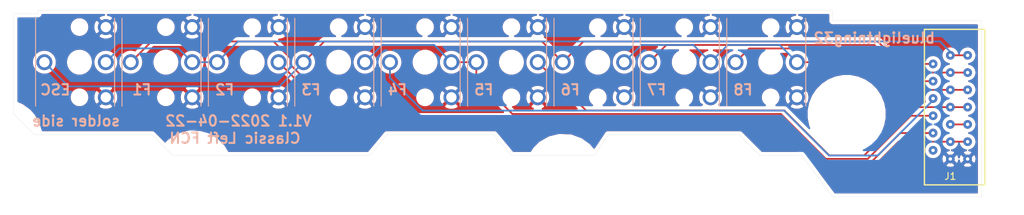
<source format=kicad_pcb>
(kicad_pcb (version 20171130) (host pcbnew 5.1.12-1.fc35)

  (general
    (thickness 1.6)
    (drawings 41)
    (tracks 80)
    (zones 0)
    (modules 11)
    (nets 13)
  )

  (page A4)
  (title_block
    (title "Kinesis classic fn row left")
    (rev v1.1)
    (comment 3 "License: MIT")
    (comment 4 "Author: Kyle Stemen")
  )

  (layers
    (0 F.Cu signal)
    (31 B.Cu signal)
    (32 B.Adhes user)
    (33 F.Adhes user)
    (34 B.Paste user)
    (35 F.Paste user)
    (36 B.SilkS user)
    (37 F.SilkS user)
    (38 B.Mask user)
    (39 F.Mask user)
    (40 Dwgs.User user)
    (41 Cmts.User user)
    (42 Eco1.User user)
    (43 Eco2.User user)
    (44 Edge.Cuts user)
    (45 Margin user)
    (46 B.CrtYd user)
    (47 F.CrtYd user)
    (48 B.Fab user)
    (49 F.Fab user)
  )

  (setup
    (last_trace_width 0.254)
    (trace_clearance 0.254)
    (zone_clearance 0.508)
    (zone_45_only no)
    (trace_min 0.1524)
    (via_size 0.8)
    (via_drill 0.4)
    (via_min_size 0.508)
    (via_min_drill 0.254)
    (uvia_size 0.3)
    (uvia_drill 0.1)
    (uvias_allowed no)
    (uvia_min_size 0.2)
    (uvia_min_drill 0.1)
    (edge_width 0.1)
    (segment_width 0.2)
    (pcb_text_width 0.3)
    (pcb_text_size 1.5 1.5)
    (mod_edge_width 0.15)
    (mod_text_size 1 1)
    (mod_text_width 0.15)
    (pad_size 1.524 1.524)
    (pad_drill 0.762)
    (pad_to_mask_clearance 0.0508)
    (solder_mask_min_width 0.127)
    (aux_axis_origin 0 0)
    (visible_elements FFFFFF7F)
    (pcbplotparams
      (layerselection 0x010f0_ffffffff)
      (usegerberextensions true)
      (usegerberattributes true)
      (usegerberadvancedattributes true)
      (creategerberjobfile true)
      (excludeedgelayer true)
      (linewidth 0.100000)
      (plotframeref false)
      (viasonmask false)
      (mode 1)
      (useauxorigin false)
      (hpglpennumber 1)
      (hpglpenspeed 20)
      (hpglpendiameter 15.000000)
      (psnegative false)
      (psa4output false)
      (plotreference true)
      (plotvalue false)
      (plotinvisibletext false)
      (padsonsilk false)
      (subtractmaskfromsilk false)
      (outputformat 1)
      (mirror false)
      (drillshape 0)
      (scaleselection 1)
      (outputdirectory "left-gerbers/"))
  )

  (net 0 "")
  (net 1 "Net-(ESC1-Pad4)")
  (net 2 "Net-(ESC1-Pad2)")
  (net 3 "Net-(F1-Pad4)")
  (net 4 "Net-(F2-Pad2)")
  (net 5 "Net-(F3-Pad2)")
  (net 6 "Net-(F4-Pad4)")
  (net 7 "Net-(F5-Pad2)")
  (net 8 "Net-(F6-Pad2)")
  (net 9 "Net-(F7-Pad4)")
  (net 10 "Net-(F8-Pad4)")
  (net 11 GND)
  (net 12 "Net-(J1-Pad5)")

  (net_class Default "This is the default net class."
    (clearance 0.254)
    (trace_width 0.254)
    (via_dia 0.8)
    (via_drill 0.4)
    (uvia_dia 0.3)
    (uvia_drill 0.1)
    (add_net GND)
    (add_net "Net-(ESC1-Pad2)")
    (add_net "Net-(ESC1-Pad4)")
    (add_net "Net-(F1-Pad4)")
    (add_net "Net-(F2-Pad2)")
    (add_net "Net-(F3-Pad2)")
    (add_net "Net-(F4-Pad4)")
    (add_net "Net-(F5-Pad2)")
    (add_net "Net-(F6-Pad2)")
    (add_net "Net-(F7-Pad4)")
    (add_net "Net-(F8-Pad4)")
    (add_net "Net-(J1-Pad5)")
  )

  (module kinesis_fn:ML1A-11JW (layer F.Cu) (tedit 625394F8) (tstamp 62539A4C)
    (at 116 107.5)
    (path /6252DBF1)
    (fp_text reference F2 (at -5 -7.5) (layer F.Fab)
      (effects (font (size 1 1) (thickness 0.15)) (justify left))
    )
    (fp_text value ML1A_11JW (at 0 7.62) (layer F.Fab)
      (effects (font (size 1 1) (thickness 0.15)))
    )
    (fp_line (start -6.35 -6.35) (end -6.35 6.35) (layer B.SilkS) (width 0.15))
    (fp_line (start 5.08 -6.35) (end 5.08 6.35) (layer B.SilkS) (width 0.15))
    (fp_line (start 5.08 -6) (end -6.35 -6) (layer F.Fab) (width 0.15))
    (fp_line (start 5.08 6) (end -6.35 6) (layer F.Fab) (width 0.15))
    (fp_line (start -6.35 -6) (end -6.35 6) (layer F.Fab) (width 0.15))
    (fp_line (start 5.08 -6) (end 5.08 6) (layer F.Fab) (width 0.15))
    (pad "" np_thru_hole circle (at 0 5.08 270) (size 1.55 1.55) (drill 1.55) (layers *.Cu *.Mask))
    (pad "" np_thru_hole circle (at 0 -5.08 270) (size 1.55 1.55) (drill 1.55) (layers *.Cu *.Mask))
    (pad 4 thru_hole circle (at -5.08 0 270) (size 2.3 2.3) (drill 1.5) (layers *.Cu *.Mask)
      (net 2 "Net-(ESC1-Pad2)"))
    (pad 3 thru_hole circle (at 3.81 5.08 270) (size 2.3 2.3) (drill 1.5) (layers *.Cu *.Mask)
      (net 11 GND))
    (pad "" np_thru_hole circle (at 0 0) (size 2.6 2.6) (drill 2.6) (layers *.Cu *.Mask))
    (pad 2 thru_hole circle (at 3.81 0 270) (size 2.3 2.3) (drill 1.5) (layers *.Cu *.Mask)
      (net 4 "Net-(F2-Pad2)"))
    (pad 1 thru_hole circle (at 3.81 -5.08 270) (size 2.3 2.3) (drill 1.5) (layers *.Cu *.Mask)
      (net 11 GND))
  )

  (module kinesis_fn:ML1A-11JW (layer F.Cu) (tedit 625394F8) (tstamp 62535E57)
    (at 91 107.5)
    (path /62530993)
    (fp_text reference ESC1 (at -5 -7.5) (layer F.Fab)
      (effects (font (size 1 1) (thickness 0.15)) (justify left))
    )
    (fp_text value ML1A_11JW (at 0 7.62) (layer F.Fab)
      (effects (font (size 1 1) (thickness 0.15)))
    )
    (fp_line (start -6.35 -6.35) (end -6.35 6.35) (layer B.SilkS) (width 0.15))
    (fp_line (start 5.08 -6.35) (end 5.08 6.35) (layer B.SilkS) (width 0.15))
    (fp_line (start 5.08 -6) (end -6.35 -6) (layer F.Fab) (width 0.15))
    (fp_line (start 5.08 6) (end -6.35 6) (layer F.Fab) (width 0.15))
    (fp_line (start -6.35 -6) (end -6.35 6) (layer F.Fab) (width 0.15))
    (fp_line (start 5.08 -6) (end 5.08 6) (layer F.Fab) (width 0.15))
    (pad "" np_thru_hole circle (at 0 5.08 270) (size 1.55 1.55) (drill 1.55) (layers *.Cu *.Mask))
    (pad "" np_thru_hole circle (at 0 -5.08 270) (size 1.55 1.55) (drill 1.55) (layers *.Cu *.Mask))
    (pad 4 thru_hole circle (at -5.08 0 270) (size 2.3 2.3) (drill 1.5) (layers *.Cu *.Mask)
      (net 1 "Net-(ESC1-Pad4)"))
    (pad 3 thru_hole circle (at 3.81 5.08 270) (size 2.3 2.3) (drill 1.5) (layers *.Cu *.Mask)
      (net 11 GND))
    (pad "" np_thru_hole circle (at 0 0) (size 2.6 2.6) (drill 2.6) (layers *.Cu *.Mask))
    (pad 2 thru_hole circle (at 3.81 0 270) (size 2.3 2.3) (drill 1.5) (layers *.Cu *.Mask)
      (net 2 "Net-(ESC1-Pad2)"))
    (pad 1 thru_hole circle (at 3.81 -5.08 270) (size 2.3 2.3) (drill 1.5) (layers *.Cu *.Mask)
      (net 11 GND))
  )

  (module kinesis_fn:ML1A-11JW (layer F.Cu) (tedit 625394F8) (tstamp 62535E68)
    (at 103.5 107.5)
    (path /6252DBFB)
    (fp_text reference F1 (at -5 -7.5) (layer F.Fab)
      (effects (font (size 1 1) (thickness 0.15)) (justify left))
    )
    (fp_text value ML1A_11JW (at 0 7.62) (layer F.Fab)
      (effects (font (size 1 1) (thickness 0.15)))
    )
    (fp_line (start -6.35 -6.35) (end -6.35 6.35) (layer B.SilkS) (width 0.15))
    (fp_line (start 5.08 -6.35) (end 5.08 6.35) (layer B.SilkS) (width 0.15))
    (fp_line (start 5.08 -6) (end -6.35 -6) (layer F.Fab) (width 0.15))
    (fp_line (start 5.08 6) (end -6.35 6) (layer F.Fab) (width 0.15))
    (fp_line (start -6.35 -6) (end -6.35 6) (layer F.Fab) (width 0.15))
    (fp_line (start 5.08 -6) (end 5.08 6) (layer F.Fab) (width 0.15))
    (pad "" np_thru_hole circle (at 0 5.08 270) (size 1.55 1.55) (drill 1.55) (layers *.Cu *.Mask))
    (pad "" np_thru_hole circle (at 0 -5.08 270) (size 1.55 1.55) (drill 1.55) (layers *.Cu *.Mask))
    (pad 4 thru_hole circle (at -5.08 0 270) (size 2.3 2.3) (drill 1.5) (layers *.Cu *.Mask)
      (net 3 "Net-(F1-Pad4)"))
    (pad 3 thru_hole circle (at 3.81 5.08 270) (size 2.3 2.3) (drill 1.5) (layers *.Cu *.Mask)
      (net 11 GND))
    (pad "" np_thru_hole circle (at 0 0) (size 2.6 2.6) (drill 2.6) (layers *.Cu *.Mask))
    (pad 2 thru_hole circle (at 3.81 0 270) (size 2.3 2.3) (drill 1.5) (layers *.Cu *.Mask)
      (net 2 "Net-(ESC1-Pad2)"))
    (pad 1 thru_hole circle (at 3.81 -5.08 270) (size 2.3 2.3) (drill 1.5) (layers *.Cu *.Mask)
      (net 11 GND))
  )

  (module kinesis_fn:ML1A-11JW (layer F.Cu) (tedit 625394F8) (tstamp 62535E8A)
    (at 128.5 107.5)
    (path /6252DBE7)
    (fp_text reference F3 (at -5 -7.5) (layer F.Fab)
      (effects (font (size 1 1) (thickness 0.15)) (justify left))
    )
    (fp_text value ML1A_11JW (at 0 7.62) (layer F.Fab)
      (effects (font (size 1 1) (thickness 0.15)))
    )
    (fp_line (start -6.35 -6.35) (end -6.35 6.35) (layer B.SilkS) (width 0.15))
    (fp_line (start 5.08 -6.35) (end 5.08 6.35) (layer B.SilkS) (width 0.15))
    (fp_line (start 5.08 -6) (end -6.35 -6) (layer F.Fab) (width 0.15))
    (fp_line (start 5.08 6) (end -6.35 6) (layer F.Fab) (width 0.15))
    (fp_line (start -6.35 -6) (end -6.35 6) (layer F.Fab) (width 0.15))
    (fp_line (start 5.08 -6) (end 5.08 6) (layer F.Fab) (width 0.15))
    (pad "" np_thru_hole circle (at 0 5.08 270) (size 1.55 1.55) (drill 1.55) (layers *.Cu *.Mask))
    (pad "" np_thru_hole circle (at 0 -5.08 270) (size 1.55 1.55) (drill 1.55) (layers *.Cu *.Mask))
    (pad 4 thru_hole circle (at -5.08 0 270) (size 2.3 2.3) (drill 1.5) (layers *.Cu *.Mask)
      (net 1 "Net-(ESC1-Pad4)"))
    (pad 3 thru_hole circle (at 3.81 5.08 270) (size 2.3 2.3) (drill 1.5) (layers *.Cu *.Mask)
      (net 11 GND))
    (pad "" np_thru_hole circle (at 0 0) (size 2.6 2.6) (drill 2.6) (layers *.Cu *.Mask))
    (pad 2 thru_hole circle (at 3.81 0 270) (size 2.3 2.3) (drill 1.5) (layers *.Cu *.Mask)
      (net 5 "Net-(F3-Pad2)"))
    (pad 1 thru_hole circle (at 3.81 -5.08 270) (size 2.3 2.3) (drill 1.5) (layers *.Cu *.Mask)
      (net 11 GND))
  )

  (module kinesis_fn:ML1A-11JW (layer F.Cu) (tedit 625394F8) (tstamp 62535E9B)
    (at 141 107.5)
    (path /6252DB51)
    (fp_text reference F4 (at -5 -7.5) (layer F.Fab)
      (effects (font (size 1 1) (thickness 0.15)) (justify left))
    )
    (fp_text value ML1A_11JW (at 0 7.62) (layer F.Fab)
      (effects (font (size 1 1) (thickness 0.15)))
    )
    (fp_line (start -6.35 -6.35) (end -6.35 6.35) (layer B.SilkS) (width 0.15))
    (fp_line (start 5.08 -6.35) (end 5.08 6.35) (layer B.SilkS) (width 0.15))
    (fp_line (start 5.08 -6) (end -6.35 -6) (layer F.Fab) (width 0.15))
    (fp_line (start 5.08 6) (end -6.35 6) (layer F.Fab) (width 0.15))
    (fp_line (start -6.35 -6) (end -6.35 6) (layer F.Fab) (width 0.15))
    (fp_line (start 5.08 -6) (end 5.08 6) (layer F.Fab) (width 0.15))
    (pad "" np_thru_hole circle (at 0 5.08 270) (size 1.55 1.55) (drill 1.55) (layers *.Cu *.Mask))
    (pad "" np_thru_hole circle (at 0 -5.08 270) (size 1.55 1.55) (drill 1.55) (layers *.Cu *.Mask))
    (pad 4 thru_hole circle (at -5.08 0 270) (size 2.3 2.3) (drill 1.5) (layers *.Cu *.Mask)
      (net 6 "Net-(F4-Pad4)"))
    (pad 3 thru_hole circle (at 3.81 5.08 270) (size 2.3 2.3) (drill 1.5) (layers *.Cu *.Mask)
      (net 11 GND))
    (pad "" np_thru_hole circle (at 0 0) (size 2.6 2.6) (drill 2.6) (layers *.Cu *.Mask))
    (pad 2 thru_hole circle (at 3.81 0 270) (size 2.3 2.3) (drill 1.5) (layers *.Cu *.Mask)
      (net 5 "Net-(F3-Pad2)"))
    (pad 1 thru_hole circle (at 3.81 -5.08 270) (size 2.3 2.3) (drill 1.5) (layers *.Cu *.Mask)
      (net 11 GND))
  )

  (module kinesis_fn:ML1A-11JW (layer F.Cu) (tedit 625394F8) (tstamp 62535EAC)
    (at 153.5 107.5)
    (path /6252B340)
    (fp_text reference F5 (at -5 -7.5) (layer F.Fab)
      (effects (font (size 1 1) (thickness 0.15)) (justify left))
    )
    (fp_text value ML1A_11JW (at 0 7.62) (layer F.Fab)
      (effects (font (size 1 1) (thickness 0.15)))
    )
    (fp_line (start -6.35 -6.35) (end -6.35 6.35) (layer B.SilkS) (width 0.15))
    (fp_line (start 5.08 -6.35) (end 5.08 6.35) (layer B.SilkS) (width 0.15))
    (fp_line (start 5.08 -6) (end -6.35 -6) (layer F.Fab) (width 0.15))
    (fp_line (start 5.08 6) (end -6.35 6) (layer F.Fab) (width 0.15))
    (fp_line (start -6.35 -6) (end -6.35 6) (layer F.Fab) (width 0.15))
    (fp_line (start 5.08 -6) (end 5.08 6) (layer F.Fab) (width 0.15))
    (pad "" np_thru_hole circle (at 0 5.08 270) (size 1.55 1.55) (drill 1.55) (layers *.Cu *.Mask))
    (pad "" np_thru_hole circle (at 0 -5.08 270) (size 1.55 1.55) (drill 1.55) (layers *.Cu *.Mask))
    (pad 4 thru_hole circle (at -5.08 0 270) (size 2.3 2.3) (drill 1.5) (layers *.Cu *.Mask)
      (net 5 "Net-(F3-Pad2)"))
    (pad 3 thru_hole circle (at 3.81 5.08 270) (size 2.3 2.3) (drill 1.5) (layers *.Cu *.Mask)
      (net 11 GND))
    (pad "" np_thru_hole circle (at 0 0) (size 2.6 2.6) (drill 2.6) (layers *.Cu *.Mask))
    (pad 2 thru_hole circle (at 3.81 0 270) (size 2.3 2.3) (drill 1.5) (layers *.Cu *.Mask)
      (net 7 "Net-(F5-Pad2)"))
    (pad 1 thru_hole circle (at 3.81 -5.08 270) (size 2.3 2.3) (drill 1.5) (layers *.Cu *.Mask)
      (net 11 GND))
  )

  (module kinesis_fn:ML1A-11JW (layer F.Cu) (tedit 625394F8) (tstamp 62535EBD)
    (at 166 107.5)
    (path /6252B005)
    (fp_text reference F6 (at -5 -7.5) (layer F.Fab)
      (effects (font (size 1 1) (thickness 0.15)) (justify left))
    )
    (fp_text value ML1A_11JW (at 0 7.62) (layer F.Fab)
      (effects (font (size 1 1) (thickness 0.15)))
    )
    (fp_line (start -6.35 -6.35) (end -6.35 6.35) (layer B.SilkS) (width 0.15))
    (fp_line (start 5.08 -6.35) (end 5.08 6.35) (layer B.SilkS) (width 0.15))
    (fp_line (start 5.08 -6) (end -6.35 -6) (layer F.Fab) (width 0.15))
    (fp_line (start 5.08 6) (end -6.35 6) (layer F.Fab) (width 0.15))
    (fp_line (start -6.35 -6) (end -6.35 6) (layer F.Fab) (width 0.15))
    (fp_line (start 5.08 -6) (end 5.08 6) (layer F.Fab) (width 0.15))
    (pad "" np_thru_hole circle (at 0 5.08 270) (size 1.55 1.55) (drill 1.55) (layers *.Cu *.Mask))
    (pad "" np_thru_hole circle (at 0 -5.08 270) (size 1.55 1.55) (drill 1.55) (layers *.Cu *.Mask))
    (pad 4 thru_hole circle (at -5.08 0 270) (size 2.3 2.3) (drill 1.5) (layers *.Cu *.Mask)
      (net 1 "Net-(ESC1-Pad4)"))
    (pad 3 thru_hole circle (at 3.81 5.08 270) (size 2.3 2.3) (drill 1.5) (layers *.Cu *.Mask)
      (net 11 GND))
    (pad "" np_thru_hole circle (at 0 0) (size 2.6 2.6) (drill 2.6) (layers *.Cu *.Mask))
    (pad 2 thru_hole circle (at 3.81 0 270) (size 2.3 2.3) (drill 1.5) (layers *.Cu *.Mask)
      (net 8 "Net-(F6-Pad2)"))
    (pad 1 thru_hole circle (at 3.81 -5.08 270) (size 2.3 2.3) (drill 1.5) (layers *.Cu *.Mask)
      (net 11 GND))
  )

  (module kinesis_fn:ML1A-11JW (layer F.Cu) (tedit 625394F8) (tstamp 62535ECE)
    (at 178.5 107.5)
    (path /6252AC08)
    (fp_text reference F7 (at -5 -7.5) (layer F.Fab)
      (effects (font (size 1 1) (thickness 0.15)) (justify left))
    )
    (fp_text value ML1A_11JW (at 0 7.62) (layer F.Fab)
      (effects (font (size 1 1) (thickness 0.15)))
    )
    (fp_line (start -6.35 -6.35) (end -6.35 6.35) (layer B.SilkS) (width 0.15))
    (fp_line (start 5.08 -6.35) (end 5.08 6.35) (layer B.SilkS) (width 0.15))
    (fp_line (start 5.08 -6) (end -6.35 -6) (layer F.Fab) (width 0.15))
    (fp_line (start 5.08 6) (end -6.35 6) (layer F.Fab) (width 0.15))
    (fp_line (start -6.35 -6) (end -6.35 6) (layer F.Fab) (width 0.15))
    (fp_line (start 5.08 -6) (end 5.08 6) (layer F.Fab) (width 0.15))
    (pad "" np_thru_hole circle (at 0 5.08 270) (size 1.55 1.55) (drill 1.55) (layers *.Cu *.Mask))
    (pad "" np_thru_hole circle (at 0 -5.08 270) (size 1.55 1.55) (drill 1.55) (layers *.Cu *.Mask))
    (pad 4 thru_hole circle (at -5.08 0 270) (size 2.3 2.3) (drill 1.5) (layers *.Cu *.Mask)
      (net 9 "Net-(F7-Pad4)"))
    (pad 3 thru_hole circle (at 3.81 5.08 270) (size 2.3 2.3) (drill 1.5) (layers *.Cu *.Mask)
      (net 11 GND))
    (pad "" np_thru_hole circle (at 0 0) (size 2.6 2.6) (drill 2.6) (layers *.Cu *.Mask))
    (pad 2 thru_hole circle (at 3.81 0 270) (size 2.3 2.3) (drill 1.5) (layers *.Cu *.Mask)
      (net 8 "Net-(F6-Pad2)"))
    (pad 1 thru_hole circle (at 3.81 -5.08 270) (size 2.3 2.3) (drill 1.5) (layers *.Cu *.Mask)
      (net 11 GND))
  )

  (module kinesis_fn:ML1A-11JW (layer F.Cu) (tedit 625394F8) (tstamp 62535EDF)
    (at 191 107.5)
    (path /6252A2C9)
    (fp_text reference F8 (at -5 -7.5) (layer F.Fab)
      (effects (font (size 1 1) (thickness 0.15)) (justify left))
    )
    (fp_text value ML1A_11JW (at 0 7.62) (layer F.Fab)
      (effects (font (size 1 1) (thickness 0.15)))
    )
    (fp_line (start -6.35 -6.35) (end -6.35 6.35) (layer B.SilkS) (width 0.15))
    (fp_line (start 5.08 -6.35) (end 5.08 6.35) (layer B.SilkS) (width 0.15))
    (fp_line (start 5.08 -6) (end -6.35 -6) (layer F.Fab) (width 0.15))
    (fp_line (start 5.08 6) (end -6.35 6) (layer F.Fab) (width 0.15))
    (fp_line (start -6.35 -6) (end -6.35 6) (layer F.Fab) (width 0.15))
    (fp_line (start 5.08 -6) (end 5.08 6) (layer F.Fab) (width 0.15))
    (pad "" np_thru_hole circle (at 0 5.08 270) (size 1.55 1.55) (drill 1.55) (layers *.Cu *.Mask))
    (pad "" np_thru_hole circle (at 0 -5.08 270) (size 1.55 1.55) (drill 1.55) (layers *.Cu *.Mask))
    (pad 4 thru_hole circle (at -5.08 0 270) (size 2.3 2.3) (drill 1.5) (layers *.Cu *.Mask)
      (net 10 "Net-(F8-Pad4)"))
    (pad 3 thru_hole circle (at 3.81 5.08 270) (size 2.3 2.3) (drill 1.5) (layers *.Cu *.Mask)
      (net 11 GND))
    (pad "" np_thru_hole circle (at 0 0) (size 2.6 2.6) (drill 2.6) (layers *.Cu *.Mask))
    (pad 2 thru_hole circle (at 3.81 0 270) (size 2.3 2.3) (drill 1.5) (layers *.Cu *.Mask)
      (net 8 "Net-(F6-Pad2)"))
    (pad 1 thru_hole circle (at 3.81 -5.08 270) (size 2.3 2.3) (drill 1.5) (layers *.Cu *.Mask)
      (net 11 GND))
  )

  (module MountingHole:MountingHole_5.3mm_M5 locked (layer F.Cu) (tedit 56D1B4CB) (tstamp 625373E6)
    (at 202 115)
    (descr "Mounting Hole 5.3mm, no annular, M5")
    (tags "mounting hole 5.3mm no annular m5")
    (clearance 3)
    (attr virtual)
    (fp_text reference H1 (at 0 -6.3) (layer F.Fab)
      (effects (font (size 1 1) (thickness 0.15)))
    )
    (fp_text value MountingHole_5.3mm_M5 (at 0 6.3) (layer F.Fab)
      (effects (font (size 1 1) (thickness 0.15)))
    )
    (fp_circle (center 0 0) (end 5.55 0) (layer F.CrtYd) (width 0.05))
    (fp_circle (center 0 0) (end 5.3 0) (layer Cmts.User) (width 0.15))
    (fp_text user %R (at 0.3 0) (layer F.Fab)
      (effects (font (size 1 1) (thickness 0.15)))
    )
    (pad 1 np_thru_hole circle (at 0 0) (size 5.3 5.3) (drill 5.3) (layers *.Cu *.Mask))
  )

  (module kinesis_fn:FFC_Connector_13P (layer F.Cu) (tedit 6252AFB0) (tstamp 62535EFF)
    (at 217 114 90)
    (path /625E3080)
    (fp_text reference J1 (at -10 0 180) (layer F.SilkS)
      (effects (font (size 1 1) (thickness 0.15)))
    )
    (fp_text value FFC_Connector_13P (at 1.25 -5 90) (layer F.Fab)
      (effects (font (size 1 1) (thickness 0.15)))
    )
    (fp_line (start 11.25 5) (end -11.25 5) (layer F.SilkS) (width 0.2))
    (fp_line (start 11.25 -3.75) (end 11.25 5) (layer F.SilkS) (width 0.2))
    (fp_line (start -11.25 -3.75) (end 11.25 -3.75) (layer F.SilkS) (width 0.2))
    (fp_line (start -11.25 5) (end -11.25 -3.75) (layer F.SilkS) (width 0.2))
    (fp_line (start -11.25 5) (end -11.25 -3.75) (layer F.Fab) (width 0.15))
    (fp_line (start 11.25 -3.75) (end 11.25 5) (layer F.Fab) (width 0.15))
    (fp_line (start -11.25 -3.75) (end 11.25 -3.75) (layer F.Fab) (width 0.15))
    (fp_line (start -11.25 5) (end 11.25 5) (layer F.Fab) (width 0.15))
    (pad 1 thru_hole circle (at -7.5 0 90) (size 1.262 1.262) (drill 0.5) (layers *.Cu *.Mask)
      (net 11 GND))
    (pad 3 thru_hole circle (at -5 0 90) (size 1.262 1.262) (drill 0.5) (layers *.Cu *.Mask)
      (net 4 "Net-(F2-Pad2)"))
    (pad 5 thru_hole circle (at -2.5 0 90) (size 1.262 1.262) (drill 0.5) (layers *.Cu *.Mask)
      (net 12 "Net-(J1-Pad5)"))
    (pad 7 thru_hole circle (at 0 0 90) (size 1.262 1.262) (drill 0.5) (layers *.Cu *.Mask)
      (net 7 "Net-(F5-Pad2)"))
    (pad 9 thru_hole circle (at 2.5 0 90) (size 1.262 1.262) (drill 0.5) (layers *.Cu *.Mask)
      (net 8 "Net-(F6-Pad2)"))
    (pad 11 thru_hole circle (at 5 0 90) (size 1.262 1.262) (drill 0.5) (layers *.Cu *.Mask)
      (net 9 "Net-(F7-Pad4)"))
    (pad 13 thru_hole circle (at 7.5 0 90) (size 1.262 1.262) (drill 0.5) (layers *.Cu *.Mask)
      (net 2 "Net-(ESC1-Pad2)"))
    (pad 2 thru_hole circle (at -6.25 -2.5 90) (size 1.262 1.262) (drill 0.5) (layers *.Cu *.Mask))
    (pad 4 thru_hole circle (at -3.75 -2.5 90) (size 1.262 1.262) (drill 0.5) (layers *.Cu *.Mask)
      (net 3 "Net-(F1-Pad4)"))
    (pad 6 thru_hole circle (at -1.25 -2.5 90) (size 1.262 1.262) (drill 0.5) (layers *.Cu *.Mask)
      (net 5 "Net-(F3-Pad2)"))
    (pad 8 thru_hole circle (at 1.25 -2.5 90) (size 1.262 1.262) (drill 0.5) (layers *.Cu *.Mask)
      (net 6 "Net-(F4-Pad4)"))
    (pad 10 thru_hole circle (at 3.75 -2.5 90) (size 1.262 1.262) (drill 0.5) (layers *.Cu *.Mask)
      (net 10 "Net-(F8-Pad4)"))
    (pad 12 thru_hole circle (at 6.25 -2.5 90) (size 1.262 1.262) (drill 0.5) (layers *.Cu *.Mask)
      (net 1 "Net-(ESC1-Pad4)"))
    (pad 1B thru_hole circle (at -7.5 2.5 90) (size 1.262 1.262) (drill 0.5) (layers *.Cu *.Mask)
      (net 11 GND))
    (pad 3B thru_hole circle (at -5 2.5 90) (size 1.262 1.262) (drill 0.5) (layers *.Cu *.Mask)
      (net 4 "Net-(F2-Pad2)"))
    (pad 5B thru_hole circle (at -2.5 2.5 90) (size 1.262 1.262) (drill 0.5) (layers *.Cu *.Mask)
      (net 12 "Net-(J1-Pad5)"))
    (pad 7B thru_hole circle (at 0 2.5 90) (size 1.262 1.262) (drill 0.5) (layers *.Cu *.Mask)
      (net 7 "Net-(F5-Pad2)"))
    (pad 9B thru_hole circle (at 2.5 2.5 90) (size 1.262 1.262) (drill 0.5) (layers *.Cu *.Mask)
      (net 8 "Net-(F6-Pad2)"))
    (pad 11B thru_hole circle (at 5 2.5 90) (size 1.262 1.262) (drill 0.5) (layers *.Cu *.Mask)
      (net 9 "Net-(F7-Pad4)"))
    (pad 13B thru_hole circle (at 7.5 2.5 90) (size 1.262 1.262) (drill 0.5) (layers *.Cu *.Mask)
      (net 2 "Net-(ESC1-Pad2)"))
  )

  (dimension 12 (width 0.15) (layer Dwgs.User)
    (gr_text "12.000 mm" (at 226.3 121 90) (layer Dwgs.User)
      (effects (font (size 1 1) (thickness 0.15)))
    )
    (feature1 (pts (xy 202 115) (xy 225.586421 115)))
    (feature2 (pts (xy 202 127) (xy 225.586421 127)))
    (crossbar (pts (xy 225 127) (xy 225 115)))
    (arrow1a (pts (xy 225 115) (xy 225.586421 116.126504)))
    (arrow1b (pts (xy 225 115) (xy 224.413579 116.126504)))
    (arrow2a (pts (xy 225 127) (xy 225.586421 125.873496)))
    (arrow2b (pts (xy 225 127) (xy 224.413579 125.873496)))
  )
  (dimension 19.5 (width 0.15) (layer Dwgs.User)
    (gr_text "19.500 mm" (at 211.75 130.3) (layer Dwgs.User)
      (effects (font (size 1 1) (thickness 0.15)))
    )
    (feature1 (pts (xy 221.5 111.5) (xy 221.5 129.586421)))
    (feature2 (pts (xy 202 111.5) (xy 202 129.586421)))
    (crossbar (pts (xy 202 129) (xy 221.5 129)))
    (arrow1a (pts (xy 221.5 129) (xy 220.373496 129.586421)))
    (arrow1b (pts (xy 221.5 129) (xy 220.373496 128.413579)))
    (arrow2a (pts (xy 202 129) (xy 203.126504 129.586421)))
    (arrow2b (pts (xy 202 129) (xy 203.126504 128.413579)))
  )
  (gr_text bluelightning32 (at 206 104) (layer B.SilkS)
    (effects (font (size 1.5 1.5) (thickness 0.3)) (justify mirror))
  )
  (gr_text "V1.1 2022-04-22" (at 114 116) (layer B.SilkS)
    (effects (font (size 1.5 1.5) (thickness 0.3)) (justify mirror))
  )
  (gr_text "solder side" (at 90.5 116) (layer B.SilkS)
    (effects (font (size 1.5 1.5) (thickness 0.3)) (justify mirror))
  )
  (gr_text "Classic Left FCN" (at 113.5 118.5) (layer B.SilkS)
    (effects (font (size 1.5 1.5) (thickness 0.3)) (justify mirror))
  )
  (gr_text F2 (at 112 111.5) (layer B.SilkS) (tstamp 6253AF7C)
    (effects (font (size 1.5 1.5) (thickness 0.3)) (justify mirror))
  )
  (gr_text F8 (at 187 111.5) (layer B.SilkS) (tstamp 6253AF88)
    (effects (font (size 1.5 1.5) (thickness 0.3)) (justify mirror))
  )
  (gr_text F7 (at 174.5 111.5) (layer B.SilkS) (tstamp 6253AF86)
    (effects (font (size 1.5 1.5) (thickness 0.3)) (justify mirror))
  )
  (gr_text F6 (at 162 111.5) (layer B.SilkS) (tstamp 6253AF84)
    (effects (font (size 1.5 1.5) (thickness 0.3)) (justify mirror))
  )
  (gr_text F5 (at 149.5 111.5) (layer B.SilkS) (tstamp 6253AF82)
    (effects (font (size 1.5 1.5) (thickness 0.3)) (justify mirror))
  )
  (gr_text F4 (at 137 111.5) (layer B.SilkS) (tstamp 6253AF80)
    (effects (font (size 1.5 1.5) (thickness 0.3)) (justify mirror))
  )
  (gr_text F3 (at 124.5 111.5) (layer B.SilkS) (tstamp 6253AF7E)
    (effects (font (size 1.5 1.5) (thickness 0.3)) (justify mirror))
  )
  (gr_text F1 (at 100 111.5) (layer B.SilkS) (tstamp 6253AF79)
    (effects (font (size 1.5 1.5) (thickness 0.3)) (justify mirror))
  )
  (gr_text ESC (at 87.5 111.5) (layer B.SilkS)
    (effects (font (size 1.5 1.5) (thickness 0.3)) (justify mirror))
  )
  (dimension 5 (width 0.15) (layer Dwgs.User)
    (gr_text "5.000 mm" (at 225.3 104 90) (layer Dwgs.User)
      (effects (font (size 1 1) (thickness 0.15)))
    )
    (feature1 (pts (xy 219.5 101.5) (xy 224.586421 101.5)))
    (feature2 (pts (xy 219.5 106.5) (xy 224.586421 106.5)))
    (crossbar (pts (xy 224 106.5) (xy 224 101.5)))
    (arrow1a (pts (xy 224 101.5) (xy 224.586421 102.626504)))
    (arrow1b (pts (xy 224 101.5) (xy 223.413579 102.626504)))
    (arrow2a (pts (xy 224 106.5) (xy 224.586421 105.373496)))
    (arrow2b (pts (xy 224 106.5) (xy 223.413579 105.373496)))
  )
  (dimension 2.5 (width 0.15) (layer Dwgs.User)
    (gr_text "2.500 mm" (at 220.75 99.2) (layer Dwgs.User)
      (effects (font (size 1 1) (thickness 0.15)))
    )
    (feature1 (pts (xy 222 106.5) (xy 222 99.913579)))
    (feature2 (pts (xy 219.5 106.5) (xy 219.5 99.913579)))
    (crossbar (pts (xy 219.5 100.5) (xy 222 100.5)))
    (arrow1a (pts (xy 222 100.5) (xy 220.873496 101.086421)))
    (arrow1b (pts (xy 222 100.5) (xy 220.873496 99.913579)))
    (arrow2a (pts (xy 219.5 100.5) (xy 220.626504 101.086421)))
    (arrow2b (pts (xy 219.5 100.5) (xy 220.626504 99.913579)))
  )
  (dimension 100 (width 0.15) (layer Dwgs.User)
    (gr_text "100.000 mm" (at 141 111.8) (layer Dwgs.User)
      (effects (font (size 1 1) (thickness 0.15)))
    )
    (feature1 (pts (xy 191 107.5) (xy 191 111.086421)))
    (feature2 (pts (xy 91 107.5) (xy 91 111.086421)))
    (crossbar (pts (xy 91 110.5) (xy 191 110.5)))
    (arrow1a (pts (xy 191 110.5) (xy 189.873496 111.086421)))
    (arrow1b (pts (xy 191 110.5) (xy 189.873496 109.913579)))
    (arrow2a (pts (xy 91 110.5) (xy 92.126504 111.086421)))
    (arrow2b (pts (xy 91 110.5) (xy 92.126504 109.913579)))
  )
  (dimension 10 (width 0.15) (layer Dwgs.User)
    (gr_text "10.000 mm" (at 86 106.2) (layer Dwgs.User)
      (effects (font (size 1 1) (thickness 0.15)))
    )
    (feature1 (pts (xy 81 107.5) (xy 81 106.913579)))
    (feature2 (pts (xy 91 107.5) (xy 91 106.913579)))
    (crossbar (pts (xy 91 107.5) (xy 81 107.5)))
    (arrow1a (pts (xy 81 107.5) (xy 82.126504 106.913579)))
    (arrow1b (pts (xy 81 107.5) (xy 82.126504 108.086421)))
    (arrow2a (pts (xy 91 107.5) (xy 89.873496 106.913579)))
    (arrow2b (pts (xy 91 107.5) (xy 89.873496 108.086421)))
  )
  (dimension 7.5 (width 0.15) (layer Dwgs.User)
    (gr_text "7.500 mm" (at 92.3 103.75 90) (layer Dwgs.User)
      (effects (font (size 1 1) (thickness 0.15)))
    )
    (feature1 (pts (xy 91 100) (xy 91.586421 100)))
    (feature2 (pts (xy 91 107.5) (xy 91.586421 107.5)))
    (crossbar (pts (xy 91 107.5) (xy 91 100)))
    (arrow1a (pts (xy 91 100) (xy 91.586421 101.126504)))
    (arrow1b (pts (xy 91 100) (xy 90.413579 101.126504)))
    (arrow2a (pts (xy 91 107.5) (xy 91.586421 106.373496)))
    (arrow2b (pts (xy 91 107.5) (xy 90.413579 106.373496)))
  )
  (gr_line (start 200 101.5) (end 200 100) (layer Edge.Cuts) (width 0.03) (tstamp 62536076))
  (gr_line (start 221.5 101.5) (end 200 101.5) (layer Edge.Cuts) (width 0.03) (tstamp 62536076))
  (gr_line (start 221.5 127) (end 221.5 101.5) (layer Edge.Cuts) (width 0.03) (tstamp 62536076))
  (gr_line (start 200 127) (end 221.5 127) (layer Edge.Cuts) (width 0.03) (tstamp 62536076))
  (gr_line (start 195.5 121) (end 200 127) (layer Edge.Cuts) (width 0.03) (tstamp 62536076))
  (gr_line (start 189.5 121) (end 195.5 121) (layer Edge.Cuts) (width 0.03) (tstamp 62536076))
  (gr_line (start 186.5 118) (end 189.5 121) (layer Edge.Cuts) (width 0.03) (tstamp 62536076))
  (gr_line (start 167.5 118) (end 186.5 118) (layer Edge.Cuts) (width 0.03) (tstamp 62536076))
  (gr_line (start 165.5 121) (end 167.5 118) (layer Edge.Cuts) (width 0.03) (tstamp 62536076))
  (gr_line (start 153.5 121) (end 165.5 121) (layer Edge.Cuts) (width 0.03) (tstamp 62536076))
  (gr_line (start 101.5 118) (end 104.5 121) (layer Edge.Cuts) (width 0.03) (tstamp 62536076))
  (gr_line (start 135.5 118) (end 151 118) (layer Edge.Cuts) (width 0.03) (tstamp 62536076))
  (gr_line (start 133 121) (end 135.5 118) (layer Edge.Cuts) (width 0.03) (tstamp 62536076))
  (gr_line (start 104.5 121) (end 133 121) (layer Edge.Cuts) (width 0.03) (tstamp 62536076))
  (gr_line (start 151 118) (end 153.5 121) (layer Edge.Cuts) (width 0.03) (tstamp 62536076))
  (gr_line (start 84.5 118) (end 101.5 118) (layer Edge.Cuts) (width 0.03) (tstamp 62536076))
  (gr_line (start 81.5 100.5) (end 81.5 115) (layer Edge.Cuts) (width 0.03) (tstamp 62536076))
  (gr_line (start 81.5 115) (end 84.5 118) (layer Edge.Cuts) (width 0.03) (tstamp 62536076))
  (gr_line (start 85 100.5) (end 81.5 100.5) (layer Edge.Cuts) (width 0.03) (tstamp 62536076))
  (gr_line (start 85 100) (end 85 100.5) (layer Edge.Cuts) (width 0.03) (tstamp 62536076))
  (gr_line (start 200 100) (end 85 100) (layer Edge.Cuts) (width 0.03))

  (segment (start 126.42 104.5) (end 123.42 107.5) (width 0.254) (layer F.Cu) (net 1))
  (segment (start 157.92 104.5) (end 126.42 104.5) (width 0.254) (layer F.Cu) (net 1))
  (segment (start 160.92 107.5) (end 157.92 104.5) (width 0.254) (layer F.Cu) (net 1))
  (segment (start 89.42 111) (end 85.92 107.5) (width 0.254) (layer B.Cu) (net 1))
  (segment (start 119.92 111) (end 89.42 111) (width 0.254) (layer B.Cu) (net 1))
  (segment (start 123.42 107.5) (end 119.92 111) (width 0.254) (layer B.Cu) (net 1))
  (segment (start 163.92 104.5) (end 160.92 107.5) (width 0.254) (layer F.Cu) (net 1))
  (segment (start 209.75 107.75) (end 206.5 104.5) (width 0.254) (layer F.Cu) (net 1))
  (segment (start 206.5 104.5) (end 163.92 104.5) (width 0.254) (layer F.Cu) (net 1))
  (segment (start 215 107.75) (end 209.75 107.75) (width 0.254) (layer F.Cu) (net 1))
  (segment (start 110.92 107.5) (end 107.31 107.5) (width 0.254) (layer B.Cu) (net 2))
  (segment (start 217.5 106.5) (end 220 106.5) (width 0.254) (layer F.Cu) (net 2))
  (segment (start 96.81 105.5) (end 94.81 107.5) (width 0.254) (layer B.Cu) (net 2))
  (segment (start 105.31 105.5) (end 96.81 105.5) (width 0.254) (layer B.Cu) (net 2))
  (segment (start 107.31 107.5) (end 105.31 105.5) (width 0.254) (layer B.Cu) (net 2))
  (segment (start 113.92 104.5) (end 112.069999 106.350001) (width 0.254) (layer B.Cu) (net 2))
  (segment (start 217.5 106.5) (end 215.5 104.5) (width 0.254) (layer B.Cu) (net 2))
  (segment (start 215.5 104.5) (end 113.92 104.5) (width 0.254) (layer B.Cu) (net 2))
  (segment (start 112.069999 106.350001) (end 110.92 107.5) (width 0.254) (layer B.Cu) (net 2))
  (segment (start 215 117.75) (end 214.75 118) (width 0.254) (layer F.Cu) (net 3))
  (segment (start 121.5 106.924118) (end 119.075882 104.5) (width 0.254) (layer F.Cu) (net 3))
  (segment (start 101.42 104.5) (end 98.42 107.5) (width 0.254) (layer F.Cu) (net 3))
  (segment (start 129.154117 115.499999) (end 121.5 107.845882) (width 0.254) (layer F.Cu) (net 3))
  (segment (start 191.999999 115.499999) (end 129.154117 115.499999) (width 0.254) (layer F.Cu) (net 3))
  (segment (start 119.075882 104.5) (end 101.42 104.5) (width 0.254) (layer F.Cu) (net 3))
  (segment (start 198.491989 121.991989) (end 191.999999 115.499999) (width 0.254) (layer F.Cu) (net 3))
  (segment (start 205.508011 121.991989) (end 198.491989 121.991989) (width 0.254) (layer F.Cu) (net 3))
  (segment (start 209.75 117.75) (end 205.508011 121.991989) (width 0.254) (layer F.Cu) (net 3))
  (segment (start 121.5 107.845882) (end 121.5 106.924118) (width 0.254) (layer F.Cu) (net 3))
  (segment (start 214.5 117.75) (end 209.75 117.75) (width 0.254) (layer F.Cu) (net 3))
  (segment (start 191.50801 116.00801) (end 128.31801 116.00801) (width 0.254) (layer F.Cu) (net 4))
  (segment (start 198 122.5) (end 191.50801 116.00801) (width 0.254) (layer F.Cu) (net 4))
  (segment (start 128.31801 116.00801) (end 119.81 107.5) (width 0.254) (layer F.Cu) (net 4))
  (segment (start 206 122.5) (end 198 122.5) (width 0.254) (layer F.Cu) (net 4))
  (segment (start 209.5 119) (end 206 122.5) (width 0.254) (layer F.Cu) (net 4))
  (segment (start 220 119) (end 209.5 119) (width 0.254) (layer F.Cu) (net 4))
  (segment (start 148.42 107.5) (end 144.81 107.5) (width 0.254) (layer F.Cu) (net 5))
  (segment (start 148.42 109.773282) (end 148.42 107.5) (width 0.254) (layer F.Cu) (net 5))
  (segment (start 153.638706 114.991988) (end 148.42 109.773282) (width 0.254) (layer F.Cu) (net 5))
  (segment (start 192.491988 114.991988) (end 153.638706 114.991988) (width 0.254) (layer F.Cu) (net 5))
  (segment (start 198.983978 121.483978) (end 192.491988 114.991988) (width 0.254) (layer F.Cu) (net 5))
  (segment (start 205.047586 121.483978) (end 198.983978 121.483978) (width 0.254) (layer F.Cu) (net 5))
  (segment (start 211.281564 115.25) (end 205.047586 121.483978) (width 0.254) (layer F.Cu) (net 5))
  (segment (start 215 115.25) (end 211.281564 115.25) (width 0.254) (layer F.Cu) (net 5))
  (segment (start 144.81 107.5) (end 142.318011 105.008011) (width 0.254) (layer B.Cu) (net 5))
  (segment (start 142.318011 105.008011) (end 134.801989 105.008011) (width 0.254) (layer B.Cu) (net 5))
  (segment (start 134.801989 105.008011) (end 132.31 107.5) (width 0.254) (layer B.Cu) (net 5))
  (segment (start 140.646718 114.5) (end 135.92 109.773282) (width 0.254) (layer B.Cu) (net 6))
  (segment (start 192.950038 114.5) (end 140.646718 114.5) (width 0.254) (layer B.Cu) (net 6))
  (segment (start 199.450038 121) (end 192.950038 114.5) (width 0.254) (layer B.Cu) (net 6))
  (segment (start 206.5 121) (end 199.450038 121) (width 0.254) (layer B.Cu) (net 6))
  (segment (start 214.5 113) (end 206.5 121) (width 0.254) (layer B.Cu) (net 6))
  (segment (start 135.92 109.773282) (end 135.92 107.5) (width 0.254) (layer B.Cu) (net 6))
  (segment (start 214.5 112.75) (end 214.5 113) (width 0.254) (layer B.Cu) (net 6))
  (segment (start 164.293977 114.483977) (end 157.31 107.5) (width 0.254) (layer F.Cu) (net 7))
  (segment (start 192.983977 114.483977) (end 164.293977 114.483977) (width 0.254) (layer F.Cu) (net 7))
  (segment (start 204.549014 120.975967) (end 199.475967 120.975967) (width 0.254) (layer F.Cu) (net 7))
  (segment (start 199.475967 120.975967) (end 192.983977 114.483977) (width 0.254) (layer F.Cu) (net 7))
  (segment (start 207.777001 117.74798) (end 204.549014 120.975967) (width 0.254) (layer F.Cu) (net 7))
  (segment (start 207.777001 117.722999) (end 207.777001 117.74798) (width 0.254) (layer F.Cu) (net 7))
  (segment (start 211.5 114) (end 207.777001 117.722999) (width 0.254) (layer F.Cu) (net 7))
  (segment (start 220 114) (end 211.5 114) (width 0.254) (layer F.Cu) (net 7))
  (segment (start 206.5 107.5) (end 194.81 107.5) (width 0.254) (layer F.Cu) (net 8))
  (segment (start 210.5 111.5) (end 206.5 107.5) (width 0.254) (layer F.Cu) (net 8))
  (segment (start 220 111.5) (end 210.5 111.5) (width 0.254) (layer F.Cu) (net 8))
  (segment (start 172.301989 105.008011) (end 169.81 107.5) (width 0.254) (layer B.Cu) (net 8))
  (segment (start 192.318011 105.008011) (end 194.81 107.5) (width 0.254) (layer B.Cu) (net 8))
  (segment (start 184.801989 105.008011) (end 192.318011 105.008011) (width 0.254) (layer B.Cu) (net 8))
  (segment (start 182.31 107.5) (end 184.801989 105.008011) (width 0.254) (layer B.Cu) (net 8))
  (segment (start 182.31 107.5) (end 179.818011 105.008011) (width 0.254) (layer B.Cu) (net 8))
  (segment (start 179.818011 105.008011) (end 172.301989 105.008011) (width 0.254) (layer B.Cu) (net 8))
  (segment (start 175.911989 105.008011) (end 173.42 107.5) (width 0.254) (layer F.Cu) (net 9))
  (segment (start 210 109) (end 206.008011 105.008011) (width 0.254) (layer F.Cu) (net 9))
  (segment (start 220 109) (end 210 109) (width 0.254) (layer F.Cu) (net 9))
  (segment (start 206.008011 105.008011) (end 175.911989 105.008011) (width 0.254) (layer F.Cu) (net 9))
  (segment (start 187.903978 105.516022) (end 185.92 107.5) (width 0.254) (layer F.Cu) (net 10))
  (segment (start 205.516022 105.516022) (end 187.903978 105.516022) (width 0.254) (layer F.Cu) (net 10))
  (segment (start 215 110.25) (end 210.25 110.25) (width 0.254) (layer F.Cu) (net 10))
  (segment (start 210.25 110.25) (end 205.516022 105.516022) (width 0.254) (layer F.Cu) (net 10))
  (segment (start 217.5 116.5) (end 220 116.5) (width 0.254) (layer F.Cu) (net 12))

  (zone (net 11) (net_name GND) (layer B.Cu) (tstamp 6263F96A) (hatch edge 0.508)
    (connect_pads (clearance 0.508))
    (min_thickness 0.254)
    (fill yes (arc_segments 32) (thermal_gap 0.508) (thermal_bridge_width 0.508))
    (polygon
      (pts
        (xy 224 129) (xy 79.5 129) (xy 79.5 98.5) (xy 224 98.5)
      )
    )
    (filled_polygon
      (pts
        (xy 94.404681 100.67276) (xy 94.0716 100.785406) (xy 93.861118 100.89791) (xy 93.747256 101.177651) (xy 94.81 102.240395)
        (xy 95.872744 101.177651) (xy 95.758882 100.89791) (xy 95.443704 100.742039) (xy 95.104174 100.650651) (xy 95.09441 100.65)
        (xy 107.079083 100.65) (xy 106.904681 100.67276) (xy 106.5716 100.785406) (xy 106.361118 100.89791) (xy 106.247256 101.177651)
        (xy 107.31 102.240395) (xy 108.372744 101.177651) (xy 108.258882 100.89791) (xy 107.943704 100.742039) (xy 107.604174 100.650651)
        (xy 107.59441 100.65) (xy 119.579083 100.65) (xy 119.404681 100.67276) (xy 119.0716 100.785406) (xy 118.861118 100.89791)
        (xy 118.747256 101.177651) (xy 119.81 102.240395) (xy 120.872744 101.177651) (xy 120.758882 100.89791) (xy 120.443704 100.742039)
        (xy 120.104174 100.650651) (xy 120.09441 100.65) (xy 132.079083 100.65) (xy 131.904681 100.67276) (xy 131.5716 100.785406)
        (xy 131.361118 100.89791) (xy 131.247256 101.177651) (xy 132.31 102.240395) (xy 133.372744 101.177651) (xy 133.258882 100.89791)
        (xy 132.943704 100.742039) (xy 132.604174 100.650651) (xy 132.59441 100.65) (xy 144.579083 100.65) (xy 144.404681 100.67276)
        (xy 144.0716 100.785406) (xy 143.861118 100.89791) (xy 143.747256 101.177651) (xy 144.81 102.240395) (xy 145.872744 101.177651)
        (xy 145.758882 100.89791) (xy 145.443704 100.742039) (xy 145.104174 100.650651) (xy 145.09441 100.65) (xy 157.079083 100.65)
        (xy 156.904681 100.67276) (xy 156.5716 100.785406) (xy 156.361118 100.89791) (xy 156.247256 101.177651) (xy 157.31 102.240395)
        (xy 158.372744 101.177651) (xy 158.258882 100.89791) (xy 157.943704 100.742039) (xy 157.604174 100.650651) (xy 157.59441 100.65)
        (xy 169.579083 100.65) (xy 169.404681 100.67276) (xy 169.0716 100.785406) (xy 168.861118 100.89791) (xy 168.747256 101.177651)
        (xy 169.81 102.240395) (xy 170.872744 101.177651) (xy 170.758882 100.89791) (xy 170.443704 100.742039) (xy 170.104174 100.650651)
        (xy 170.09441 100.65) (xy 182.079083 100.65) (xy 181.904681 100.67276) (xy 181.5716 100.785406) (xy 181.361118 100.89791)
        (xy 181.247256 101.177651) (xy 182.31 102.240395) (xy 183.372744 101.177651) (xy 183.258882 100.89791) (xy 182.943704 100.742039)
        (xy 182.604174 100.650651) (xy 182.59441 100.65) (xy 194.579083 100.65) (xy 194.404681 100.67276) (xy 194.0716 100.785406)
        (xy 193.861118 100.89791) (xy 193.747256 101.177651) (xy 194.81 102.240395) (xy 195.872744 101.177651) (xy 195.758882 100.89791)
        (xy 195.443704 100.742039) (xy 195.104174 100.650651) (xy 195.09441 100.65) (xy 199.350001 100.65) (xy 199.35 101.468068)
        (xy 199.346855 101.5) (xy 199.359405 101.627422) (xy 199.396573 101.749948) (xy 199.45693 101.862868) (xy 199.538157 101.961843)
        (xy 199.637132 102.04307) (xy 199.750052 102.103427) (xy 199.872578 102.140595) (xy 200 102.153145) (xy 200.031931 102.15)
        (xy 220.850001 102.15) (xy 220.85 126.35) (xy 200.325 126.35) (xy 197.341454 122.37194) (xy 216.307665 122.37194)
        (xy 216.358744 122.598679) (xy 216.585408 122.702671) (xy 216.828003 122.760445) (xy 217.077208 122.769781) (xy 217.323447 122.73032)
        (xy 217.557255 122.643578) (xy 217.641256 122.598679) (xy 217.692335 122.37194) (xy 218.807665 122.37194) (xy 218.858744 122.598679)
        (xy 219.085408 122.702671) (xy 219.328003 122.760445) (xy 219.577208 122.769781) (xy 219.823447 122.73032) (xy 220.057255 122.643578)
        (xy 220.141256 122.598679) (xy 220.192335 122.37194) (xy 219.5 121.679605) (xy 218.807665 122.37194) (xy 217.692335 122.37194)
        (xy 217 121.679605) (xy 216.307665 122.37194) (xy 197.341454 122.37194) (xy 196.049822 120.649765) (xy 196.04307 120.637132)
        (xy 196.011462 120.598618) (xy 196.00084 120.584455) (xy 195.991235 120.573971) (xy 195.961843 120.538157) (xy 195.94806 120.526846)
        (xy 195.936022 120.513706) (xy 195.898685 120.486324) (xy 195.862868 120.45693) (xy 195.847141 120.448524) (xy 195.832772 120.437986)
        (xy 195.790808 120.418413) (xy 195.749948 120.396573) (xy 195.732887 120.391398) (xy 195.716735 120.383864) (xy 195.671754 120.372853)
        (xy 195.627422 120.359405) (xy 195.609678 120.357657) (xy 195.592368 120.35342) (xy 195.546108 120.351396) (xy 195.531932 120.35)
        (xy 195.514193 120.35) (xy 195.464453 120.347824) (xy 195.450307 120.35) (xy 189.769238 120.35) (xy 186.982198 117.56296)
        (xy 186.961843 117.538157) (xy 186.862868 117.45693) (xy 186.749948 117.396573) (xy 186.627422 117.359405) (xy 186.531932 117.35)
        (xy 186.531921 117.35) (xy 186.5 117.346856) (xy 186.468079 117.35) (xy 167.531583 117.35) (xy 167.499316 117.346856)
        (xy 167.436831 117.353077) (xy 167.372578 117.359405) (xy 167.372243 117.359507) (xy 167.371907 117.35954) (xy 167.311562 117.377914)
        (xy 167.250052 117.396573) (xy 167.249748 117.396735) (xy 167.249421 117.396835) (xy 167.19341 117.426849) (xy 167.137132 117.45693)
        (xy 167.136866 117.457148) (xy 167.136564 117.45731) (xy 167.087302 117.497824) (xy 167.038157 117.538157) (xy 167.03794 117.538421)
        (xy 167.037673 117.538641) (xy 166.997132 117.588146) (xy 166.95693 117.637132) (xy 166.941646 117.665727) (xy 165.463005 119.883689)
        (xy 164.969768 119.289102) (xy 164.946123 119.267046) (xy 163.750225 118.407858) (xy 163.720321 118.391938) (xy 162.187715 117.823016)
        (xy 162.17322 117.818599) (xy 162.14856 117.815177) (xy 160.395352 117.745513) (xy 160.360194 117.749035) (xy 158.885641 118.108965)
        (xy 158.85305 118.121904) (xy 157.482993 118.899818) (xy 157.455897 118.920454) (xy 156.585098 119.791253) (xy 156.568106 119.812326)
        (xy 156.222078 120.35) (xy 153.804443 120.35) (xy 151.500948 117.585806) (xy 151.461843 117.538157) (xy 151.435146 117.516247)
        (xy 151.410545 117.492013) (xy 151.385781 117.475735) (xy 151.362868 117.45693) (xy 151.332402 117.440646) (xy 151.303552 117.421681)
        (xy 151.276095 117.410549) (xy 151.249948 117.396573) (xy 151.21689 117.386545) (xy 151.184895 117.373573) (xy 151.155792 117.368011)
        (xy 151.127422 117.359405) (xy 151.093044 117.356019) (xy 151.059132 117.349538) (xy 150.997644 117.35) (xy 135.502356 117.35)
        (xy 135.440867 117.349538) (xy 135.406954 117.356019) (xy 135.372578 117.359405) (xy 135.344209 117.368011) (xy 135.315104 117.373573)
        (xy 135.283104 117.386547) (xy 135.250052 117.396573) (xy 135.223914 117.410544) (xy 135.196447 117.42168) (xy 135.167587 117.440652)
        (xy 135.137132 117.45693) (xy 135.114224 117.47573) (xy 135.089454 117.492013) (xy 135.064848 117.516252) (xy 135.038157 117.538157)
        (xy 134.999116 117.585728) (xy 132.695556 120.35) (xy 112.609476 120.35) (xy 112.087748 119.488016) (xy 112.068903 119.463974)
        (xy 111.082462 118.477533) (xy 111.059707 118.459477) (xy 109.822476 117.690387) (xy 109.789671 117.67595) (xy 108.535721 117.324844)
        (xy 108.51002 117.320428) (xy 107.021999 117.220112) (xy 106.987847 117.222433) (xy 105.850932 117.456504) (xy 105.824426 117.465081)
        (xy 104.821265 117.916503) (xy 104.803294 117.926408) (xy 103.666379 118.678778) (xy 103.639817 118.702298) (xy 103.401316 118.982078)
        (xy 101.982198 117.56296) (xy 101.961843 117.538157) (xy 101.862868 117.45693) (xy 101.749948 117.396573) (xy 101.627422 117.359405)
        (xy 101.531932 117.35) (xy 101.531921 117.35) (xy 101.5 117.346856) (xy 101.468079 117.35) (xy 85.677185 117.35)
        (xy 85.676982 117.348318) (xy 85.671493 117.3237) (xy 85.276731 116.127803) (xy 85.265659 116.103325) (xy 84.638684 115.035145)
        (xy 84.624828 115.015909) (xy 83.986242 114.284438) (xy 83.96489 114.264977) (xy 82.838656 113.452231) (xy 82.812627 113.437754)
        (xy 82.15 113.165341) (xy 82.15 107.324193) (xy 84.135 107.324193) (xy 84.135 107.675807) (xy 84.203596 108.020665)
        (xy 84.338153 108.345515) (xy 84.5335 108.637871) (xy 84.782129 108.8865) (xy 85.074485 109.081847) (xy 85.399335 109.216404)
        (xy 85.744193 109.285) (xy 86.095807 109.285) (xy 86.440665 109.216404) (xy 86.52418 109.181811) (xy 88.854721 111.512352)
        (xy 88.878578 111.541422) (xy 88.994608 111.636645) (xy 89.126985 111.707402) (xy 89.270622 111.750974) (xy 89.382574 111.762)
        (xy 89.382576 111.762) (xy 89.419999 111.765686) (xy 89.457422 111.762) (xy 89.850779 111.762) (xy 89.750475 111.912115)
        (xy 89.644186 112.168718) (xy 89.59 112.441127) (xy 89.59 112.718873) (xy 89.644186 112.991282) (xy 89.750475 113.247885)
        (xy 89.904782 113.478822) (xy 90.101178 113.675218) (xy 90.332115 113.829525) (xy 90.588718 113.935814) (xy 90.861127 113.99)
        (xy 91.138873 113.99) (xy 91.411282 113.935814) (xy 91.667885 113.829525) (xy 91.678624 113.822349) (xy 93.747256 113.822349)
        (xy 93.861118 114.10209) (xy 94.176296 114.257961) (xy 94.515826 114.349349) (xy 94.866661 114.372741) (xy 95.215319 114.32724)
        (xy 95.5484 114.214594) (xy 95.758882 114.10209) (xy 95.872744 113.822349) (xy 94.81 112.759605) (xy 93.747256 113.822349)
        (xy 91.678624 113.822349) (xy 91.898822 113.675218) (xy 92.095218 113.478822) (xy 92.249525 113.247885) (xy 92.355814 112.991282)
        (xy 92.41 112.718873) (xy 92.41 112.441127) (xy 92.355814 112.168718) (xy 92.249525 111.912115) (xy 92.149221 111.762)
        (xy 93.223182 111.762) (xy 93.132039 111.946296) (xy 93.040651 112.285826) (xy 93.017259 112.636661) (xy 93.06276 112.985319)
        (xy 93.175406 113.3184) (xy 93.28791 113.528882) (xy 93.567651 113.642744) (xy 94.630395 112.58) (xy 94.616253 112.565858)
        (xy 94.795858 112.386253) (xy 94.81 112.400395) (xy 94.824143 112.386253) (xy 95.003748 112.565858) (xy 94.989605 112.58)
        (xy 96.052349 113.642744) (xy 96.33209 113.528882) (xy 96.487961 113.213704) (xy 96.579349 112.874174) (xy 96.602741 112.523339)
        (xy 96.55724 112.174681) (xy 96.444594 111.8416) (xy 96.402047 111.762) (xy 102.350779 111.762) (xy 102.250475 111.912115)
        (xy 102.144186 112.168718) (xy 102.09 112.441127) (xy 102.09 112.718873) (xy 102.144186 112.991282) (xy 102.250475 113.247885)
        (xy 102.404782 113.478822) (xy 102.601178 113.675218) (xy 102.832115 113.829525) (xy 103.088718 113.935814) (xy 103.361127 113.99)
        (xy 103.638873 113.99) (xy 103.911282 113.935814) (xy 104.167885 113.829525) (xy 104.178624 113.822349) (xy 106.247256 113.822349)
        (xy 106.361118 114.10209) (xy 106.676296 114.257961) (xy 107.015826 114.349349) (xy 107.366661 114.372741) (xy 107.715319 114.32724)
        (xy 108.0484 114.214594) (xy 108.258882 114.10209) (xy 108.372744 113.822349) (xy 107.31 112.759605) (xy 106.247256 113.822349)
        (xy 104.178624 113.822349) (xy 104.398822 113.675218) (xy 104.595218 113.478822) (xy 104.749525 113.247885) (xy 104.855814 112.991282)
        (xy 104.91 112.718873) (xy 104.91 112.441127) (xy 104.855814 112.168718) (xy 104.749525 111.912115) (xy 104.649221 111.762)
        (xy 105.723182 111.762) (xy 105.632039 111.946296) (xy 105.540651 112.285826) (xy 105.517259 112.636661) (xy 105.56276 112.985319)
        (xy 105.675406 113.3184) (xy 105.78791 113.528882) (xy 106.067651 113.642744) (xy 107.130395 112.58) (xy 107.116253 112.565858)
        (xy 107.295858 112.386253) (xy 107.31 112.400395) (xy 107.324143 112.386253) (xy 107.503748 112.565858) (xy 107.489605 112.58)
        (xy 108.552349 113.642744) (xy 108.83209 113.528882) (xy 108.987961 113.213704) (xy 109.079349 112.874174) (xy 109.102741 112.523339)
        (xy 109.05724 112.174681) (xy 108.944594 111.8416) (xy 108.902047 111.762) (xy 114.850779 111.762) (xy 114.750475 111.912115)
        (xy 114.644186 112.168718) (xy 114.59 112.441127) (xy 114.59 112.718873) (xy 114.644186 112.991282) (xy 114.750475 113.247885)
        (xy 114.904782 113.478822) (xy 115.101178 113.675218) (xy 115.332115 113.829525) (xy 115.588718 113.935814) (xy 115.861127 113.99)
        (xy 116.138873 113.99) (xy 116.411282 113.935814) (xy 116.667885 113.829525) (xy 116.678624 113.822349) (xy 118.747256 113.822349)
        (xy 118.861118 114.10209) (xy 119.176296 114.257961) (xy 119.515826 114.349349) (xy 119.866661 114.372741) (xy 120.215319 114.32724)
        (xy 120.5484 114.214594) (xy 120.758882 114.10209) (xy 120.872744 113.822349) (xy 119.81 112.759605) (xy 118.747256 113.822349)
        (xy 116.678624 113.822349) (xy 116.898822 113.675218) (xy 117.095218 113.478822) (xy 117.249525 113.247885) (xy 117.355814 112.991282)
        (xy 117.41 112.718873) (xy 117.41 112.441127) (xy 117.355814 112.168718) (xy 117.249525 111.912115) (xy 117.149221 111.762)
        (xy 118.223182 111.762) (xy 118.132039 111.946296) (xy 118.040651 112.285826) (xy 118.017259 112.636661) (xy 118.06276 112.985319)
        (xy 118.175406 113.3184) (xy 118.28791 113.528882) (xy 118.567651 113.642744) (xy 119.630395 112.58) (xy 119.989605 112.58)
        (xy 121.052349 113.642744) (xy 121.33209 113.528882) (xy 121.487961 113.213704) (xy 121.579349 112.874174) (xy 121.602741 112.523339)
        (xy 121.592013 112.441127) (xy 127.09 112.441127) (xy 127.09 112.718873) (xy 127.144186 112.991282) (xy 127.250475 113.247885)
        (xy 127.404782 113.478822) (xy 127.601178 113.675218) (xy 127.832115 113.829525) (xy 128.088718 113.935814) (xy 128.361127 113.99)
        (xy 128.638873 113.99) (xy 128.911282 113.935814) (xy 129.167885 113.829525) (xy 129.178624 113.822349) (xy 131.247256 113.822349)
        (xy 131.361118 114.10209) (xy 131.676296 114.257961) (xy 132.015826 114.349349) (xy 132.366661 114.372741) (xy 132.715319 114.32724)
        (xy 133.0484 114.214594) (xy 133.258882 114.10209) (xy 133.372744 113.822349) (xy 132.31 112.759605) (xy 131.247256 113.822349)
        (xy 129.178624 113.822349) (xy 129.398822 113.675218) (xy 129.595218 113.478822) (xy 129.749525 113.247885) (xy 129.855814 112.991282)
        (xy 129.91 112.718873) (xy 129.91 112.636661) (xy 130.517259 112.636661) (xy 130.56276 112.985319) (xy 130.675406 113.3184)
        (xy 130.78791 113.528882) (xy 131.067651 113.642744) (xy 132.130395 112.58) (xy 132.489605 112.58) (xy 133.552349 113.642744)
        (xy 133.83209 113.528882) (xy 133.987961 113.213704) (xy 134.079349 112.874174) (xy 134.102741 112.523339) (xy 134.05724 112.174681)
        (xy 133.944594 111.8416) (xy 133.83209 111.631118) (xy 133.552349 111.517256) (xy 132.489605 112.58) (xy 132.130395 112.58)
        (xy 131.067651 111.517256) (xy 130.78791 111.631118) (xy 130.632039 111.946296) (xy 130.540651 112.285826) (xy 130.517259 112.636661)
        (xy 129.91 112.636661) (xy 129.91 112.441127) (xy 129.855814 112.168718) (xy 129.749525 111.912115) (xy 129.595218 111.681178)
        (xy 129.398822 111.484782) (xy 129.178625 111.337651) (xy 131.247256 111.337651) (xy 132.31 112.400395) (xy 133.372744 111.337651)
        (xy 133.258882 111.05791) (xy 132.943704 110.902039) (xy 132.604174 110.810651) (xy 132.253339 110.787259) (xy 131.904681 110.83276)
        (xy 131.5716 110.945406) (xy 131.361118 111.05791) (xy 131.247256 111.337651) (xy 129.178625 111.337651) (xy 129.167885 111.330475)
        (xy 128.911282 111.224186) (xy 128.638873 111.17) (xy 128.361127 111.17) (xy 128.088718 111.224186) (xy 127.832115 111.330475)
        (xy 127.601178 111.484782) (xy 127.404782 111.681178) (xy 127.250475 111.912115) (xy 127.144186 112.168718) (xy 127.09 112.441127)
        (xy 121.592013 112.441127) (xy 121.55724 112.174681) (xy 121.444594 111.8416) (xy 121.33209 111.631118) (xy 121.052349 111.517256)
        (xy 119.989605 112.58) (xy 119.630395 112.58) (xy 119.616253 112.565858) (xy 119.795858 112.386253) (xy 119.81 112.400395)
        (xy 120.872744 111.337651) (xy 120.811195 111.186435) (xy 122.81582 109.181811) (xy 122.899335 109.216404) (xy 123.244193 109.285)
        (xy 123.595807 109.285) (xy 123.940665 109.216404) (xy 124.265515 109.081847) (xy 124.557871 108.8865) (xy 124.8065 108.637871)
        (xy 125.001847 108.345515) (xy 125.136404 108.020665) (xy 125.205 107.675807) (xy 125.205 107.324193) (xy 125.202062 107.309419)
        (xy 126.565 107.309419) (xy 126.565 107.690581) (xy 126.639361 108.064419) (xy 126.785225 108.416566) (xy 126.996987 108.733491)
        (xy 127.266509 109.003013) (xy 127.583434 109.214775) (xy 127.935581 109.360639) (xy 128.309419 109.435) (xy 128.690581 109.435)
        (xy 129.064419 109.360639) (xy 129.416566 109.214775) (xy 129.733491 109.003013) (xy 130.003013 108.733491) (xy 130.214775 108.416566)
        (xy 130.360639 108.064419) (xy 130.435 107.690581) (xy 130.435 107.309419) (xy 130.360639 106.935581) (xy 130.214775 106.583434)
        (xy 130.003013 106.266509) (xy 129.733491 105.996987) (xy 129.416566 105.785225) (xy 129.064419 105.639361) (xy 128.690581 105.565)
        (xy 128.309419 105.565) (xy 127.935581 105.639361) (xy 127.583434 105.785225) (xy 127.266509 105.996987) (xy 126.996987 106.266509)
        (xy 126.785225 106.583434) (xy 126.639361 106.935581) (xy 126.565 107.309419) (xy 125.202062 107.309419) (xy 125.136404 106.979335)
        (xy 125.001847 106.654485) (xy 124.8065 106.362129) (xy 124.557871 106.1135) (xy 124.265515 105.918153) (xy 123.940665 105.783596)
        (xy 123.595807 105.715) (xy 123.244193 105.715) (xy 122.899335 105.783596) (xy 122.574485 105.918153) (xy 122.282129 106.1135)
        (xy 122.0335 106.362129) (xy 121.838153 106.654485) (xy 121.703596 106.979335) (xy 121.635 107.324193) (xy 121.635 107.675807)
        (xy 121.703596 108.020665) (xy 121.738189 108.10418) (xy 119.60437 110.238) (xy 89.735631 110.238) (xy 87.601811 108.10418)
        (xy 87.636404 108.020665) (xy 87.705 107.675807) (xy 87.705 107.324193) (xy 87.702062 107.309419) (xy 89.065 107.309419)
        (xy 89.065 107.690581) (xy 89.139361 108.064419) (xy 89.285225 108.416566) (xy 89.496987 108.733491) (xy 89.766509 109.003013)
        (xy 90.083434 109.214775) (xy 90.435581 109.360639) (xy 90.809419 109.435) (xy 91.190581 109.435) (xy 91.564419 109.360639)
        (xy 91.916566 109.214775) (xy 92.233491 109.003013) (xy 92.503013 108.733491) (xy 92.714775 108.416566) (xy 92.860639 108.064419)
        (xy 92.935 107.690581) (xy 92.935 107.324193) (xy 93.025 107.324193) (xy 93.025 107.675807) (xy 93.093596 108.020665)
        (xy 93.228153 108.345515) (xy 93.4235 108.637871) (xy 93.672129 108.8865) (xy 93.964485 109.081847) (xy 94.289335 109.216404)
        (xy 94.634193 109.285) (xy 94.985807 109.285) (xy 95.330665 109.216404) (xy 95.655515 109.081847) (xy 95.947871 108.8865)
        (xy 96.1965 108.637871) (xy 96.391847 108.345515) (xy 96.526404 108.020665) (xy 96.595 107.675807) (xy 96.595 107.324193)
        (xy 96.526404 106.979335) (xy 96.491811 106.89582) (xy 97.125631 106.262) (xy 97.133629 106.262) (xy 97.0335 106.362129)
        (xy 96.838153 106.654485) (xy 96.703596 106.979335) (xy 96.635 107.324193) (xy 96.635 107.675807) (xy 96.703596 108.020665)
        (xy 96.838153 108.345515) (xy 97.0335 108.637871) (xy 97.282129 108.8865) (xy 97.574485 109.081847) (xy 97.899335 109.216404)
        (xy 98.244193 109.285) (xy 98.595807 109.285) (xy 98.940665 109.216404) (xy 99.265515 109.081847) (xy 99.557871 108.8865)
        (xy 99.8065 108.637871) (xy 100.001847 108.345515) (xy 100.136404 108.020665) (xy 100.205 107.675807) (xy 100.205 107.324193)
        (xy 100.136404 106.979335) (xy 100.001847 106.654485) (xy 99.8065 106.362129) (xy 99.706371 106.262) (xy 102.001496 106.262)
        (xy 101.996987 106.266509) (xy 101.785225 106.583434) (xy 101.639361 106.935581) (xy 101.565 107.309419) (xy 101.565 107.690581)
        (xy 101.639361 108.064419) (xy 101.785225 108.416566) (xy 101.996987 108.733491) (xy 102.266509 109.003013) (xy 102.583434 109.214775)
        (xy 102.935581 109.360639) (xy 103.309419 109.435) (xy 103.690581 109.435) (xy 104.064419 109.360639) (xy 104.416566 109.214775)
        (xy 104.733491 109.003013) (xy 105.003013 108.733491) (xy 105.214775 108.416566) (xy 105.360639 108.064419) (xy 105.435 107.690581)
        (xy 105.435 107.309419) (xy 105.360639 106.935581) (xy 105.214775 106.583434) (xy 105.011338 106.278968) (xy 105.628189 106.89582)
        (xy 105.593596 106.979335) (xy 105.525 107.324193) (xy 105.525 107.675807) (xy 105.593596 108.020665) (xy 105.728153 108.345515)
        (xy 105.9235 108.637871) (xy 106.172129 108.8865) (xy 106.464485 109.081847) (xy 106.789335 109.216404) (xy 107.134193 109.285)
        (xy 107.485807 109.285) (xy 107.830665 109.216404) (xy 108.155515 109.081847) (xy 108.447871 108.8865) (xy 108.6965 108.637871)
        (xy 108.891847 108.345515) (xy 108.92644 108.262) (xy 109.30356 108.262) (xy 109.338153 108.345515) (xy 109.5335 108.637871)
        (xy 109.782129 108.8865) (xy 110.074485 109.081847) (xy 110.399335 109.216404) (xy 110.744193 109.285) (xy 111.095807 109.285)
        (xy 111.440665 109.216404) (xy 111.765515 109.081847) (xy 112.057871 108.8865) (xy 112.3065 108.637871) (xy 112.501847 108.345515)
        (xy 112.636404 108.020665) (xy 112.705 107.675807) (xy 112.705 107.324193) (xy 112.702062 107.309419) (xy 114.065 107.309419)
        (xy 114.065 107.690581) (xy 114.139361 108.064419) (xy 114.285225 108.416566) (xy 114.496987 108.733491) (xy 114.766509 109.003013)
        (xy 115.083434 109.214775) (xy 115.435581 109.360639) (xy 115.809419 109.435) (xy 116.190581 109.435) (xy 116.564419 109.360639)
        (xy 116.916566 109.214775) (xy 117.233491 109.003013) (xy 117.503013 108.733491) (xy 117.714775 108.416566) (xy 117.860639 108.064419)
        (xy 117.935 107.690581) (xy 117.935 107.324193) (xy 118.025 107.324193) (xy 118.025 107.675807) (xy 118.093596 108.020665)
        (xy 118.228153 108.345515) (xy 118.4235 108.637871) (xy 118.672129 108.8865) (xy 118.964485 109.081847) (xy 119.289335 109.216404)
        (xy 119.634193 109.285) (xy 119.985807 109.285) (xy 120.330665 109.216404) (xy 120.655515 109.081847) (xy 120.947871 108.8865)
        (xy 121.1965 108.637871) (xy 121.391847 108.345515) (xy 121.526404 108.020665) (xy 121.595 107.675807) (xy 121.595 107.324193)
        (xy 121.526404 106.979335) (xy 121.391847 106.654485) (xy 121.1965 106.362129) (xy 120.947871 106.1135) (xy 120.655515 105.918153)
        (xy 120.330665 105.783596) (xy 119.985807 105.715) (xy 119.634193 105.715) (xy 119.289335 105.783596) (xy 118.964485 105.918153)
        (xy 118.672129 106.1135) (xy 118.4235 106.362129) (xy 118.228153 106.654485) (xy 118.093596 106.979335) (xy 118.025 107.324193)
        (xy 117.935 107.324193) (xy 117.935 107.309419) (xy 117.860639 106.935581) (xy 117.714775 106.583434) (xy 117.503013 106.266509)
        (xy 117.233491 105.996987) (xy 116.916566 105.785225) (xy 116.564419 105.639361) (xy 116.190581 105.565) (xy 115.809419 105.565)
        (xy 115.435581 105.639361) (xy 115.083434 105.785225) (xy 114.766509 105.996987) (xy 114.496987 106.266509) (xy 114.285225 106.583434)
        (xy 114.139361 106.935581) (xy 114.065 107.309419) (xy 112.702062 107.309419) (xy 112.636404 106.979335) (xy 112.601811 106.89582)
        (xy 112.635278 106.862353) (xy 112.635283 106.862347) (xy 114.23563 105.262) (xy 133.47037 105.262) (xy 132.914181 105.818189)
        (xy 132.830665 105.783596) (xy 132.485807 105.715) (xy 132.134193 105.715) (xy 131.789335 105.783596) (xy 131.464485 105.918153)
        (xy 131.172129 106.1135) (xy 130.9235 106.362129) (xy 130.728153 106.654485) (xy 130.593596 106.979335) (xy 130.525 107.324193)
        (xy 130.525 107.675807) (xy 130.593596 108.020665) (xy 130.728153 108.345515) (xy 130.9235 108.637871) (xy 131.172129 108.8865)
        (xy 131.464485 109.081847) (xy 131.789335 109.216404) (xy 132.134193 109.285) (xy 132.485807 109.285) (xy 132.830665 109.216404)
        (xy 133.155515 109.081847) (xy 133.447871 108.8865) (xy 133.6965 108.637871) (xy 133.891847 108.345515) (xy 134.026404 108.020665)
        (xy 134.095 107.675807) (xy 134.095 107.324193) (xy 134.026404 106.979335) (xy 133.991811 106.895819) (xy 135.117619 105.770011)
        (xy 135.467632 105.770011) (xy 135.399335 105.783596) (xy 135.074485 105.918153) (xy 134.782129 106.1135) (xy 134.5335 106.362129)
        (xy 134.338153 106.654485) (xy 134.203596 106.979335) (xy 134.135 107.324193) (xy 134.135 107.675807) (xy 134.203596 108.020665)
        (xy 134.338153 108.345515) (xy 134.5335 108.637871) (xy 134.782129 108.8865) (xy 135.074485 109.081847) (xy 135.158 109.11644)
        (xy 135.158 109.735858) (xy 135.154314 109.773282) (xy 135.158 109.810705) (xy 135.158 109.810707) (xy 135.169026 109.922659)
        (xy 135.212598 110.066296) (xy 135.212599 110.066297) (xy 135.283355 110.198674) (xy 135.312347 110.234) (xy 135.378578 110.314704)
        (xy 135.407654 110.338566) (xy 140.081434 115.012346) (xy 140.105296 115.041422) (xy 140.178937 115.101857) (xy 140.221325 115.136645)
        (xy 140.292082 115.174465) (xy 140.353703 115.207402) (xy 140.49734 115.250974) (xy 140.609292 115.262) (xy 140.609295 115.262)
        (xy 140.646718 115.265686) (xy 140.684141 115.262) (xy 192.634408 115.262) (xy 198.884759 121.512352) (xy 198.908616 121.541422)
        (xy 199.024646 121.636645) (xy 199.157023 121.707402) (xy 199.30066 121.750974) (xy 199.412612 121.762) (xy 199.412614 121.762)
        (xy 199.450037 121.765686) (xy 199.48746 121.762) (xy 206.462577 121.762) (xy 206.5 121.765686) (xy 206.537423 121.762)
        (xy 206.537426 121.762) (xy 206.649378 121.750974) (xy 206.793015 121.707402) (xy 206.925392 121.636645) (xy 206.997816 121.577208)
        (xy 215.730219 121.577208) (xy 215.76968 121.823447) (xy 215.856422 122.057255) (xy 215.901321 122.141256) (xy 216.12806 122.192335)
        (xy 216.820395 121.5) (xy 217.179605 121.5) (xy 217.87194 122.192335) (xy 218.098679 122.141256) (xy 218.202671 121.914592)
        (xy 218.251457 121.709736) (xy 218.26968 121.823447) (xy 218.356422 122.057255) (xy 218.401321 122.141256) (xy 218.62806 122.192335)
        (xy 219.320395 121.5) (xy 219.679605 121.5) (xy 220.37194 122.192335) (xy 220.598679 122.141256) (xy 220.702671 121.914592)
        (xy 220.760445 121.671997) (xy 220.769781 121.422792) (xy 220.73032 121.176553) (xy 220.643578 120.942745) (xy 220.598679 120.858744)
        (xy 220.37194 120.807665) (xy 219.679605 121.5) (xy 219.320395 121.5) (xy 218.62806 120.807665) (xy 218.401321 120.858744)
        (xy 218.297329 121.085408) (xy 218.248543 121.290264) (xy 218.23032 121.176553) (xy 218.143578 120.942745) (xy 218.098679 120.858744)
        (xy 217.87194 120.807665) (xy 217.179605 121.5) (xy 216.820395 121.5) (xy 216.12806 120.807665) (xy 215.901321 120.858744)
        (xy 215.797329 121.085408) (xy 215.739555 121.328003) (xy 215.730219 121.577208) (xy 206.997816 121.577208) (xy 207.041422 121.541422)
        (xy 207.065284 121.512346) (xy 213.234 115.343631) (xy 213.234 115.37469) (xy 213.282651 115.619279) (xy 213.378085 115.849676)
        (xy 213.516633 116.057028) (xy 213.692972 116.233367) (xy 213.900324 116.371915) (xy 214.130721 116.467349) (xy 214.294871 116.5)
        (xy 214.130721 116.532651) (xy 213.900324 116.628085) (xy 213.692972 116.766633) (xy 213.516633 116.942972) (xy 213.378085 117.150324)
        (xy 213.282651 117.380721) (xy 213.234 117.62531) (xy 213.234 117.87469) (xy 213.282651 118.119279) (xy 213.378085 118.349676)
        (xy 213.516633 118.557028) (xy 213.692972 118.733367) (xy 213.900324 118.871915) (xy 214.130721 118.967349) (xy 214.294871 119)
        (xy 214.130721 119.032651) (xy 213.900324 119.128085) (xy 213.692972 119.266633) (xy 213.516633 119.442972) (xy 213.378085 119.650324)
        (xy 213.282651 119.880721) (xy 213.234 120.12531) (xy 213.234 120.37469) (xy 213.282651 120.619279) (xy 213.378085 120.849676)
        (xy 213.516633 121.057028) (xy 213.692972 121.233367) (xy 213.900324 121.371915) (xy 214.130721 121.467349) (xy 214.37531 121.516)
        (xy 214.62469 121.516) (xy 214.869279 121.467349) (xy 215.099676 121.371915) (xy 215.307028 121.233367) (xy 215.483367 121.057028)
        (xy 215.621915 120.849676) (xy 215.717349 120.619279) (xy 215.766 120.37469) (xy 215.766 120.12531) (xy 215.717349 119.880721)
        (xy 215.621915 119.650324) (xy 215.483367 119.442972) (xy 215.307028 119.266633) (xy 215.099676 119.128085) (xy 214.869279 119.032651)
        (xy 214.705129 119) (xy 214.869279 118.967349) (xy 215.099676 118.871915) (xy 215.307028 118.733367) (xy 215.483367 118.557028)
        (xy 215.621915 118.349676) (xy 215.717349 118.119279) (xy 215.766 117.87469) (xy 215.766 117.62531) (xy 215.717349 117.380721)
        (xy 215.621915 117.150324) (xy 215.483367 116.942972) (xy 215.307028 116.766633) (xy 215.099676 116.628085) (xy 214.869279 116.532651)
        (xy 214.705129 116.5) (xy 214.869279 116.467349) (xy 215.099676 116.371915) (xy 215.307028 116.233367) (xy 215.483367 116.057028)
        (xy 215.621915 115.849676) (xy 215.717349 115.619279) (xy 215.766 115.37469) (xy 215.766 115.12531) (xy 215.717349 114.880721)
        (xy 215.621915 114.650324) (xy 215.483367 114.442972) (xy 215.307028 114.266633) (xy 215.099676 114.128085) (xy 214.869279 114.032651)
        (xy 214.705129 114) (xy 214.869279 113.967349) (xy 215.099676 113.871915) (xy 215.307028 113.733367) (xy 215.483367 113.557028)
        (xy 215.621915 113.349676) (xy 215.717349 113.119279) (xy 215.766 112.87469) (xy 215.766 112.62531) (xy 215.717349 112.380721)
        (xy 215.621915 112.150324) (xy 215.483367 111.942972) (xy 215.307028 111.766633) (xy 215.099676 111.628085) (xy 214.869279 111.532651)
        (xy 214.705129 111.5) (xy 214.869279 111.467349) (xy 215.099676 111.371915) (xy 215.307028 111.233367) (xy 215.483367 111.057028)
        (xy 215.621915 110.849676) (xy 215.717349 110.619279) (xy 215.766 110.37469) (xy 215.766 110.12531) (xy 215.717349 109.880721)
        (xy 215.621915 109.650324) (xy 215.483367 109.442972) (xy 215.307028 109.266633) (xy 215.099676 109.128085) (xy 214.869279 109.032651)
        (xy 214.705129 109) (xy 214.869279 108.967349) (xy 215.099676 108.871915) (xy 215.307028 108.733367) (xy 215.483367 108.557028)
        (xy 215.621915 108.349676) (xy 215.717349 108.119279) (xy 215.766 107.87469) (xy 215.766 107.62531) (xy 215.717349 107.380721)
        (xy 215.621915 107.150324) (xy 215.483367 106.942972) (xy 215.307028 106.766633) (xy 215.099676 106.628085) (xy 214.869279 106.532651)
        (xy 214.62469 106.484) (xy 214.37531 106.484) (xy 214.130721 106.532651) (xy 213.900324 106.628085) (xy 213.692972 106.766633)
        (xy 213.516633 106.942972) (xy 213.378085 107.150324) (xy 213.282651 107.380721) (xy 213.234 107.62531) (xy 213.234 107.87469)
        (xy 213.282651 108.119279) (xy 213.378085 108.349676) (xy 213.516633 108.557028) (xy 213.692972 108.733367) (xy 213.900324 108.871915)
        (xy 214.130721 108.967349) (xy 214.294871 109) (xy 214.130721 109.032651) (xy 213.900324 109.128085) (xy 213.692972 109.266633)
        (xy 213.516633 109.442972) (xy 213.378085 109.650324) (xy 213.282651 109.880721) (xy 213.234 110.12531) (xy 213.234 110.37469)
        (xy 213.282651 110.619279) (xy 213.378085 110.849676) (xy 213.516633 111.057028) (xy 213.692972 111.233367) (xy 213.900324 111.371915)
        (xy 214.130721 111.467349) (xy 214.294871 111.5) (xy 214.130721 111.532651) (xy 213.900324 111.628085) (xy 213.692972 111.766633)
        (xy 213.516633 111.942972) (xy 213.378085 112.150324) (xy 213.282651 112.380721) (xy 213.234 112.62531) (xy 213.234 112.87469)
        (xy 213.282651 113.119279) (xy 213.288637 113.133732) (xy 206.18437 120.238) (xy 204.450377 120.238) (xy 204.736435 120.119511)
        (xy 205.682623 119.487289) (xy 206.487289 118.682623) (xy 207.119511 117.736435) (xy 207.554993 116.685089) (xy 207.777 115.568985)
        (xy 207.777 114.431015) (xy 207.554993 113.314911) (xy 207.119511 112.263565) (xy 206.487289 111.317377) (xy 205.682623 110.512711)
        (xy 204.736435 109.880489) (xy 203.685089 109.445007) (xy 202.568985 109.223) (xy 201.431015 109.223) (xy 200.314911 109.445007)
        (xy 199.263565 109.880489) (xy 198.317377 110.512711) (xy 197.512711 111.317377) (xy 196.880489 112.263565) (xy 196.489877 113.206585)
        (xy 196.579349 112.874174) (xy 196.602741 112.523339) (xy 196.55724 112.174681) (xy 196.444594 111.8416) (xy 196.33209 111.631118)
        (xy 196.052349 111.517256) (xy 194.989605 112.58) (xy 196.052349 113.642744) (xy 196.33209 113.528882) (xy 196.481604 113.226558)
        (xy 196.445007 113.314911) (xy 196.223 114.431015) (xy 196.223 115.568985) (xy 196.445007 116.685089) (xy 196.609232 117.081564)
        (xy 193.515322 113.987654) (xy 193.49146 113.958578) (xy 193.37543 113.863355) (xy 193.298714 113.822349) (xy 193.747256 113.822349)
        (xy 193.861118 114.10209) (xy 194.176296 114.257961) (xy 194.515826 114.349349) (xy 194.866661 114.372741) (xy 195.215319 114.32724)
        (xy 195.5484 114.214594) (xy 195.758882 114.10209) (xy 195.872744 113.822349) (xy 194.81 112.759605) (xy 193.747256 113.822349)
        (xy 193.298714 113.822349) (xy 193.243053 113.792598) (xy 193.099416 113.749026) (xy 192.987464 113.738) (xy 192.987461 113.738)
        (xy 192.950038 113.734314) (xy 192.912615 113.738) (xy 191.804862 113.738) (xy 191.898822 113.675218) (xy 192.095218 113.478822)
        (xy 192.249525 113.247885) (xy 192.355814 112.991282) (xy 192.41 112.718873) (xy 192.41 112.636661) (xy 193.017259 112.636661)
        (xy 193.06276 112.985319) (xy 193.175406 113.3184) (xy 193.28791 113.528882) (xy 193.567651 113.642744) (xy 194.630395 112.58)
        (xy 193.567651 111.517256) (xy 193.28791 111.631118) (xy 193.132039 111.946296) (xy 193.040651 112.285826) (xy 193.017259 112.636661)
        (xy 192.41 112.636661) (xy 192.41 112.441127) (xy 192.355814 112.168718) (xy 192.249525 111.912115) (xy 192.095218 111.681178)
        (xy 191.898822 111.484782) (xy 191.678625 111.337651) (xy 193.747256 111.337651) (xy 194.81 112.400395) (xy 195.872744 111.337651)
        (xy 195.758882 111.05791) (xy 195.443704 110.902039) (xy 195.104174 110.810651) (xy 194.753339 110.787259) (xy 194.404681 110.83276)
        (xy 194.0716 110.945406) (xy 193.861118 111.05791) (xy 193.747256 111.337651) (xy 191.678625 111.337651) (xy 191.667885 111.330475)
        (xy 191.411282 111.224186) (xy 191.138873 111.17) (xy 190.861127 111.17) (xy 190.588718 111.224186) (xy 190.332115 111.330475)
        (xy 190.101178 111.484782) (xy 189.904782 111.681178) (xy 189.750475 111.912115) (xy 189.644186 112.168718) (xy 189.59 112.441127)
        (xy 189.59 112.718873) (xy 189.644186 112.991282) (xy 189.750475 113.247885) (xy 189.904782 113.478822) (xy 190.101178 113.675218)
        (xy 190.195138 113.738) (xy 183.647608 113.738) (xy 183.552351 113.642743) (xy 183.83209 113.528882) (xy 183.987961 113.213704)
        (xy 184.079349 112.874174) (xy 184.102741 112.523339) (xy 184.05724 112.174681) (xy 183.944594 111.8416) (xy 183.83209 111.631118)
        (xy 183.552349 111.517256) (xy 182.489605 112.58) (xy 182.503748 112.594143) (xy 182.324143 112.773748) (xy 182.31 112.759605)
        (xy 182.295858 112.773748) (xy 182.116253 112.594143) (xy 182.130395 112.58) (xy 181.067651 111.517256) (xy 180.78791 111.631118)
        (xy 180.632039 111.946296) (xy 180.540651 112.285826) (xy 180.517259 112.636661) (xy 180.56276 112.985319) (xy 180.675406 113.3184)
        (xy 180.78791 113.528882) (xy 181.067649 113.642743) (xy 180.972392 113.738) (xy 179.304862 113.738) (xy 179.398822 113.675218)
        (xy 179.595218 113.478822) (xy 179.749525 113.247885) (xy 179.855814 112.991282) (xy 179.91 112.718873) (xy 179.91 112.441127)
        (xy 179.855814 112.168718) (xy 179.749525 111.912115) (xy 179.595218 111.681178) (xy 179.398822 111.484782) (xy 179.178625 111.337651)
        (xy 181.247256 111.337651) (xy 182.31 112.400395) (xy 183.372744 111.337651) (xy 183.258882 111.05791) (xy 182.943704 110.902039)
        (xy 182.604174 110.810651) (xy 182.253339 110.787259) (xy 181.904681 110.83276) (xy 181.5716 110.945406) (xy 181.361118 111.05791)
        (xy 181.247256 111.337651) (xy 179.178625 111.337651) (xy 179.167885 111.330475) (xy 178.911282 111.224186) (xy 178.638873 111.17)
        (xy 178.361127 111.17) (xy 178.088718 111.224186) (xy 177.832115 111.330475) (xy 177.601178 111.484782) (xy 177.404782 111.681178)
        (xy 177.250475 111.912115) (xy 177.144186 112.168718) (xy 177.09 112.441127) (xy 177.09 112.718873) (xy 177.144186 112.991282)
        (xy 177.250475 113.247885) (xy 177.404782 113.478822) (xy 177.601178 113.675218) (xy 177.695138 113.738) (xy 171.147608 113.738)
        (xy 171.052351 113.642743) (xy 171.33209 113.528882) (xy 171.487961 113.213704) (xy 171.579349 112.874174) (xy 171.602741 112.523339)
        (xy 171.55724 112.174681) (xy 171.444594 111.8416) (xy 171.33209 111.631118) (xy 171.052349 111.517256) (xy 169.989605 112.58)
        (xy 170.003748 112.594143) (xy 169.824143 112.773748) (xy 169.81 112.759605) (xy 169.795858 112.773748) (xy 169.616253 112.594143)
        (xy 169.630395 112.58) (xy 168.567651 111.517256) (xy 168.28791 111.631118) (xy 168.132039 111.946296) (xy 168.040651 112.285826)
        (xy 168.017259 112.636661) (xy 168.06276 112.985319) (xy 168.175406 113.3184) (xy 168.28791 113.528882) (xy 168.567649 113.642743)
        (xy 168.472392 113.738) (xy 166.804862 113.738) (xy 166.898822 113.675218) (xy 167.095218 113.478822) (xy 167.249525 113.247885)
        (xy 167.355814 112.991282) (xy 167.41 112.718873) (xy 167.41 112.441127) (xy 167.355814 112.168718) (xy 167.249525 111.912115)
        (xy 167.095218 111.681178) (xy 166.898822 111.484782) (xy 166.678625 111.337651) (xy 168.747256 111.337651) (xy 169.81 112.400395)
        (xy 170.872744 111.337651) (xy 170.758882 111.05791) (xy 170.443704 110.902039) (xy 170.104174 110.810651) (xy 169.753339 110.787259)
        (xy 169.404681 110.83276) (xy 169.0716 110.945406) (xy 168.861118 111.05791) (xy 168.747256 111.337651) (xy 166.678625 111.337651)
        (xy 166.667885 111.330475) (xy 166.411282 111.224186) (xy 166.138873 111.17) (xy 165.861127 111.17) (xy 165.588718 111.224186)
        (xy 165.332115 111.330475) (xy 165.101178 111.484782) (xy 164.904782 111.681178) (xy 164.750475 111.912115) (xy 164.644186 112.168718)
        (xy 164.59 112.441127) (xy 164.59 112.718873) (xy 164.644186 112.991282) (xy 164.750475 113.247885) (xy 164.904782 113.478822)
        (xy 165.101178 113.675218) (xy 165.195138 113.738) (xy 158.647608 113.738) (xy 158.552351 113.642743) (xy 158.83209 113.528882)
        (xy 158.987961 113.213704) (xy 159.079349 112.874174) (xy 159.102741 112.523339) (xy 159.05724 112.174681) (xy 158.944594 111.8416)
        (xy 158.83209 111.631118) (xy 158.552349 111.517256) (xy 157.489605 112.58) (xy 157.503748 112.594143) (xy 157.324143 112.773748)
        (xy 157.31 112.759605) (xy 157.295858 112.773748) (xy 157.116253 112.594143) (xy 157.130395 112.58) (xy 156.067651 111.517256)
        (xy 155.78791 111.631118) (xy 155.632039 111.946296) (xy 155.540651 112.285826) (xy 155.517259 112.636661) (xy 155.56276 112.985319)
        (xy 155.675406 113.3184) (xy 155.78791 113.528882) (xy 156.067649 113.642743) (xy 155.972392 113.738) (xy 154.304862 113.738)
        (xy 154.398822 113.675218) (xy 154.595218 113.478822) (xy 154.749525 113.247885) (xy 154.855814 112.991282) (xy 154.91 112.718873)
        (xy 154.91 112.441127) (xy 154.855814 112.168718) (xy 154.749525 111.912115) (xy 154.595218 111.681178) (xy 154.398822 111.484782)
        (xy 154.178625 111.337651) (xy 156.247256 111.337651) (xy 157.31 112.400395) (xy 158.372744 111.337651) (xy 158.258882 111.05791)
        (xy 157.943704 110.902039) (xy 157.604174 110.810651) (xy 157.253339 110.787259) (xy 156.904681 110.83276) (xy 156.5716 110.945406)
        (xy 156.361118 111.05791) (xy 156.247256 111.337651) (xy 154.178625 111.337651) (xy 154.167885 111.330475) (xy 153.911282 111.224186)
        (xy 153.638873 111.17) (xy 153.361127 111.17) (xy 153.088718 111.224186) (xy 152.832115 111.330475) (xy 152.601178 111.484782)
        (xy 152.404782 111.681178) (xy 152.250475 111.912115) (xy 152.144186 112.168718) (xy 152.09 112.441127) (xy 152.09 112.718873)
        (xy 152.144186 112.991282) (xy 152.250475 113.247885) (xy 152.404782 113.478822) (xy 152.601178 113.675218) (xy 152.695138 113.738)
        (xy 146.147608 113.738) (xy 146.052351 113.642743) (xy 146.33209 113.528882) (xy 146.487961 113.213704) (xy 146.579349 112.874174)
        (xy 146.602741 112.523339) (xy 146.55724 112.174681) (xy 146.444594 111.8416) (xy 146.33209 111.631118) (xy 146.052349 111.517256)
        (xy 144.989605 112.58) (xy 145.003748 112.594143) (xy 144.824143 112.773748) (xy 144.81 112.759605) (xy 144.795858 112.773748)
        (xy 144.616253 112.594143) (xy 144.630395 112.58) (xy 143.567651 111.517256) (xy 143.28791 111.631118) (xy 143.132039 111.946296)
        (xy 143.040651 112.285826) (xy 143.017259 112.636661) (xy 143.06276 112.985319) (xy 143.175406 113.3184) (xy 143.28791 113.528882)
        (xy 143.567649 113.642743) (xy 143.472392 113.738) (xy 141.804862 113.738) (xy 141.898822 113.675218) (xy 142.095218 113.478822)
        (xy 142.249525 113.247885) (xy 142.355814 112.991282) (xy 142.41 112.718873) (xy 142.41 112.441127) (xy 142.355814 112.168718)
        (xy 142.249525 111.912115) (xy 142.095218 111.681178) (xy 141.898822 111.484782) (xy 141.678625 111.337651) (xy 143.747256 111.337651)
        (xy 144.81 112.400395) (xy 145.872744 111.337651) (xy 145.758882 111.05791) (xy 145.443704 110.902039) (xy 145.104174 110.810651)
        (xy 144.753339 110.787259) (xy 144.404681 110.83276) (xy 144.0716 110.945406) (xy 143.861118 111.05791) (xy 143.747256 111.337651)
        (xy 141.678625 111.337651) (xy 141.667885 111.330475) (xy 141.411282 111.224186) (xy 141.138873 111.17) (xy 140.861127 111.17)
        (xy 140.588718 111.224186) (xy 140.332115 111.330475) (xy 140.101178 111.484782) (xy 139.904782 111.681178) (xy 139.750475 111.912115)
        (xy 139.644186 112.168718) (xy 139.602522 112.378174) (xy 136.682 109.457652) (xy 136.682 109.11644) (xy 136.765515 109.081847)
        (xy 137.057871 108.8865) (xy 137.3065 108.637871) (xy 137.501847 108.345515) (xy 137.636404 108.020665) (xy 137.705 107.675807)
        (xy 137.705 107.324193) (xy 137.636404 106.979335) (xy 137.501847 106.654485) (xy 137.3065 106.362129) (xy 137.057871 106.1135)
        (xy 136.765515 105.918153) (xy 136.440665 105.783596) (xy 136.372368 105.770011) (xy 140.120164 105.770011) (xy 140.083434 105.785225)
        (xy 139.766509 105.996987) (xy 139.496987 106.266509) (xy 139.285225 106.583434) (xy 139.139361 106.935581) (xy 139.065 107.309419)
        (xy 139.065 107.690581) (xy 139.139361 108.064419) (xy 139.285225 108.416566) (xy 139.496987 108.733491) (xy 139.766509 109.003013)
        (xy 140.083434 109.214775) (xy 140.435581 109.360639) (xy 140.809419 109.435) (xy 141.190581 109.435) (xy 141.564419 109.360639)
        (xy 141.916566 109.214775) (xy 142.233491 109.003013) (xy 142.503013 108.733491) (xy 142.714775 108.416566) (xy 142.860639 108.064419)
        (xy 142.935 107.690581) (xy 142.935 107.309419) (xy 142.860639 106.935581) (xy 142.714775 106.583434) (xy 142.511338 106.278968)
        (xy 143.128189 106.895819) (xy 143.093596 106.979335) (xy 143.025 107.324193) (xy 143.025 107.675807) (xy 143.093596 108.020665)
        (xy 143.228153 108.345515) (xy 143.4235 108.637871) (xy 143.672129 108.8865) (xy 143.964485 109.081847) (xy 144.289335 109.216404)
        (xy 144.634193 109.285) (xy 144.985807 109.285) (xy 145.330665 109.216404) (xy 145.655515 109.081847) (xy 145.947871 108.8865)
        (xy 146.1965 108.637871) (xy 146.391847 108.345515) (xy 146.526404 108.020665) (xy 146.595 107.675807) (xy 146.595 107.324193)
        (xy 146.635 107.324193) (xy 146.635 107.675807) (xy 146.703596 108.020665) (xy 146.838153 108.345515) (xy 147.0335 108.637871)
        (xy 147.282129 108.8865) (xy 147.574485 109.081847) (xy 147.899335 109.216404) (xy 148.244193 109.285) (xy 148.595807 109.285)
        (xy 148.940665 109.216404) (xy 149.265515 109.081847) (xy 149.557871 108.8865) (xy 149.8065 108.637871) (xy 150.001847 108.345515)
        (xy 150.136404 108.020665) (xy 150.205 107.675807) (xy 150.205 107.324193) (xy 150.202062 107.309419) (xy 151.565 107.309419)
        (xy 151.565 107.690581) (xy 151.639361 108.064419) (xy 151.785225 108.416566) (xy 151.996987 108.733491) (xy 152.266509 109.003013)
        (xy 152.583434 109.214775) (xy 152.935581 109.360639) (xy 153.309419 109.435) (xy 153.690581 109.435) (xy 154.064419 109.360639)
        (xy 154.416566 109.214775) (xy 154.733491 109.003013) (xy 155.003013 108.733491) (xy 155.214775 108.416566) (xy 155.360639 108.064419)
        (xy 155.435 107.690581) (xy 155.435 107.324193) (xy 155.525 107.324193) (xy 155.525 107.675807) (xy 155.593596 108.020665)
        (xy 155.728153 108.345515) (xy 155.9235 108.637871) (xy 156.172129 108.8865) (xy 156.464485 109.081847) (xy 156.789335 109.216404)
        (xy 157.134193 109.285) (xy 157.485807 109.285) (xy 157.830665 109.216404) (xy 158.155515 109.081847) (xy 158.447871 108.8865)
        (xy 158.6965 108.637871) (xy 158.891847 108.345515) (xy 159.026404 108.020665) (xy 159.095 107.675807) (xy 159.095 107.324193)
        (xy 159.135 107.324193) (xy 159.135 107.675807) (xy 159.203596 108.020665) (xy 159.338153 108.345515) (xy 159.5335 108.637871)
        (xy 159.782129 108.8865) (xy 160.074485 109.081847) (xy 160.399335 109.216404) (xy 160.744193 109.285) (xy 161.095807 109.285)
        (xy 161.440665 109.216404) (xy 161.765515 109.081847) (xy 162.057871 108.8865) (xy 162.3065 108.637871) (xy 162.501847 108.345515)
        (xy 162.636404 108.020665) (xy 162.705 107.675807) (xy 162.705 107.324193) (xy 162.702062 107.309419) (xy 164.065 107.309419)
        (xy 164.065 107.690581) (xy 164.139361 108.064419) (xy 164.285225 108.416566) (xy 164.496987 108.733491) (xy 164.766509 109.003013)
        (xy 165.083434 109.214775) (xy 165.435581 109.360639) (xy 165.809419 109.435) (xy 166.190581 109.435) (xy 166.564419 109.360639)
        (xy 166.916566 109.214775) (xy 167.233491 109.003013) (xy 167.503013 108.733491) (xy 167.714775 108.416566) (xy 167.860639 108.064419)
        (xy 167.935 107.690581) (xy 167.935 107.309419) (xy 167.860639 106.935581) (xy 167.714775 106.583434) (xy 167.503013 106.266509)
        (xy 167.233491 105.996987) (xy 166.916566 105.785225) (xy 166.564419 105.639361) (xy 166.190581 105.565) (xy 165.809419 105.565)
        (xy 165.435581 105.639361) (xy 165.083434 105.785225) (xy 164.766509 105.996987) (xy 164.496987 106.266509) (xy 164.285225 106.583434)
        (xy 164.139361 106.935581) (xy 164.065 107.309419) (xy 162.702062 107.309419) (xy 162.636404 106.979335) (xy 162.501847 106.654485)
        (xy 162.3065 106.362129) (xy 162.057871 106.1135) (xy 161.765515 105.918153) (xy 161.440665 105.783596) (xy 161.095807 105.715)
        (xy 160.744193 105.715) (xy 160.399335 105.783596) (xy 160.074485 105.918153) (xy 159.782129 106.1135) (xy 159.5335 106.362129)
        (xy 159.338153 106.654485) (xy 159.203596 106.979335) (xy 159.135 107.324193) (xy 159.095 107.324193) (xy 159.026404 106.979335)
        (xy 158.891847 106.654485) (xy 158.6965 106.362129) (xy 158.447871 106.1135) (xy 158.155515 105.918153) (xy 157.830665 105.783596)
        (xy 157.485807 105.715) (xy 157.134193 105.715) (xy 156.789335 105.783596) (xy 156.464485 105.918153) (xy 156.172129 106.1135)
        (xy 155.9235 106.362129) (xy 155.728153 106.654485) (xy 155.593596 106.979335) (xy 155.525 107.324193) (xy 155.435 107.324193)
        (xy 155.435 107.309419) (xy 155.360639 106.935581) (xy 155.214775 106.583434) (xy 155.003013 106.266509) (xy 154.733491 105.996987)
        (xy 154.416566 105.785225) (xy 154.064419 105.639361) (xy 153.690581 105.565) (xy 153.309419 105.565) (xy 152.935581 105.639361)
        (xy 152.583434 105.785225) (xy 152.266509 105.996987) (xy 151.996987 106.266509) (xy 151.785225 106.583434) (xy 151.639361 106.935581)
        (xy 151.565 107.309419) (xy 150.202062 107.309419) (xy 150.136404 106.979335) (xy 150.001847 106.654485) (xy 149.8065 106.362129)
        (xy 149.557871 106.1135) (xy 149.265515 105.918153) (xy 148.940665 105.783596) (xy 148.595807 105.715) (xy 148.244193 105.715)
        (xy 147.899335 105.783596) (xy 147.574485 105.918153) (xy 147.282129 106.1135) (xy 147.0335 106.362129) (xy 146.838153 106.654485)
        (xy 146.703596 106.979335) (xy 146.635 107.324193) (xy 146.595 107.324193) (xy 146.526404 106.979335) (xy 146.391847 106.654485)
        (xy 146.1965 106.362129) (xy 145.947871 106.1135) (xy 145.655515 105.918153) (xy 145.330665 105.783596) (xy 144.985807 105.715)
        (xy 144.634193 105.715) (xy 144.289335 105.783596) (xy 144.205819 105.818189) (xy 143.64963 105.262) (xy 170.97037 105.262)
        (xy 170.414181 105.818189) (xy 170.330665 105.783596) (xy 169.985807 105.715) (xy 169.634193 105.715) (xy 169.289335 105.783596)
        (xy 168.964485 105.918153) (xy 168.672129 106.1135) (xy 168.4235 106.362129) (xy 168.228153 106.654485) (xy 168.093596 106.979335)
        (xy 168.025 107.324193) (xy 168.025 107.675807) (xy 168.093596 108.020665) (xy 168.228153 108.345515) (xy 168.4235 108.637871)
        (xy 168.672129 108.8865) (xy 168.964485 109.081847) (xy 169.289335 109.216404) (xy 169.634193 109.285) (xy 169.985807 109.285)
        (xy 170.330665 109.216404) (xy 170.655515 109.081847) (xy 170.947871 108.8865) (xy 171.1965 108.637871) (xy 171.391847 108.345515)
        (xy 171.526404 108.020665) (xy 171.595 107.675807) (xy 171.595 107.324193) (xy 171.526404 106.979335) (xy 171.491811 106.895819)
        (xy 172.617619 105.770011) (xy 172.967632 105.770011) (xy 172.899335 105.783596) (xy 172.574485 105.918153) (xy 172.282129 106.1135)
        (xy 172.0335 106.362129) (xy 171.838153 106.654485) (xy 171.703596 106.979335) (xy 171.635 107.324193) (xy 171.635 107.675807)
        (xy 171.703596 108.020665) (xy 171.838153 108.345515) (xy 172.0335 108.637871) (xy 172.282129 108.8865) (xy 172.574485 109.081847)
        (xy 172.899335 109.216404) (xy 173.244193 109.285) (xy 173.595807 109.285) (xy 173.940665 109.216404) (xy 174.265515 109.081847)
        (xy 174.557871 108.8865) (xy 174.8065 108.637871) (xy 175.001847 108.345515) (xy 175.136404 108.020665) (xy 175.205 107.675807)
        (xy 175.205 107.324193) (xy 175.136404 106.979335) (xy 175.001847 106.654485) (xy 174.8065 106.362129) (xy 174.557871 106.1135)
        (xy 174.265515 105.918153) (xy 173.940665 105.783596) (xy 173.872368 105.770011) (xy 177.620164 105.770011) (xy 177.583434 105.785225)
        (xy 177.266509 105.996987) (xy 176.996987 106.266509) (xy 176.785225 106.583434) (xy 176.639361 106.935581) (xy 176.565 107.309419)
        (xy 176.565 107.690581) (xy 176.639361 108.064419) (xy 176.785225 108.416566) (xy 176.996987 108.733491) (xy 177.266509 109.003013)
        (xy 177.583434 109.214775) (xy 177.935581 109.360639) (xy 178.309419 109.435) (xy 178.690581 109.435) (xy 179.064419 109.360639)
        (xy 179.416566 109.214775) (xy 179.733491 109.003013) (xy 180.003013 108.733491) (xy 180.214775 108.416566) (xy 180.360639 108.064419)
        (xy 180.435 107.690581) (xy 180.435 107.309419) (xy 180.360639 106.935581) (xy 180.214775 106.583434) (xy 180.011338 106.278968)
        (xy 180.628189 106.895819) (xy 180.593596 106.979335) (xy 180.525 107.324193) (xy 180.525 107.675807) (xy 180.593596 108.020665)
        (xy 180.728153 108.345515) (xy 180.9235 108.637871) (xy 181.172129 108.8865) (xy 181.464485 109.081847) (xy 181.789335 109.216404)
        (xy 182.134193 109.285) (xy 182.485807 109.285) (xy 182.830665 109.216404) (xy 183.155515 109.081847) (xy 183.447871 108.8865)
        (xy 183.6965 108.637871) (xy 183.891847 108.345515) (xy 184.026404 108.020665) (xy 184.095 107.675807) (xy 184.095 107.324193)
        (xy 184.026404 106.979335) (xy 183.991811 106.895819) (xy 185.117619 105.770011) (xy 185.467632 105.770011) (xy 185.399335 105.783596)
        (xy 185.074485 105.918153) (xy 184.782129 106.1135) (xy 184.5335 106.362129) (xy 184.338153 106.654485) (xy 184.203596 106.979335)
        (xy 184.135 107.324193) (xy 184.135 107.675807) (xy 184.203596 108.020665) (xy 184.338153 108.345515) (xy 184.5335 108.637871)
        (xy 184.782129 108.8865) (xy 185.074485 109.081847) (xy 185.399335 109.216404) (xy 185.744193 109.285) (xy 186.095807 109.285)
        (xy 186.440665 109.216404) (xy 186.765515 109.081847) (xy 187.057871 108.8865) (xy 187.3065 108.637871) (xy 187.501847 108.345515)
        (xy 187.636404 108.020665) (xy 187.705 107.675807) (xy 187.705 107.324193) (xy 187.636404 106.979335) (xy 187.501847 106.654485)
        (xy 187.3065 106.362129) (xy 187.057871 106.1135) (xy 186.765515 105.918153) (xy 186.440665 105.783596) (xy 186.372368 105.770011)
        (xy 190.120164 105.770011) (xy 190.083434 105.785225) (xy 189.766509 105.996987) (xy 189.496987 106.266509) (xy 189.285225 106.583434)
        (xy 189.139361 106.935581) (xy 189.065 107.309419) (xy 189.065 107.690581) (xy 189.139361 108.064419) (xy 189.285225 108.416566)
        (xy 189.496987 108.733491) (xy 189.766509 109.003013) (xy 190.083434 109.214775) (xy 190.435581 109.360639) (xy 190.809419 109.435)
        (xy 191.190581 109.435) (xy 191.564419 109.360639) (xy 191.916566 109.214775) (xy 192.233491 109.003013) (xy 192.503013 108.733491)
        (xy 192.714775 108.416566) (xy 192.860639 108.064419) (xy 192.935 107.690581) (xy 192.935 107.309419) (xy 192.860639 106.935581)
        (xy 192.714775 106.583434) (xy 192.511338 106.278968) (xy 193.128189 106.895819) (xy 193.093596 106.979335) (xy 193.025 107.324193)
        (xy 193.025 107.675807) (xy 193.093596 108.020665) (xy 193.228153 108.345515) (xy 193.4235 108.637871) (xy 193.672129 108.8865)
        (xy 193.964485 109.081847) (xy 194.289335 109.216404) (xy 194.634193 109.285) (xy 194.985807 109.285) (xy 195.330665 109.216404)
        (xy 195.655515 109.081847) (xy 195.947871 108.8865) (xy 196.1965 108.637871) (xy 196.391847 108.345515) (xy 196.526404 108.020665)
        (xy 196.595 107.675807) (xy 196.595 107.324193) (xy 196.526404 106.979335) (xy 196.391847 106.654485) (xy 196.1965 106.362129)
        (xy 195.947871 106.1135) (xy 195.655515 105.918153) (xy 195.330665 105.783596) (xy 194.985807 105.715) (xy 194.634193 105.715)
        (xy 194.289335 105.783596) (xy 194.205819 105.818189) (xy 193.64963 105.262) (xy 215.18437 105.262) (xy 215.861861 105.939492)
        (xy 215.782651 106.130721) (xy 215.734 106.37531) (xy 215.734 106.62469) (xy 215.782651 106.869279) (xy 215.878085 107.099676)
        (xy 216.016633 107.307028) (xy 216.192972 107.483367) (xy 216.400324 107.621915) (xy 216.630721 107.717349) (xy 216.794871 107.75)
        (xy 216.630721 107.782651) (xy 216.400324 107.878085) (xy 216.192972 108.016633) (xy 216.016633 108.192972) (xy 215.878085 108.400324)
        (xy 215.782651 108.630721) (xy 215.734 108.87531) (xy 215.734 109.12469) (xy 215.782651 109.369279) (xy 215.878085 109.599676)
        (xy 216.016633 109.807028) (xy 216.192972 109.983367) (xy 216.400324 110.121915) (xy 216.630721 110.217349) (xy 216.794871 110.25)
        (xy 216.630721 110.282651) (xy 216.400324 110.378085) (xy 216.192972 110.516633) (xy 216.016633 110.692972) (xy 215.878085 110.900324)
        (xy 215.782651 111.130721) (xy 215.734 111.37531) (xy 215.734 111.62469) (xy 215.782651 111.869279) (xy 215.878085 112.099676)
        (xy 216.016633 112.307028) (xy 216.192972 112.483367) (xy 216.400324 112.621915) (xy 216.630721 112.717349) (xy 216.794871 112.75)
        (xy 216.630721 112.782651) (xy 216.400324 112.878085) (xy 216.192972 113.016633) (xy 216.016633 113.192972) (xy 215.878085 113.400324)
        (xy 215.782651 113.630721) (xy 215.734 113.87531) (xy 215.734 114.12469) (xy 215.782651 114.369279) (xy 215.878085 114.599676)
        (xy 216.016633 114.807028) (xy 216.192972 114.983367) (xy 216.400324 115.121915) (xy 216.630721 115.217349) (xy 216.794871 115.25)
        (xy 216.630721 115.282651) (xy 216.400324 115.378085) (xy 216.192972 115.516633) (xy 216.016633 115.692972) (xy 215.878085 115.900324)
        (xy 215.782651 116.130721) (xy 215.734 116.37531) (xy 215.734 116.62469) (xy 215.782651 116.869279) (xy 215.878085 117.099676)
        (xy 216.016633 117.307028) (xy 216.192972 117.483367) (xy 216.400324 117.621915) (xy 216.630721 117.717349) (xy 216.794871 117.75)
        (xy 216.630721 117.782651) (xy 216.400324 117.878085) (xy 216.192972 118.016633) (xy 216.016633 118.192972) (xy 215.878085 118.400324)
        (xy 215.782651 118.630721) (xy 215.734 118.87531) (xy 215.734 119.12469) (xy 215.782651 119.369279) (xy 215.878085 119.599676)
        (xy 216.016633 119.807028) (xy 216.192972 119.983367) (xy 216.400324 120.121915) (xy 216.630721 120.217349) (xy 216.796873 120.250398)
        (xy 216.676553 120.26968) (xy 216.442745 120.356422) (xy 216.358744 120.401321) (xy 216.307665 120.62806) (xy 217 121.320395)
        (xy 217.692335 120.62806) (xy 217.641256 120.401321) (xy 217.414592 120.297329) (xy 217.210974 120.248837) (xy 217.369279 120.217349)
        (xy 217.599676 120.121915) (xy 217.807028 119.983367) (xy 217.983367 119.807028) (xy 218.121915 119.599676) (xy 218.217349 119.369279)
        (xy 218.25 119.205129) (xy 218.282651 119.369279) (xy 218.378085 119.599676) (xy 218.516633 119.807028) (xy 218.692972 119.983367)
        (xy 218.900324 120.121915) (xy 219.130721 120.217349) (xy 219.296873 120.250398) (xy 219.176553 120.26968) (xy 218.942745 120.356422)
        (xy 218.858744 120.401321) (xy 218.807665 120.62806) (xy 219.5 121.320395) (xy 220.192335 120.62806) (xy 220.141256 120.401321)
        (xy 219.914592 120.297329) (xy 219.710974 120.248837) (xy 219.869279 120.217349) (xy 220.099676 120.121915) (xy 220.307028 119.983367)
        (xy 220.483367 119.807028) (xy 220.621915 119.599676) (xy 220.717349 119.369279) (xy 220.766 119.12469) (xy 220.766 118.87531)
        (xy 220.717349 118.630721) (xy 220.621915 118.400324) (xy 220.483367 118.192972) (xy 220.307028 118.016633) (xy 220.099676 117.878085)
        (xy 219.869279 117.782651) (xy 219.705129 117.75) (xy 219.869279 117.717349) (xy 220.099676 117.621915) (xy 220.307028 117.483367)
        (xy 220.483367 117.307028) (xy 220.621915 117.099676) (xy 220.717349 116.869279) (xy 220.766 116.62469) (xy 220.766 116.37531)
        (xy 220.717349 116.130721) (xy 220.621915 115.900324) (xy 220.483367 115.692972) (xy 220.307028 115.516633) (xy 220.099676 115.378085)
        (xy 219.869279 115.282651) (xy 219.705129 115.25) (xy 219.869279 115.217349) (xy 220.099676 115.121915) (xy 220.307028 114.983367)
        (xy 220.483367 114.807028) (xy 220.621915 114.599676) (xy 220.717349 114.369279) (xy 220.766 114.12469) (xy 220.766 113.87531)
        (xy 220.717349 113.630721) (xy 220.621915 113.400324) (xy 220.483367 113.192972) (xy 220.307028 113.016633) (xy 220.099676 112.878085)
        (xy 219.869279 112.782651) (xy 219.705129 112.75) (xy 219.869279 112.717349) (xy 220.099676 112.621915) (xy 220.307028 112.483367)
        (xy 220.483367 112.307028) (xy 220.621915 112.099676) (xy 220.717349 111.869279) (xy 220.766 111.62469) (xy 220.766 111.37531)
        (xy 220.717349 111.130721) (xy 220.621915 110.900324) (xy 220.483367 110.692972) (xy 220.307028 110.516633) (xy 220.099676 110.378085)
        (xy 219.869279 110.282651) (xy 219.705129 110.25) (xy 219.869279 110.217349) (xy 220.099676 110.121915) (xy 220.307028 109.983367)
        (xy 220.483367 109.807028) (xy 220.621915 109.599676) (xy 220.717349 109.369279) (xy 220.766 109.12469) (xy 220.766 108.87531)
        (xy 220.717349 108.630721) (xy 220.621915 108.400324) (xy 220.483367 108.192972) (xy 220.307028 108.016633) (xy 220.099676 107.878085)
        (xy 219.869279 107.782651) (xy 219.705129 107.75) (xy 219.869279 107.717349) (xy 220.099676 107.621915) (xy 220.307028 107.483367)
        (xy 220.483367 107.307028) (xy 220.621915 107.099676) (xy 220.717349 106.869279) (xy 220.766 106.62469) (xy 220.766 106.37531)
        (xy 220.717349 106.130721) (xy 220.621915 105.900324) (xy 220.483367 105.692972) (xy 220.307028 105.516633) (xy 220.099676 105.378085)
        (xy 219.869279 105.282651) (xy 219.62469 105.234) (xy 219.37531 105.234) (xy 219.130721 105.282651) (xy 218.900324 105.378085)
        (xy 218.692972 105.516633) (xy 218.516633 105.692972) (xy 218.378085 105.900324) (xy 218.282651 106.130721) (xy 218.25 106.294871)
        (xy 218.217349 106.130721) (xy 218.121915 105.900324) (xy 217.983367 105.692972) (xy 217.807028 105.516633) (xy 217.599676 105.378085)
        (xy 217.369279 105.282651) (xy 217.358048 105.280417) (xy 216.065284 103.987654) (xy 216.041422 103.958578) (xy 215.925392 103.863355)
        (xy 215.793015 103.792598) (xy 215.649378 103.749026) (xy 215.537426 103.738) (xy 215.537423 103.738) (xy 215.5 103.734314)
        (xy 215.462577 103.738) (xy 195.841952 103.738) (xy 195.872744 103.662349) (xy 194.81 102.599605) (xy 193.747256 103.662349)
        (xy 193.778048 103.738) (xy 191.502573 103.738) (xy 191.667885 103.669525) (xy 191.898822 103.515218) (xy 192.095218 103.318822)
        (xy 192.249525 103.087885) (xy 192.355814 102.831282) (xy 192.41 102.558873) (xy 192.41 102.476661) (xy 193.017259 102.476661)
        (xy 193.06276 102.825319) (xy 193.175406 103.1584) (xy 193.28791 103.368882) (xy 193.567651 103.482744) (xy 194.630395 102.42)
        (xy 194.989605 102.42) (xy 196.052349 103.482744) (xy 196.33209 103.368882) (xy 196.487961 103.053704) (xy 196.579349 102.714174)
        (xy 196.602741 102.363339) (xy 196.55724 102.014681) (xy 196.444594 101.6816) (xy 196.33209 101.471118) (xy 196.052349 101.357256)
        (xy 194.989605 102.42) (xy 194.630395 102.42) (xy 193.567651 101.357256) (xy 193.28791 101.471118) (xy 193.132039 101.786296)
        (xy 193.040651 102.125826) (xy 193.017259 102.476661) (xy 192.41 102.476661) (xy 192.41 102.281127) (xy 192.355814 102.008718)
        (xy 192.249525 101.752115) (xy 192.095218 101.521178) (xy 191.898822 101.324782) (xy 191.667885 101.170475) (xy 191.411282 101.064186)
        (xy 191.138873 101.01) (xy 190.861127 101.01) (xy 190.588718 101.064186) (xy 190.332115 101.170475) (xy 190.101178 101.324782)
        (xy 189.904782 101.521178) (xy 189.750475 101.752115) (xy 189.644186 102.008718) (xy 189.59 102.281127) (xy 189.59 102.558873)
        (xy 189.644186 102.831282) (xy 189.750475 103.087885) (xy 189.904782 103.318822) (xy 190.101178 103.515218) (xy 190.332115 103.669525)
        (xy 190.497427 103.738) (xy 183.341952 103.738) (xy 183.372744 103.662349) (xy 182.31 102.599605) (xy 181.247256 103.662349)
        (xy 181.278048 103.738) (xy 179.002573 103.738) (xy 179.167885 103.669525) (xy 179.398822 103.515218) (xy 179.595218 103.318822)
        (xy 179.749525 103.087885) (xy 179.855814 102.831282) (xy 179.91 102.558873) (xy 179.91 102.476661) (xy 180.517259 102.476661)
        (xy 180.56276 102.825319) (xy 180.675406 103.1584) (xy 180.78791 103.368882) (xy 181.067651 103.482744) (xy 182.130395 102.42)
        (xy 182.489605 102.42) (xy 183.552349 103.482744) (xy 183.83209 103.368882) (xy 183.987961 103.053704) (xy 184.079349 102.714174)
        (xy 184.102741 102.363339) (xy 184.05724 102.014681) (xy 183.944594 101.6816) (xy 183.83209 101.471118) (xy 183.552349 101.357256)
        (xy 182.489605 102.42) (xy 182.130395 102.42) (xy 181.067651 101.357256) (xy 180.78791 101.471118) (xy 180.632039 101.786296)
        (xy 180.540651 102.125826) (xy 180.517259 102.476661) (xy 179.91 102.476661) (xy 179.91 102.281127) (xy 179.855814 102.008718)
        (xy 179.749525 101.752115) (xy 179.595218 101.521178) (xy 179.398822 101.324782) (xy 179.167885 101.170475) (xy 178.911282 101.064186)
        (xy 178.638873 101.01) (xy 178.361127 101.01) (xy 178.088718 101.064186) (xy 177.832115 101.170475) (xy 177.601178 101.324782)
        (xy 177.404782 101.521178) (xy 177.250475 101.752115) (xy 177.144186 102.008718) (xy 177.09 102.281127) (xy 177.09 102.558873)
        (xy 177.144186 102.831282) (xy 177.250475 103.087885) (xy 177.404782 103.318822) (xy 177.601178 103.515218) (xy 177.832115 103.669525)
        (xy 177.997427 103.738) (xy 170.841952 103.738) (xy 170.872744 103.662349) (xy 169.81 102.599605) (xy 168.747256 103.662349)
        (xy 168.778048 103.738) (xy 166.502573 103.738) (xy 166.667885 103.669525) (xy 166.898822 103.515218) (xy 167.095218 103.318822)
        (xy 167.249525 103.087885) (xy 167.355814 102.831282) (xy 167.41 102.558873) (xy 167.41 102.476661) (xy 168.017259 102.476661)
        (xy 168.06276 102.825319) (xy 168.175406 103.1584) (xy 168.28791 103.368882) (xy 168.567651 103.482744) (xy 169.630395 102.42)
        (xy 169.989605 102.42) (xy 171.052349 103.482744) (xy 171.33209 103.368882) (xy 171.487961 103.053704) (xy 171.579349 102.714174)
        (xy 171.602741 102.363339) (xy 171.55724 102.014681) (xy 171.444594 101.6816) (xy 171.33209 101.471118) (xy 171.052349 101.357256)
        (xy 169.989605 102.42) (xy 169.630395 102.42) (xy 168.567651 101.357256) (xy 168.28791 101.471118) (xy 168.132039 101.786296)
        (xy 168.040651 102.125826) (xy 168.017259 102.476661) (xy 167.41 102.476661) (xy 167.41 102.281127) (xy 167.355814 102.008718)
        (xy 167.249525 101.752115) (xy 167.095218 101.521178) (xy 166.898822 101.324782) (xy 166.667885 101.170475) (xy 166.411282 101.064186)
        (xy 166.138873 101.01) (xy 165.861127 101.01) (xy 165.588718 101.064186) (xy 165.332115 101.170475) (xy 165.101178 101.324782)
        (xy 164.904782 101.521178) (xy 164.750475 101.752115) (xy 164.644186 102.008718) (xy 164.59 102.281127) (xy 164.59 102.558873)
        (xy 164.644186 102.831282) (xy 164.750475 103.087885) (xy 164.904782 103.318822) (xy 165.101178 103.515218) (xy 165.332115 103.669525)
        (xy 165.497427 103.738) (xy 158.341952 103.738) (xy 158.372744 103.662349) (xy 157.31 102.599605) (xy 156.247256 103.662349)
        (xy 156.278048 103.738) (xy 154.002573 103.738) (xy 154.167885 103.669525) (xy 154.398822 103.515218) (xy 154.595218 103.318822)
        (xy 154.749525 103.087885) (xy 154.855814 102.831282) (xy 154.91 102.558873) (xy 154.91 102.476661) (xy 155.517259 102.476661)
        (xy 155.56276 102.825319) (xy 155.675406 103.1584) (xy 155.78791 103.368882) (xy 156.067651 103.482744) (xy 157.130395 102.42)
        (xy 157.489605 102.42) (xy 158.552349 103.482744) (xy 158.83209 103.368882) (xy 158.987961 103.053704) (xy 159.079349 102.714174)
        (xy 159.102741 102.363339) (xy 159.05724 102.014681) (xy 158.944594 101.6816) (xy 158.83209 101.471118) (xy 158.552349 101.357256)
        (xy 157.489605 102.42) (xy 157.130395 102.42) (xy 156.067651 101.357256) (xy 155.78791 101.471118) (xy 155.632039 101.786296)
        (xy 155.540651 102.125826) (xy 155.517259 102.476661) (xy 154.91 102.476661) (xy 154.91 102.281127) (xy 154.855814 102.008718)
        (xy 154.749525 101.752115) (xy 154.595218 101.521178) (xy 154.398822 101.324782) (xy 154.167885 101.170475) (xy 153.911282 101.064186)
        (xy 153.638873 101.01) (xy 153.361127 101.01) (xy 153.088718 101.064186) (xy 152.832115 101.170475) (xy 152.601178 101.324782)
        (xy 152.404782 101.521178) (xy 152.250475 101.752115) (xy 152.144186 102.008718) (xy 152.09 102.281127) (xy 152.09 102.558873)
        (xy 152.144186 102.831282) (xy 152.250475 103.087885) (xy 152.404782 103.318822) (xy 152.601178 103.515218) (xy 152.832115 103.669525)
        (xy 152.997427 103.738) (xy 145.841952 103.738) (xy 145.872744 103.662349) (xy 144.81 102.599605) (xy 143.747256 103.662349)
        (xy 143.778048 103.738) (xy 141.502573 103.738) (xy 141.667885 103.669525) (xy 141.898822 103.515218) (xy 142.095218 103.318822)
        (xy 142.249525 103.087885) (xy 142.355814 102.831282) (xy 142.41 102.558873) (xy 142.41 102.476661) (xy 143.017259 102.476661)
        (xy 143.06276 102.825319) (xy 143.175406 103.1584) (xy 143.28791 103.368882) (xy 143.567651 103.482744) (xy 144.630395 102.42)
        (xy 144.989605 102.42) (xy 146.052349 103.482744) (xy 146.33209 103.368882) (xy 146.487961 103.053704) (xy 146.579349 102.714174)
        (xy 146.602741 102.363339) (xy 146.55724 102.014681) (xy 146.444594 101.6816) (xy 146.33209 101.471118) (xy 146.052349 101.357256)
        (xy 144.989605 102.42) (xy 144.630395 102.42) (xy 143.567651 101.357256) (xy 143.28791 101.471118) (xy 143.132039 101.786296)
        (xy 143.040651 102.125826) (xy 143.017259 102.476661) (xy 142.41 102.476661) (xy 142.41 102.281127) (xy 142.355814 102.008718)
        (xy 142.249525 101.752115) (xy 142.095218 101.521178) (xy 141.898822 101.324782) (xy 141.667885 101.170475) (xy 141.411282 101.064186)
        (xy 141.138873 101.01) (xy 140.861127 101.01) (xy 140.588718 101.064186) (xy 140.332115 101.170475) (xy 140.101178 101.324782)
        (xy 139.904782 101.521178) (xy 139.750475 101.752115) (xy 139.644186 102.008718) (xy 139.59 102.281127) (xy 139.59 102.558873)
        (xy 139.644186 102.831282) (xy 139.750475 103.087885) (xy 139.904782 103.318822) (xy 140.101178 103.515218) (xy 140.332115 103.669525)
        (xy 140.497427 103.738) (xy 133.341952 103.738) (xy 133.372744 103.662349) (xy 132.31 102.599605) (xy 131.247256 103.662349)
        (xy 131.278048 103.738) (xy 129.002573 103.738) (xy 129.167885 103.669525) (xy 129.398822 103.515218) (xy 129.595218 103.318822)
        (xy 129.749525 103.087885) (xy 129.855814 102.831282) (xy 129.91 102.558873) (xy 129.91 102.476661) (xy 130.517259 102.476661)
        (xy 130.56276 102.825319) (xy 130.675406 103.1584) (xy 130.78791 103.368882) (xy 131.067651 103.482744) (xy 132.130395 102.42)
        (xy 132.489605 102.42) (xy 133.552349 103.482744) (xy 133.83209 103.368882) (xy 133.987961 103.053704) (xy 134.079349 102.714174)
        (xy 134.102741 102.363339) (xy 134.05724 102.014681) (xy 133.944594 101.6816) (xy 133.83209 101.471118) (xy 133.552349 101.357256)
        (xy 132.489605 102.42) (xy 132.130395 102.42) (xy 131.067651 101.357256) (xy 130.78791 101.471118) (xy 130.632039 101.786296)
        (xy 130.540651 102.125826) (xy 130.517259 102.476661) (xy 129.91 102.476661) (xy 129.91 102.281127) (xy 129.855814 102.008718)
        (xy 129.749525 101.752115) (xy 129.595218 101.521178) (xy 129.398822 101.324782) (xy 129.167885 101.170475) (xy 128.911282 101.064186)
        (xy 128.638873 101.01) (xy 128.361127 101.01) (xy 128.088718 101.064186) (xy 127.832115 101.170475) (xy 127.601178 101.324782)
        (xy 127.404782 101.521178) (xy 127.250475 101.752115) (xy 127.144186 102.008718) (xy 127.09 102.281127) (xy 127.09 102.558873)
        (xy 127.144186 102.831282) (xy 127.250475 103.087885) (xy 127.404782 103.318822) (xy 127.601178 103.515218) (xy 127.832115 103.669525)
        (xy 127.997427 103.738) (xy 120.841952 103.738) (xy 120.872744 103.662349) (xy 119.81 102.599605) (xy 118.747256 103.662349)
        (xy 118.778048 103.738) (xy 116.502573 103.738) (xy 116.667885 103.669525) (xy 116.898822 103.515218) (xy 117.095218 103.318822)
        (xy 117.249525 103.087885) (xy 117.355814 102.831282) (xy 117.41 102.558873) (xy 117.41 102.476661) (xy 118.017259 102.476661)
        (xy 118.06276 102.825319) (xy 118.175406 103.1584) (xy 118.28791 103.368882) (xy 118.567651 103.482744) (xy 119.630395 102.42)
        (xy 119.989605 102.42) (xy 121.052349 103.482744) (xy 121.33209 103.368882) (xy 121.487961 103.053704) (xy 121.579349 102.714174)
        (xy 121.602741 102.363339) (xy 121.55724 102.014681) (xy 121.444594 101.6816) (xy 121.33209 101.471118) (xy 121.052349 101.357256)
        (xy 119.989605 102.42) (xy 119.630395 102.42) (xy 118.567651 101.357256) (xy 118.28791 101.471118) (xy 118.132039 101.786296)
        (xy 118.040651 102.125826) (xy 118.017259 102.476661) (xy 117.41 102.476661) (xy 117.41 102.281127) (xy 117.355814 102.008718)
        (xy 117.249525 101.752115) (xy 117.095218 101.521178) (xy 116.898822 101.324782) (xy 116.667885 101.170475) (xy 116.411282 101.064186)
        (xy 116.138873 101.01) (xy 115.861127 101.01) (xy 115.588718 101.064186) (xy 115.332115 101.170475) (xy 115.101178 101.324782)
        (xy 114.904782 101.521178) (xy 114.750475 101.752115) (xy 114.644186 102.008718) (xy 114.59 102.281127) (xy 114.59 102.558873)
        (xy 114.644186 102.831282) (xy 114.750475 103.087885) (xy 114.904782 103.318822) (xy 115.101178 103.515218) (xy 115.332115 103.669525)
        (xy 115.497427 103.738) (xy 113.957423 103.738) (xy 113.92 103.734314) (xy 113.882577 103.738) (xy 113.882574 103.738)
        (xy 113.770622 103.749026) (xy 113.626985 103.792598) (xy 113.565364 103.825535) (xy 113.494607 103.863355) (xy 113.452219 103.898143)
        (xy 113.378578 103.958578) (xy 113.354716 103.987654) (xy 111.557653 105.784717) (xy 111.557647 105.784722) (xy 111.52418 105.818189)
        (xy 111.440665 105.783596) (xy 111.095807 105.715) (xy 110.744193 105.715) (xy 110.399335 105.783596) (xy 110.074485 105.918153)
        (xy 109.782129 106.1135) (xy 109.5335 106.362129) (xy 109.338153 106.654485) (xy 109.30356 106.738) (xy 108.92644 106.738)
        (xy 108.891847 106.654485) (xy 108.6965 106.362129) (xy 108.447871 106.1135) (xy 108.155515 105.918153) (xy 107.830665 105.783596)
        (xy 107.485807 105.715) (xy 107.134193 105.715) (xy 106.789335 105.783596) (xy 106.70582 105.818189) (xy 105.875284 104.987654)
        (xy 105.851422 104.958578) (xy 105.735392 104.863355) (xy 105.603015 104.792598) (xy 105.459378 104.749026) (xy 105.347426 104.738)
        (xy 105.347423 104.738) (xy 105.31 104.734314) (xy 105.272577 104.738) (xy 96.847422 104.738) (xy 96.809999 104.734314)
        (xy 96.772576 104.738) (xy 96.772574 104.738) (xy 96.660622 104.749026) (xy 96.516985 104.792598) (xy 96.384608 104.863355)
        (xy 96.268578 104.958578) (xy 96.244721 104.987648) (xy 95.41418 105.818189) (xy 95.330665 105.783596) (xy 94.985807 105.715)
        (xy 94.634193 105.715) (xy 94.289335 105.783596) (xy 93.964485 105.918153) (xy 93.672129 106.1135) (xy 93.4235 106.362129)
        (xy 93.228153 106.654485) (xy 93.093596 106.979335) (xy 93.025 107.324193) (xy 92.935 107.324193) (xy 92.935 107.309419)
        (xy 92.860639 106.935581) (xy 92.714775 106.583434) (xy 92.503013 106.266509) (xy 92.233491 105.996987) (xy 91.916566 105.785225)
        (xy 91.564419 105.639361) (xy 91.190581 105.565) (xy 90.809419 105.565) (xy 90.435581 105.639361) (xy 90.083434 105.785225)
        (xy 89.766509 105.996987) (xy 89.496987 106.266509) (xy 89.285225 106.583434) (xy 89.139361 106.935581) (xy 89.065 107.309419)
        (xy 87.702062 107.309419) (xy 87.636404 106.979335) (xy 87.501847 106.654485) (xy 87.3065 106.362129) (xy 87.057871 106.1135)
        (xy 86.765515 105.918153) (xy 86.440665 105.783596) (xy 86.095807 105.715) (xy 85.744193 105.715) (xy 85.399335 105.783596)
        (xy 85.074485 105.918153) (xy 84.782129 106.1135) (xy 84.5335 106.362129) (xy 84.338153 106.654485) (xy 84.203596 106.979335)
        (xy 84.135 107.324193) (xy 82.15 107.324193) (xy 82.15 102.281127) (xy 89.59 102.281127) (xy 89.59 102.558873)
        (xy 89.644186 102.831282) (xy 89.750475 103.087885) (xy 89.904782 103.318822) (xy 90.101178 103.515218) (xy 90.332115 103.669525)
        (xy 90.588718 103.775814) (xy 90.861127 103.83) (xy 91.138873 103.83) (xy 91.411282 103.775814) (xy 91.667885 103.669525)
        (xy 91.678624 103.662349) (xy 93.747256 103.662349) (xy 93.861118 103.94209) (xy 94.176296 104.097961) (xy 94.515826 104.189349)
        (xy 94.866661 104.212741) (xy 95.215319 104.16724) (xy 95.5484 104.054594) (xy 95.758882 103.94209) (xy 95.872744 103.662349)
        (xy 94.81 102.599605) (xy 93.747256 103.662349) (xy 91.678624 103.662349) (xy 91.898822 103.515218) (xy 92.095218 103.318822)
        (xy 92.249525 103.087885) (xy 92.355814 102.831282) (xy 92.41 102.558873) (xy 92.41 102.476661) (xy 93.017259 102.476661)
        (xy 93.06276 102.825319) (xy 93.175406 103.1584) (xy 93.28791 103.368882) (xy 93.567651 103.482744) (xy 94.630395 102.42)
        (xy 94.989605 102.42) (xy 96.052349 103.482744) (xy 96.33209 103.368882) (xy 96.487961 103.053704) (xy 96.579349 102.714174)
        (xy 96.602741 102.363339) (xy 96.592013 102.281127) (xy 102.09 102.281127) (xy 102.09 102.558873) (xy 102.144186 102.831282)
        (xy 102.250475 103.087885) (xy 102.404782 103.318822) (xy 102.601178 103.515218) (xy 102.832115 103.669525) (xy 103.088718 103.775814)
        (xy 103.361127 103.83) (xy 103.638873 103.83) (xy 103.911282 103.775814) (xy 104.167885 103.669525) (xy 104.178624 103.662349)
        (xy 106.247256 103.662349) (xy 106.361118 103.94209) (xy 106.676296 104.097961) (xy 107.015826 104.189349) (xy 107.366661 104.212741)
        (xy 107.715319 104.16724) (xy 108.0484 104.054594) (xy 108.258882 103.94209) (xy 108.372744 103.662349) (xy 107.31 102.599605)
        (xy 106.247256 103.662349) (xy 104.178624 103.662349) (xy 104.398822 103.515218) (xy 104.595218 103.318822) (xy 104.749525 103.087885)
        (xy 104.855814 102.831282) (xy 104.91 102.558873) (xy 104.91 102.476661) (xy 105.517259 102.476661) (xy 105.56276 102.825319)
        (xy 105.675406 103.1584) (xy 105.78791 103.368882) (xy 106.067651 103.482744) (xy 107.130395 102.42) (xy 107.489605 102.42)
        (xy 108.552349 103.482744) (xy 108.83209 103.368882) (xy 108.987961 103.053704) (xy 109.079349 102.714174) (xy 109.102741 102.363339)
        (xy 109.05724 102.014681) (xy 108.944594 101.6816) (xy 108.83209 101.471118) (xy 108.552349 101.357256) (xy 107.489605 102.42)
        (xy 107.130395 102.42) (xy 106.067651 101.357256) (xy 105.78791 101.471118) (xy 105.632039 101.786296) (xy 105.540651 102.125826)
        (xy 105.517259 102.476661) (xy 104.91 102.476661) (xy 104.91 102.281127) (xy 104.855814 102.008718) (xy 104.749525 101.752115)
        (xy 104.595218 101.521178) (xy 104.398822 101.324782) (xy 104.167885 101.170475) (xy 103.911282 101.064186) (xy 103.638873 101.01)
        (xy 103.361127 101.01) (xy 103.088718 101.064186) (xy 102.832115 101.170475) (xy 102.601178 101.324782) (xy 102.404782 101.521178)
        (xy 102.250475 101.752115) (xy 102.144186 102.008718) (xy 102.09 102.281127) (xy 96.592013 102.281127) (xy 96.55724 102.014681)
        (xy 96.444594 101.6816) (xy 96.33209 101.471118) (xy 96.052349 101.357256) (xy 94.989605 102.42) (xy 94.630395 102.42)
        (xy 93.567651 101.357256) (xy 93.28791 101.471118) (xy 93.132039 101.786296) (xy 93.040651 102.125826) (xy 93.017259 102.476661)
        (xy 92.41 102.476661) (xy 92.41 102.281127) (xy 92.355814 102.008718) (xy 92.249525 101.752115) (xy 92.095218 101.521178)
        (xy 91.898822 101.324782) (xy 91.667885 101.170475) (xy 91.411282 101.064186) (xy 91.138873 101.01) (xy 90.861127 101.01)
        (xy 90.588718 101.064186) (xy 90.332115 101.170475) (xy 90.101178 101.324782) (xy 89.904782 101.521178) (xy 89.750475 101.752115)
        (xy 89.644186 102.008718) (xy 89.59 102.281127) (xy 82.15 102.281127) (xy 82.15 101.15) (xy 84.968069 101.15)
        (xy 85 101.153145) (xy 85.127422 101.140595) (xy 85.249948 101.103427) (xy 85.362868 101.04307) (xy 85.461843 100.961843)
        (xy 85.54307 100.862868) (xy 85.603427 100.749948) (xy 85.633746 100.65) (xy 94.579083 100.65)
      )
    )
  )
  (zone (net 11) (net_name GND) (layer F.Cu) (tstamp 6263F967) (hatch edge 0.508)
    (connect_pads (clearance 0.508))
    (min_thickness 0.254)
    (fill yes (arc_segments 32) (thermal_gap 0.508) (thermal_bridge_width 0.508))
    (polygon
      (pts
        (xy 223.5 128.5) (xy 79.5 128.5) (xy 79.5 99) (xy 223.5 99)
      )
    )
    (filled_polygon
      (pts
        (xy 94.404681 100.67276) (xy 94.0716 100.785406) (xy 93.861118 100.89791) (xy 93.747256 101.177651) (xy 94.81 102.240395)
        (xy 95.872744 101.177651) (xy 95.758882 100.89791) (xy 95.443704 100.742039) (xy 95.104174 100.650651) (xy 95.09441 100.65)
        (xy 107.079083 100.65) (xy 106.904681 100.67276) (xy 106.5716 100.785406) (xy 106.361118 100.89791) (xy 106.247256 101.177651)
        (xy 107.31 102.240395) (xy 108.372744 101.177651) (xy 108.258882 100.89791) (xy 107.943704 100.742039) (xy 107.604174 100.650651)
        (xy 107.59441 100.65) (xy 119.579083 100.65) (xy 119.404681 100.67276) (xy 119.0716 100.785406) (xy 118.861118 100.89791)
        (xy 118.747256 101.177651) (xy 119.81 102.240395) (xy 120.872744 101.177651) (xy 120.758882 100.89791) (xy 120.443704 100.742039)
        (xy 120.104174 100.650651) (xy 120.09441 100.65) (xy 132.079083 100.65) (xy 131.904681 100.67276) (xy 131.5716 100.785406)
        (xy 131.361118 100.89791) (xy 131.247256 101.177651) (xy 132.31 102.240395) (xy 133.372744 101.177651) (xy 133.258882 100.89791)
        (xy 132.943704 100.742039) (xy 132.604174 100.650651) (xy 132.59441 100.65) (xy 144.579083 100.65) (xy 144.404681 100.67276)
        (xy 144.0716 100.785406) (xy 143.861118 100.89791) (xy 143.747256 101.177651) (xy 144.81 102.240395) (xy 145.872744 101.177651)
        (xy 145.758882 100.89791) (xy 145.443704 100.742039) (xy 145.104174 100.650651) (xy 145.09441 100.65) (xy 157.079083 100.65)
        (xy 156.904681 100.67276) (xy 156.5716 100.785406) (xy 156.361118 100.89791) (xy 156.247256 101.177651) (xy 157.31 102.240395)
        (xy 158.372744 101.177651) (xy 158.258882 100.89791) (xy 157.943704 100.742039) (xy 157.604174 100.650651) (xy 157.59441 100.65)
        (xy 169.579083 100.65) (xy 169.404681 100.67276) (xy 169.0716 100.785406) (xy 168.861118 100.89791) (xy 168.747256 101.177651)
        (xy 169.81 102.240395) (xy 170.872744 101.177651) (xy 170.758882 100.89791) (xy 170.443704 100.742039) (xy 170.104174 100.650651)
        (xy 170.09441 100.65) (xy 182.079083 100.65) (xy 181.904681 100.67276) (xy 181.5716 100.785406) (xy 181.361118 100.89791)
        (xy 181.247256 101.177651) (xy 182.31 102.240395) (xy 183.372744 101.177651) (xy 183.258882 100.89791) (xy 182.943704 100.742039)
        (xy 182.604174 100.650651) (xy 182.59441 100.65) (xy 194.579083 100.65) (xy 194.404681 100.67276) (xy 194.0716 100.785406)
        (xy 193.861118 100.89791) (xy 193.747256 101.177651) (xy 194.81 102.240395) (xy 195.872744 101.177651) (xy 195.758882 100.89791)
        (xy 195.443704 100.742039) (xy 195.104174 100.650651) (xy 195.09441 100.65) (xy 199.350001 100.65) (xy 199.35 101.468068)
        (xy 199.346855 101.5) (xy 199.359405 101.627422) (xy 199.396573 101.749948) (xy 199.45693 101.862868) (xy 199.538157 101.961843)
        (xy 199.637132 102.04307) (xy 199.750052 102.103427) (xy 199.872578 102.140595) (xy 200 102.153145) (xy 200.031931 102.15)
        (xy 220.850001 102.15) (xy 220.85 126.35) (xy 200.325 126.35) (xy 198.010955 123.264607) (xy 198.037422 123.262)
        (xy 205.962577 123.262) (xy 206 123.265686) (xy 206.037423 123.262) (xy 206.037426 123.262) (xy 206.149378 123.250974)
        (xy 206.293015 123.207402) (xy 206.425392 123.136645) (xy 206.541422 123.041422) (xy 206.565284 123.012346) (xy 207.20569 122.37194)
        (xy 216.307665 122.37194) (xy 216.358744 122.598679) (xy 216.585408 122.702671) (xy 216.828003 122.760445) (xy 217.077208 122.769781)
        (xy 217.323447 122.73032) (xy 217.557255 122.643578) (xy 217.641256 122.598679) (xy 217.692335 122.37194) (xy 218.807665 122.37194)
        (xy 218.858744 122.598679) (xy 219.085408 122.702671) (xy 219.328003 122.760445) (xy 219.577208 122.769781) (xy 219.823447 122.73032)
        (xy 220.057255 122.643578) (xy 220.141256 122.598679) (xy 220.192335 122.37194) (xy 219.5 121.679605) (xy 218.807665 122.37194)
        (xy 217.692335 122.37194) (xy 217 121.679605) (xy 216.307665 122.37194) (xy 207.20569 122.37194) (xy 208.000422 121.577208)
        (xy 215.730219 121.577208) (xy 215.76968 121.823447) (xy 215.856422 122.057255) (xy 215.901321 122.141256) (xy 216.12806 122.192335)
        (xy 216.820395 121.5) (xy 217.179605 121.5) (xy 217.87194 122.192335) (xy 218.098679 122.141256) (xy 218.202671 121.914592)
        (xy 218.251457 121.709736) (xy 218.26968 121.823447) (xy 218.356422 122.057255) (xy 218.401321 122.141256) (xy 218.62806 122.192335)
        (xy 219.320395 121.5) (xy 219.679605 121.5) (xy 220.37194 122.192335) (xy 220.598679 122.141256) (xy 220.702671 121.914592)
        (xy 220.760445 121.671997) (xy 220.769781 121.422792) (xy 220.73032 121.176553) (xy 220.643578 120.942745) (xy 220.598679 120.858744)
        (xy 220.37194 120.807665) (xy 219.679605 121.5) (xy 219.320395 121.5) (xy 218.62806 120.807665) (xy 218.401321 120.858744)
        (xy 218.297329 121.085408) (xy 218.248543 121.290264) (xy 218.23032 121.176553) (xy 218.143578 120.942745) (xy 218.098679 120.858744)
        (xy 217.87194 120.807665) (xy 217.179605 121.5) (xy 216.820395 121.5) (xy 216.12806 120.807665) (xy 215.901321 120.858744)
        (xy 215.797329 121.085408) (xy 215.739555 121.328003) (xy 215.730219 121.577208) (xy 208.000422 121.577208) (xy 209.815631 119.762)
        (xy 213.331827 119.762) (xy 213.282651 119.880721) (xy 213.234 120.12531) (xy 213.234 120.37469) (xy 213.282651 120.619279)
        (xy 213.378085 120.849676) (xy 213.516633 121.057028) (xy 213.692972 121.233367) (xy 213.900324 121.371915) (xy 214.130721 121.467349)
        (xy 214.37531 121.516) (xy 214.62469 121.516) (xy 214.869279 121.467349) (xy 215.099676 121.371915) (xy 215.307028 121.233367)
        (xy 215.483367 121.057028) (xy 215.621915 120.849676) (xy 215.717349 120.619279) (xy 215.766 120.37469) (xy 215.766 120.12531)
        (xy 215.717349 119.880721) (xy 215.668173 119.762) (xy 215.986546 119.762) (xy 216.016633 119.807028) (xy 216.192972 119.983367)
        (xy 216.400324 120.121915) (xy 216.630721 120.217349) (xy 216.796873 120.250398) (xy 216.676553 120.26968) (xy 216.442745 120.356422)
        (xy 216.358744 120.401321) (xy 216.307665 120.62806) (xy 217 121.320395) (xy 217.692335 120.62806) (xy 217.641256 120.401321)
        (xy 217.414592 120.297329) (xy 217.210974 120.248837) (xy 217.369279 120.217349) (xy 217.599676 120.121915) (xy 217.807028 119.983367)
        (xy 217.983367 119.807028) (xy 218.013454 119.762) (xy 218.486546 119.762) (xy 218.516633 119.807028) (xy 218.692972 119.983367)
        (xy 218.900324 120.121915) (xy 219.130721 120.217349) (xy 219.296873 120.250398) (xy 219.176553 120.26968) (xy 218.942745 120.356422)
        (xy 218.858744 120.401321) (xy 218.807665 120.62806) (xy 219.5 121.320395) (xy 220.192335 120.62806) (xy 220.141256 120.401321)
        (xy 219.914592 120.297329) (xy 219.710974 120.248837) (xy 219.869279 120.217349) (xy 220.099676 120.121915) (xy 220.307028 119.983367)
        (xy 220.483367 119.807028) (xy 220.621915 119.599676) (xy 220.717349 119.369279) (xy 220.766 119.12469) (xy 220.766 118.87531)
        (xy 220.717349 118.630721) (xy 220.621915 118.400324) (xy 220.483367 118.192972) (xy 220.307028 118.016633) (xy 220.099676 117.878085)
        (xy 219.869279 117.782651) (xy 219.705129 117.75) (xy 219.869279 117.717349) (xy 220.099676 117.621915) (xy 220.307028 117.483367)
        (xy 220.483367 117.307028) (xy 220.621915 117.099676) (xy 220.717349 116.869279) (xy 220.766 116.62469) (xy 220.766 116.37531)
        (xy 220.717349 116.130721) (xy 220.621915 115.900324) (xy 220.483367 115.692972) (xy 220.307028 115.516633) (xy 220.099676 115.378085)
        (xy 219.869279 115.282651) (xy 219.705129 115.25) (xy 219.869279 115.217349) (xy 220.099676 115.121915) (xy 220.307028 114.983367)
        (xy 220.483367 114.807028) (xy 220.621915 114.599676) (xy 220.717349 114.369279) (xy 220.766 114.12469) (xy 220.766 113.87531)
        (xy 220.717349 113.630721) (xy 220.621915 113.400324) (xy 220.483367 113.192972) (xy 220.307028 113.016633) (xy 220.099676 112.878085)
        (xy 219.869279 112.782651) (xy 219.705129 112.75) (xy 219.869279 112.717349) (xy 220.099676 112.621915) (xy 220.307028 112.483367)
        (xy 220.483367 112.307028) (xy 220.621915 112.099676) (xy 220.717349 111.869279) (xy 220.766 111.62469) (xy 220.766 111.37531)
        (xy 220.717349 111.130721) (xy 220.621915 110.900324) (xy 220.483367 110.692972) (xy 220.307028 110.516633) (xy 220.099676 110.378085)
        (xy 219.869279 110.282651) (xy 219.705129 110.25) (xy 219.869279 110.217349) (xy 220.099676 110.121915) (xy 220.307028 109.983367)
        (xy 220.483367 109.807028) (xy 220.621915 109.599676) (xy 220.717349 109.369279) (xy 220.766 109.12469) (xy 220.766 108.87531)
        (xy 220.717349 108.630721) (xy 220.621915 108.400324) (xy 220.483367 108.192972) (xy 220.307028 108.016633) (xy 220.099676 107.878085)
        (xy 219.869279 107.782651) (xy 219.705129 107.75) (xy 219.869279 107.717349) (xy 220.099676 107.621915) (xy 220.307028 107.483367)
        (xy 220.483367 107.307028) (xy 220.621915 107.099676) (xy 220.717349 106.869279) (xy 220.766 106.62469) (xy 220.766 106.37531)
        (xy 220.717349 106.130721) (xy 220.621915 105.900324) (xy 220.483367 105.692972) (xy 220.307028 105.516633) (xy 220.099676 105.378085)
        (xy 219.869279 105.282651) (xy 219.62469 105.234) (xy 219.37531 105.234) (xy 219.130721 105.282651) (xy 218.900324 105.378085)
        (xy 218.692972 105.516633) (xy 218.516633 105.692972) (xy 218.486546 105.738) (xy 218.013454 105.738) (xy 217.983367 105.692972)
        (xy 217.807028 105.516633) (xy 217.599676 105.378085) (xy 217.369279 105.282651) (xy 217.12469 105.234) (xy 216.87531 105.234)
        (xy 216.630721 105.282651) (xy 216.400324 105.378085) (xy 216.192972 105.516633) (xy 216.016633 105.692972) (xy 215.878085 105.900324)
        (xy 215.782651 106.130721) (xy 215.734 106.37531) (xy 215.734 106.62469) (xy 215.782651 106.869279) (xy 215.878085 107.099676)
        (xy 216.016633 107.307028) (xy 216.192972 107.483367) (xy 216.400324 107.621915) (xy 216.630721 107.717349) (xy 216.794871 107.75)
        (xy 216.630721 107.782651) (xy 216.400324 107.878085) (xy 216.192972 108.016633) (xy 216.016633 108.192972) (xy 215.986546 108.238)
        (xy 215.668173 108.238) (xy 215.717349 108.119279) (xy 215.766 107.87469) (xy 215.766 107.62531) (xy 215.717349 107.380721)
        (xy 215.621915 107.150324) (xy 215.483367 106.942972) (xy 215.307028 106.766633) (xy 215.099676 106.628085) (xy 214.869279 106.532651)
        (xy 214.62469 106.484) (xy 214.37531 106.484) (xy 214.130721 106.532651) (xy 213.900324 106.628085) (xy 213.692972 106.766633)
        (xy 213.516633 106.942972) (xy 213.486546 106.988) (xy 210.065631 106.988) (xy 207.065284 103.987654) (xy 207.041422 103.958578)
        (xy 206.925392 103.863355) (xy 206.793015 103.792598) (xy 206.649378 103.749026) (xy 206.537426 103.738) (xy 206.537423 103.738)
        (xy 206.5 103.734314) (xy 206.462577 103.738) (xy 195.841952 103.738) (xy 195.872744 103.662349) (xy 194.81 102.599605)
        (xy 193.747256 103.662349) (xy 193.778048 103.738) (xy 191.502573 103.738) (xy 191.667885 103.669525) (xy 191.898822 103.515218)
        (xy 192.095218 103.318822) (xy 192.249525 103.087885) (xy 192.355814 102.831282) (xy 192.41 102.558873) (xy 192.41 102.476661)
        (xy 193.017259 102.476661) (xy 193.06276 102.825319) (xy 193.175406 103.1584) (xy 193.28791 103.368882) (xy 193.567651 103.482744)
        (xy 194.630395 102.42) (xy 194.989605 102.42) (xy 196.052349 103.482744) (xy 196.33209 103.368882) (xy 196.487961 103.053704)
        (xy 196.579349 102.714174) (xy 196.602741 102.363339) (xy 196.55724 102.014681) (xy 196.444594 101.6816) (xy 196.33209 101.471118)
        (xy 196.052349 101.357256) (xy 194.989605 102.42) (xy 194.630395 102.42) (xy 193.567651 101.357256) (xy 193.28791 101.471118)
        (xy 193.132039 101.786296) (xy 193.040651 102.125826) (xy 193.017259 102.476661) (xy 192.41 102.476661) (xy 192.41 102.281127)
        (xy 192.355814 102.008718) (xy 192.249525 101.752115) (xy 192.095218 101.521178) (xy 191.898822 101.324782) (xy 191.667885 101.170475)
        (xy 191.411282 101.064186) (xy 191.138873 101.01) (xy 190.861127 101.01) (xy 190.588718 101.064186) (xy 190.332115 101.170475)
        (xy 190.101178 101.324782) (xy 189.904782 101.521178) (xy 189.750475 101.752115) (xy 189.644186 102.008718) (xy 189.59 102.281127)
        (xy 189.59 102.558873) (xy 189.644186 102.831282) (xy 189.750475 103.087885) (xy 189.904782 103.318822) (xy 190.101178 103.515218)
        (xy 190.332115 103.669525) (xy 190.497427 103.738) (xy 183.341952 103.738) (xy 183.372744 103.662349) (xy 182.31 102.599605)
        (xy 181.247256 103.662349) (xy 181.278048 103.738) (xy 179.002573 103.738) (xy 179.167885 103.669525) (xy 179.398822 103.515218)
        (xy 179.595218 103.318822) (xy 179.749525 103.087885) (xy 179.855814 102.831282) (xy 179.91 102.558873) (xy 179.91 102.476661)
        (xy 180.517259 102.476661) (xy 180.56276 102.825319) (xy 180.675406 103.1584) (xy 180.78791 103.368882) (xy 181.067651 103.482744)
        (xy 182.130395 102.42) (xy 182.489605 102.42) (xy 183.552349 103.482744) (xy 183.83209 103.368882) (xy 183.987961 103.053704)
        (xy 184.079349 102.714174) (xy 184.102741 102.363339) (xy 184.05724 102.014681) (xy 183.944594 101.6816) (xy 183.83209 101.471118)
        (xy 183.552349 101.357256) (xy 182.489605 102.42) (xy 182.130395 102.42) (xy 181.067651 101.357256) (xy 180.78791 101.471118)
        (xy 180.632039 101.786296) (xy 180.540651 102.125826) (xy 180.517259 102.476661) (xy 179.91 102.476661) (xy 179.91 102.281127)
        (xy 179.855814 102.008718) (xy 179.749525 101.752115) (xy 179.595218 101.521178) (xy 179.398822 101.324782) (xy 179.167885 101.170475)
        (xy 178.911282 101.064186) (xy 178.638873 101.01) (xy 178.361127 101.01) (xy 178.088718 101.064186) (xy 177.832115 101.170475)
        (xy 177.601178 101.324782) (xy 177.404782 101.521178) (xy 177.250475 101.752115) (xy 177.144186 102.008718) (xy 177.09 102.281127)
        (xy 177.09 102.558873) (xy 177.144186 102.831282) (xy 177.250475 103.087885) (xy 177.404782 103.318822) (xy 177.601178 103.515218)
        (xy 177.832115 103.669525) (xy 177.997427 103.738) (xy 170.841952 103.738) (xy 170.872744 103.662349) (xy 169.81 102.599605)
        (xy 168.747256 103.662349) (xy 168.778048 103.738) (xy 166.502573 103.738) (xy 166.667885 103.669525) (xy 166.898822 103.515218)
        (xy 167.095218 103.318822) (xy 167.249525 103.087885) (xy 167.355814 102.831282) (xy 167.41 102.558873) (xy 167.41 102.476661)
        (xy 168.017259 102.476661) (xy 168.06276 102.825319) (xy 168.175406 103.1584) (xy 168.28791 103.368882) (xy 168.567651 103.482744)
        (xy 169.630395 102.42) (xy 169.989605 102.42) (xy 171.052349 103.482744) (xy 171.33209 103.368882) (xy 171.487961 103.053704)
        (xy 171.579349 102.714174) (xy 171.602741 102.363339) (xy 171.55724 102.014681) (xy 171.444594 101.6816) (xy 171.33209 101.471118)
        (xy 171.052349 101.357256) (xy 169.989605 102.42) (xy 169.630395 102.42) (xy 168.567651 101.357256) (xy 168.28791 101.471118)
        (xy 168.132039 101.786296) (xy 168.040651 102.125826) (xy 168.017259 102.476661) (xy 167.41 102.476661) (xy 167.41 102.281127)
        (xy 167.355814 102.008718) (xy 167.249525 101.752115) (xy 167.095218 101.521178) (xy 166.898822 101.324782) (xy 166.667885 101.170475)
        (xy 166.411282 101.064186) (xy 166.138873 101.01) (xy 165.861127 101.01) (xy 165.588718 101.064186) (xy 165.332115 101.170475)
        (xy 165.101178 101.324782) (xy 164.904782 101.521178) (xy 164.750475 101.752115) (xy 164.644186 102.008718) (xy 164.59 102.281127)
        (xy 164.59 102.558873) (xy 164.644186 102.831282) (xy 164.750475 103.087885) (xy 164.904782 103.318822) (xy 165.101178 103.515218)
        (xy 165.332115 103.669525) (xy 165.497427 103.738) (xy 163.957423 103.738) (xy 163.92 103.734314) (xy 163.882577 103.738)
        (xy 163.882574 103.738) (xy 163.770622 103.749026) (xy 163.626985 103.792598) (xy 163.565364 103.825535) (xy 163.494607 103.863355)
        (xy 163.452219 103.898143) (xy 163.378578 103.958578) (xy 163.354716 103.987654) (xy 161.524181 105.818189) (xy 161.440665 105.783596)
        (xy 161.095807 105.715) (xy 160.744193 105.715) (xy 160.399335 105.783596) (xy 160.315819 105.818189) (xy 158.485284 103.987654)
        (xy 158.461422 103.958578) (xy 158.345392 103.863355) (xy 158.300661 103.839446) (xy 158.372744 103.662349) (xy 157.31 102.599605)
        (xy 156.247256 103.662349) (xy 156.278048 103.738) (xy 154.002573 103.738) (xy 154.167885 103.669525) (xy 154.398822 103.515218)
        (xy 154.595218 103.318822) (xy 154.749525 103.087885) (xy 154.855814 102.831282) (xy 154.91 102.558873) (xy 154.91 102.476661)
        (xy 155.517259 102.476661) (xy 155.56276 102.825319) (xy 155.675406 103.1584) (xy 155.78791 103.368882) (xy 156.067651 103.482744)
        (xy 157.130395 102.42) (xy 157.489605 102.42) (xy 158.552349 103.482744) (xy 158.83209 103.368882) (xy 158.987961 103.053704)
        (xy 159.079349 102.714174) (xy 159.102741 102.363339) (xy 159.05724 102.014681) (xy 158.944594 101.6816) (xy 158.83209 101.471118)
        (xy 158.552349 101.357256) (xy 157.489605 102.42) (xy 157.130395 102.42) (xy 156.067651 101.357256) (xy 155.78791 101.471118)
        (xy 155.632039 101.786296) (xy 155.540651 102.125826) (xy 155.517259 102.476661) (xy 154.91 102.476661) (xy 154.91 102.281127)
        (xy 154.855814 102.008718) (xy 154.749525 101.752115) (xy 154.595218 101.521178) (xy 154.398822 101.324782) (xy 154.167885 101.170475)
        (xy 153.911282 101.064186) (xy 153.638873 101.01) (xy 153.361127 101.01) (xy 153.088718 101.064186) (xy 152.832115 101.170475)
        (xy 152.601178 101.324782) (xy 152.404782 101.521178) (xy 152.250475 101.752115) (xy 152.144186 102.008718) (xy 152.09 102.281127)
        (xy 152.09 102.558873) (xy 152.144186 102.831282) (xy 152.250475 103.087885) (xy 152.404782 103.318822) (xy 152.601178 103.515218)
        (xy 152.832115 103.669525) (xy 152.997427 103.738) (xy 145.841952 103.738) (xy 145.872744 103.662349) (xy 144.81 102.599605)
        (xy 143.747256 103.662349) (xy 143.778048 103.738) (xy 141.502573 103.738) (xy 141.667885 103.669525) (xy 141.898822 103.515218)
        (xy 142.095218 103.318822) (xy 142.249525 103.087885) (xy 142.355814 102.831282) (xy 142.41 102.558873) (xy 142.41 102.476661)
        (xy 143.017259 102.476661) (xy 143.06276 102.825319) (xy 143.175406 103.1584) (xy 143.28791 103.368882) (xy 143.567651 103.482744)
        (xy 144.630395 102.42) (xy 144.989605 102.42) (xy 146.052349 103.482744) (xy 146.33209 103.368882) (xy 146.487961 103.053704)
        (xy 146.579349 102.714174) (xy 146.602741 102.363339) (xy 146.55724 102.014681) (xy 146.444594 101.6816) (xy 146.33209 101.471118)
        (xy 146.052349 101.357256) (xy 144.989605 102.42) (xy 144.630395 102.42) (xy 143.567651 101.357256) (xy 143.28791 101.471118)
        (xy 143.132039 101.786296) (xy 143.040651 102.125826) (xy 143.017259 102.476661) (xy 142.41 102.476661) (xy 142.41 102.281127)
        (xy 142.355814 102.008718) (xy 142.249525 101.752115) (xy 142.095218 101.521178) (xy 141.898822 101.324782) (xy 141.667885 101.170475)
        (xy 141.411282 101.064186) (xy 141.138873 101.01) (xy 140.861127 101.01) (xy 140.588718 101.064186) (xy 140.332115 101.170475)
        (xy 140.101178 101.324782) (xy 139.904782 101.521178) (xy 139.750475 101.752115) (xy 139.644186 102.008718) (xy 139.59 102.281127)
        (xy 139.59 102.558873) (xy 139.644186 102.831282) (xy 139.750475 103.087885) (xy 139.904782 103.318822) (xy 140.101178 103.515218)
        (xy 140.332115 103.669525) (xy 140.497427 103.738) (xy 133.341952 103.738) (xy 133.372744 103.662349) (xy 132.31 102.599605)
        (xy 131.247256 103.662349) (xy 131.278048 103.738) (xy 129.002573 103.738) (xy 129.167885 103.669525) (xy 129.398822 103.515218)
        (xy 129.595218 103.318822) (xy 129.749525 103.087885) (xy 129.855814 102.831282) (xy 129.91 102.558873) (xy 129.91 102.476661)
        (xy 130.517259 102.476661) (xy 130.56276 102.825319) (xy 130.675406 103.1584) (xy 130.78791 103.368882) (xy 131.067651 103.482744)
        (xy 132.130395 102.42) (xy 132.489605 102.42) (xy 133.552349 103.482744) (xy 133.83209 103.368882) (xy 133.987961 103.053704)
        (xy 134.079349 102.714174) (xy 134.102741 102.363339) (xy 134.05724 102.014681) (xy 133.944594 101.6816) (xy 133.83209 101.471118)
        (xy 133.552349 101.357256) (xy 132.489605 102.42) (xy 132.130395 102.42) (xy 131.067651 101.357256) (xy 130.78791 101.471118)
        (xy 130.632039 101.786296) (xy 130.540651 102.125826) (xy 130.517259 102.476661) (xy 129.91 102.476661) (xy 129.91 102.281127)
        (xy 129.855814 102.008718) (xy 129.749525 101.752115) (xy 129.595218 101.521178) (xy 129.398822 101.324782) (xy 129.167885 101.170475)
        (xy 128.911282 101.064186) (xy 128.638873 101.01) (xy 128.361127 101.01) (xy 128.088718 101.064186) (xy 127.832115 101.170475)
        (xy 127.601178 101.324782) (xy 127.404782 101.521178) (xy 127.250475 101.752115) (xy 127.144186 102.008718) (xy 127.09 102.281127)
        (xy 127.09 102.558873) (xy 127.144186 102.831282) (xy 127.250475 103.087885) (xy 127.404782 103.318822) (xy 127.601178 103.515218)
        (xy 127.832115 103.669525) (xy 127.997427 103.738) (xy 126.457423 103.738) (xy 126.42 103.734314) (xy 126.382577 103.738)
        (xy 126.382574 103.738) (xy 126.270622 103.749026) (xy 126.126985 103.792598) (xy 126.065364 103.825535) (xy 125.994607 103.863355)
        (xy 125.952219 103.898143) (xy 125.878578 103.958578) (xy 125.854716 103.987654) (xy 124.024181 105.818189) (xy 123.940665 105.783596)
        (xy 123.595807 105.715) (xy 123.244193 105.715) (xy 122.899335 105.783596) (xy 122.574485 105.918153) (xy 122.282129 106.1135)
        (xy 122.0335 106.362129) (xy 122.02743 106.371213) (xy 122.012346 106.358834) (xy 119.866224 104.212712) (xy 119.866661 104.212741)
        (xy 120.215319 104.16724) (xy 120.5484 104.054594) (xy 120.758882 103.94209) (xy 120.872744 103.662349) (xy 119.81 102.599605)
        (xy 118.747256 103.662349) (xy 118.778048 103.738) (xy 116.502573 103.738) (xy 116.667885 103.669525) (xy 116.898822 103.515218)
        (xy 117.095218 103.318822) (xy 117.249525 103.087885) (xy 117.355814 102.831282) (xy 117.41 102.558873) (xy 117.41 102.476661)
        (xy 118.017259 102.476661) (xy 118.06276 102.825319) (xy 118.175406 103.1584) (xy 118.28791 103.368882) (xy 118.567651 103.482744)
        (xy 119.630395 102.42) (xy 119.989605 102.42) (xy 121.052349 103.482744) (xy 121.33209 103.368882) (xy 121.487961 103.053704)
        (xy 121.579349 102.714174) (xy 121.602741 102.363339) (xy 121.55724 102.014681) (xy 121.444594 101.6816) (xy 121.33209 101.471118)
        (xy 121.052349 101.357256) (xy 119.989605 102.42) (xy 119.630395 102.42) (xy 118.567651 101.357256) (xy 118.28791 101.471118)
        (xy 118.132039 101.786296) (xy 118.040651 102.125826) (xy 118.017259 102.476661) (xy 117.41 102.476661) (xy 117.41 102.281127)
        (xy 117.355814 102.008718) (xy 117.249525 101.752115) (xy 117.095218 101.521178) (xy 116.898822 101.324782) (xy 116.667885 101.170475)
        (xy 116.411282 101.064186) (xy 116.138873 101.01) (xy 115.861127 101.01) (xy 115.588718 101.064186) (xy 115.332115 101.170475)
        (xy 115.101178 101.324782) (xy 114.904782 101.521178) (xy 114.750475 101.752115) (xy 114.644186 102.008718) (xy 114.59 102.281127)
        (xy 114.59 102.558873) (xy 114.644186 102.831282) (xy 114.750475 103.087885) (xy 114.904782 103.318822) (xy 115.101178 103.515218)
        (xy 115.332115 103.669525) (xy 115.497427 103.738) (xy 108.341952 103.738) (xy 108.372744 103.662349) (xy 107.31 102.599605)
        (xy 106.247256 103.662349) (xy 106.278048 103.738) (xy 104.002573 103.738) (xy 104.167885 103.669525) (xy 104.398822 103.515218)
        (xy 104.595218 103.318822) (xy 104.749525 103.087885) (xy 104.855814 102.831282) (xy 104.91 102.558873) (xy 104.91 102.476661)
        (xy 105.517259 102.476661) (xy 105.56276 102.825319) (xy 105.675406 103.1584) (xy 105.78791 103.368882) (xy 106.067651 103.482744)
        (xy 107.130395 102.42) (xy 107.489605 102.42) (xy 108.552349 103.482744) (xy 108.83209 103.368882) (xy 108.987961 103.053704)
        (xy 109.079349 102.714174) (xy 109.102741 102.363339) (xy 109.05724 102.014681) (xy 108.944594 101.6816) (xy 108.83209 101.471118)
        (xy 108.552349 101.357256) (xy 107.489605 102.42) (xy 107.130395 102.42) (xy 106.067651 101.357256) (xy 105.78791 101.471118)
        (xy 105.632039 101.786296) (xy 105.540651 102.125826) (xy 105.517259 102.476661) (xy 104.91 102.476661) (xy 104.91 102.281127)
        (xy 104.855814 102.008718) (xy 104.749525 101.752115) (xy 104.595218 101.521178) (xy 104.398822 101.324782) (xy 104.167885 101.170475)
        (xy 103.911282 101.064186) (xy 103.638873 101.01) (xy 103.361127 101.01) (xy 103.088718 101.064186) (xy 102.832115 101.170475)
        (xy 102.601178 101.324782) (xy 102.404782 101.521178) (xy 102.250475 101.752115) (xy 102.144186 102.008718) (xy 102.09 102.281127)
        (xy 102.09 102.558873) (xy 102.144186 102.831282) (xy 102.250475 103.087885) (xy 102.404782 103.318822) (xy 102.601178 103.515218)
        (xy 102.832115 103.669525) (xy 102.997427 103.738) (xy 101.457423 103.738) (xy 101.42 103.734314) (xy 101.382577 103.738)
        (xy 101.382574 103.738) (xy 101.270622 103.749026) (xy 101.126985 103.792598) (xy 101.065364 103.825535) (xy 100.994607 103.863355)
        (xy 100.952219 103.898143) (xy 100.878578 103.958578) (xy 100.854716 103.987654) (xy 99.024181 105.818189) (xy 98.940665 105.783596)
        (xy 98.595807 105.715) (xy 98.244193 105.715) (xy 97.899335 105.783596) (xy 97.574485 105.918153) (xy 97.282129 106.1135)
        (xy 97.0335 106.362129) (xy 96.838153 106.654485) (xy 96.703596 106.979335) (xy 96.635 107.324193) (xy 96.635 107.675807)
        (xy 96.703596 108.020665) (xy 96.838153 108.345515) (xy 97.0335 108.637871) (xy 97.282129 108.8865) (xy 97.574485 109.081847)
        (xy 97.899335 109.216404) (xy 98.244193 109.285) (xy 98.595807 109.285) (xy 98.940665 109.216404) (xy 99.265515 109.081847)
        (xy 99.557871 108.8865) (xy 99.8065 108.637871) (xy 100.001847 108.345515) (xy 100.136404 108.020665) (xy 100.205 107.675807)
        (xy 100.205 107.324193) (xy 100.202062 107.309419) (xy 101.565 107.309419) (xy 101.565 107.690581) (xy 101.639361 108.064419)
        (xy 101.785225 108.416566) (xy 101.996987 108.733491) (xy 102.266509 109.003013) (xy 102.583434 109.214775) (xy 102.935581 109.360639)
        (xy 103.309419 109.435) (xy 103.690581 109.435) (xy 104.064419 109.360639) (xy 104.416566 109.214775) (xy 104.733491 109.003013)
        (xy 105.003013 108.733491) (xy 105.214775 108.416566) (xy 105.360639 108.064419) (xy 105.435 107.690581) (xy 105.435 107.324193)
        (xy 105.525 107.324193) (xy 105.525 107.675807) (xy 105.593596 108.020665) (xy 105.728153 108.345515) (xy 105.9235 108.637871)
        (xy 106.172129 108.8865) (xy 106.464485 109.081847) (xy 106.789335 109.216404) (xy 107.134193 109.285) (xy 107.485807 109.285)
        (xy 107.830665 109.216404) (xy 108.155515 109.081847) (xy 108.447871 108.8865) (xy 108.6965 108.637871) (xy 108.891847 108.345515)
        (xy 109.026404 108.020665) (xy 109.095 107.675807) (xy 109.095 107.324193) (xy 109.135 107.324193) (xy 109.135 107.675807)
        (xy 109.203596 108.020665) (xy 109.338153 108.345515) (xy 109.5335 108.637871) (xy 109.782129 108.8865) (xy 110.074485 109.081847)
        (xy 110.399335 109.216404) (xy 110.744193 109.285) (xy 111.095807 109.285) (xy 111.440665 109.216404) (xy 111.765515 109.081847)
        (xy 112.057871 108.8865) (xy 112.3065 108.637871) (xy 112.501847 108.345515) (xy 112.636404 108.020665) (xy 112.705 107.675807)
        (xy 112.705 107.324193) (xy 112.702062 107.309419) (xy 114.065 107.309419) (xy 114.065 107.690581) (xy 114.139361 108.064419)
        (xy 114.285225 108.416566) (xy 114.496987 108.733491) (xy 114.766509 109.003013) (xy 115.083434 109.214775) (xy 115.435581 109.360639)
        (xy 115.809419 109.435) (xy 116.190581 109.435) (xy 116.564419 109.360639) (xy 116.916566 109.214775) (xy 117.233491 109.003013)
        (xy 117.503013 108.733491) (xy 117.714775 108.416566) (xy 117.860639 108.064419) (xy 117.935 107.690581) (xy 117.935 107.309419)
        (xy 117.860639 106.935581) (xy 117.714775 106.583434) (xy 117.503013 106.266509) (xy 117.233491 105.996987) (xy 116.916566 105.785225)
        (xy 116.564419 105.639361) (xy 116.190581 105.565) (xy 115.809419 105.565) (xy 115.435581 105.639361) (xy 115.083434 105.785225)
        (xy 114.766509 105.996987) (xy 114.496987 106.266509) (xy 114.285225 106.583434) (xy 114.139361 106.935581) (xy 114.065 107.309419)
        (xy 112.702062 107.309419) (xy 112.636404 106.979335) (xy 112.501847 106.654485) (xy 112.3065 106.362129) (xy 112.057871 106.1135)
        (xy 111.765515 105.918153) (xy 111.440665 105.783596) (xy 111.095807 105.715) (xy 110.744193 105.715) (xy 110.399335 105.783596)
        (xy 110.074485 105.918153) (xy 109.782129 106.1135) (xy 109.5335 106.362129) (xy 109.338153 106.654485) (xy 109.203596 106.979335)
        (xy 109.135 107.324193) (xy 109.095 107.324193) (xy 109.026404 106.979335) (xy 108.891847 106.654485) (xy 108.6965 106.362129)
        (xy 108.447871 106.1135) (xy 108.155515 105.918153) (xy 107.830665 105.783596) (xy 107.485807 105.715) (xy 107.134193 105.715)
        (xy 106.789335 105.783596) (xy 106.464485 105.918153) (xy 106.172129 106.1135) (xy 105.9235 106.362129) (xy 105.728153 106.654485)
        (xy 105.593596 106.979335) (xy 105.525 107.324193) (xy 105.435 107.324193) (xy 105.435 107.309419) (xy 105.360639 106.935581)
        (xy 105.214775 106.583434) (xy 105.003013 106.266509) (xy 104.733491 105.996987) (xy 104.416566 105.785225) (xy 104.064419 105.639361)
        (xy 103.690581 105.565) (xy 103.309419 105.565) (xy 102.935581 105.639361) (xy 102.583434 105.785225) (xy 102.266509 105.996987)
        (xy 101.996987 106.266509) (xy 101.785225 106.583434) (xy 101.639361 106.935581) (xy 101.565 107.309419) (xy 100.202062 107.309419)
        (xy 100.136404 106.979335) (xy 100.101811 106.895819) (xy 101.73563 105.262) (xy 118.760252 105.262) (xy 119.284041 105.785789)
        (xy 118.964485 105.918153) (xy 118.672129 106.1135) (xy 118.4235 106.362129) (xy 118.228153 106.654485) (xy 118.093596 106.979335)
        (xy 118.025 107.324193) (xy 118.025 107.675807) (xy 118.093596 108.020665) (xy 118.228153 108.345515) (xy 118.4235 108.637871)
        (xy 118.672129 108.8865) (xy 118.964485 109.081847) (xy 119.289335 109.216404) (xy 119.634193 109.285) (xy 119.985807 109.285)
        (xy 120.330665 109.216404) (xy 120.414181 109.181811) (xy 127.75273 116.520361) (xy 127.776588 116.549432) (xy 127.892618 116.644655)
        (xy 128.024995 116.715412) (xy 128.168632 116.758984) (xy 128.280584 116.77001) (xy 128.280586 116.77001) (xy 128.318009 116.773696)
        (xy 128.355432 116.77001) (xy 191.19238 116.77001) (xy 194.772369 120.35) (xy 189.769238 120.35) (xy 186.982198 117.56296)
        (xy 186.961843 117.538157) (xy 186.862868 117.45693) (xy 186.749948 117.396573) (xy 186.627422 117.359405) (xy 186.531932 117.35)
        (xy 186.531921 117.35) (xy 186.5 117.346856) (xy 186.468079 117.35) (xy 167.531583 117.35) (xy 167.499316 117.346856)
        (xy 167.436831 117.353077) (xy 167.372578 117.359405) (xy 167.372243 117.359507) (xy 167.371907 117.35954) (xy 167.311562 117.377914)
        (xy 167.250052 117.396573) (xy 167.249748 117.396735) (xy 167.249421 117.396835) (xy 167.19341 117.426849) (xy 167.137132 117.45693)
        (xy 167.136866 117.457148) (xy 167.136564 117.45731) (xy 167.087302 117.497824) (xy 167.038157 117.538157) (xy 167.03794 117.538421)
        (xy 167.037673 117.538641) (xy 166.997132 117.588146) (xy 166.95693 117.637132) (xy 166.941646 117.665727) (xy 165.463005 119.883689)
        (xy 164.969768 119.289102) (xy 164.946123 119.267046) (xy 163.750225 118.407858) (xy 163.720321 118.391938) (xy 162.187715 117.823016)
        (xy 162.17322 117.818599) (xy 162.14856 117.815177) (xy 160.395352 117.745513) (xy 160.360194 117.749035) (xy 158.885641 118.108965)
        (xy 158.85305 118.121904) (xy 157.482993 118.899818) (xy 157.455897 118.920454) (xy 156.585098 119.791253) (xy 156.568106 119.812326)
        (xy 156.222078 120.35) (xy 153.804443 120.35) (xy 151.500948 117.585806) (xy 151.461843 117.538157) (xy 151.435146 117.516247)
        (xy 151.410545 117.492013) (xy 151.385781 117.475735) (xy 151.362868 117.45693) (xy 151.332402 117.440646) (xy 151.303552 117.421681)
        (xy 151.276095 117.410549) (xy 151.249948 117.396573) (xy 151.21689 117.386545) (xy 151.184895 117.373573) (xy 151.155792 117.368011)
        (xy 151.127422 117.359405) (xy 151.093044 117.356019) (xy 151.059132 117.349538) (xy 150.997644 117.35) (xy 135.502356 117.35)
        (xy 135.440867 117.349538) (xy 135.406954 117.356019) (xy 135.372578 117.359405) (xy 135.344209 117.368011) (xy 135.315104 117.373573)
        (xy 135.283104 117.386547) (xy 135.250052 117.396573) (xy 135.223914 117.410544) (xy 135.196447 117.42168) (xy 135.167587 117.440652)
        (xy 135.137132 117.45693) (xy 135.114224 117.47573) (xy 135.089454 117.492013) (xy 135.064848 117.516252) (xy 135.038157 117.538157)
        (xy 134.999116 117.585728) (xy 132.695556 120.35) (xy 112.609476 120.35) (xy 112.087748 119.488016) (xy 112.068903 119.463974)
        (xy 111.082462 118.477533) (xy 111.059707 118.459477) (xy 109.822476 117.690387) (xy 109.789671 117.67595) (xy 108.535721 117.324844)
        (xy 108.51002 117.320428) (xy 107.021999 117.220112) (xy 106.987847 117.222433) (xy 105.850932 117.456504) (xy 105.824426 117.465081)
        (xy 104.821265 117.916503) (xy 104.803294 117.926408) (xy 103.666379 118.678778) (xy 103.639817 118.702298) (xy 103.401316 118.982078)
        (xy 101.982198 117.56296) (xy 101.961843 117.538157) (xy 101.862868 117.45693) (xy 101.749948 117.396573) (xy 101.627422 117.359405)
        (xy 101.531932 117.35) (xy 101.531921 117.35) (xy 101.5 117.346856) (xy 101.468079 117.35) (xy 85.677185 117.35)
        (xy 85.676982 117.348318) (xy 85.671493 117.3237) (xy 85.276731 116.127803) (xy 85.265659 116.103325) (xy 84.638684 115.035145)
        (xy 84.624828 115.015909) (xy 83.986242 114.284438) (xy 83.96489 114.264977) (xy 82.838656 113.452231) (xy 82.812627 113.437754)
        (xy 82.15 113.165341) (xy 82.15 112.441127) (xy 89.59 112.441127) (xy 89.59 112.718873) (xy 89.644186 112.991282)
        (xy 89.750475 113.247885) (xy 89.904782 113.478822) (xy 90.101178 113.675218) (xy 90.332115 113.829525) (xy 90.588718 113.935814)
        (xy 90.861127 113.99) (xy 91.138873 113.99) (xy 91.411282 113.935814) (xy 91.667885 113.829525) (xy 91.678624 113.822349)
        (xy 93.747256 113.822349) (xy 93.861118 114.10209) (xy 94.176296 114.257961) (xy 94.515826 114.349349) (xy 94.866661 114.372741)
        (xy 95.215319 114.32724) (xy 95.5484 114.214594) (xy 95.758882 114.10209) (xy 95.872744 113.822349) (xy 94.81 112.759605)
        (xy 93.747256 113.822349) (xy 91.678624 113.822349) (xy 91.898822 113.675218) (xy 92.095218 113.478822) (xy 92.249525 113.247885)
        (xy 92.355814 112.991282) (xy 92.41 112.718873) (xy 92.41 112.636661) (xy 93.017259 112.636661) (xy 93.06276 112.985319)
        (xy 93.175406 113.3184) (xy 93.28791 113.528882) (xy 93.567651 113.642744) (xy 94.630395 112.58) (xy 94.989605 112.58)
        (xy 96.052349 113.642744) (xy 96.33209 113.528882) (xy 96.487961 113.213704) (xy 96.579349 112.874174) (xy 96.602741 112.523339)
        (xy 96.592013 112.441127) (xy 102.09 112.441127) (xy 102.09 112.718873) (xy 102.144186 112.991282) (xy 102.250475 113.247885)
        (xy 102.404782 113.478822) (xy 102.601178 113.675218) (xy 102.832115 113.829525) (xy 103.088718 113.935814) (xy 103.361127 113.99)
        (xy 103.638873 113.99) (xy 103.911282 113.935814) (xy 104.167885 113.829525) (xy 104.178624 113.822349) (xy 106.247256 113.822349)
        (xy 106.361118 114.10209) (xy 106.676296 114.257961) (xy 107.015826 114.349349) (xy 107.366661 114.372741) (xy 107.715319 114.32724)
        (xy 108.0484 114.214594) (xy 108.258882 114.10209) (xy 108.372744 113.822349) (xy 107.31 112.759605) (xy 106.247256 113.822349)
        (xy 104.178624 113.822349) (xy 104.398822 113.675218) (xy 104.595218 113.478822) (xy 104.749525 113.247885) (xy 104.855814 112.991282)
        (xy 104.91 112.718873) (xy 104.91 112.636661) (xy 105.517259 112.636661) (xy 105.56276 112.985319) (xy 105.675406 113.3184)
        (xy 105.78791 113.528882) (xy 106.067651 113.642744) (xy 107.130395 112.58) (xy 107.489605 112.58) (xy 108.552349 113.642744)
        (xy 108.83209 113.528882) (xy 108.987961 113.213704) (xy 109.079349 112.874174) (xy 109.102741 112.523339) (xy 109.092013 112.441127)
        (xy 114.59 112.441127) (xy 114.59 112.718873) (xy 114.644186 112.991282) (xy 114.750475 113.247885) (xy 114.904782 113.478822)
        (xy 115.101178 113.675218) (xy 115.332115 113.829525) (xy 115.588718 113.935814) (xy 115.861127 113.99) (xy 116.138873 113.99)
        (xy 116.411282 113.935814) (xy 116.667885 113.829525) (xy 116.678624 113.822349) (xy 118.747256 113.822349) (xy 118.861118 114.10209)
        (xy 119.176296 114.257961) (xy 119.515826 114.349349) (xy 119.866661 114.372741) (xy 120.215319 114.32724) (xy 120.5484 114.214594)
        (xy 120.758882 114.10209) (xy 120.872744 113.822349) (xy 119.81 112.759605) (xy 118.747256 113.822349) (xy 116.678624 113.822349)
        (xy 116.898822 113.675218) (xy 117.095218 113.478822) (xy 117.249525 113.247885) (xy 117.355814 112.991282) (xy 117.41 112.718873)
        (xy 117.41 112.636661) (xy 118.017259 112.636661) (xy 118.06276 112.985319) (xy 118.175406 113.3184) (xy 118.28791 113.528882)
        (xy 118.567651 113.642744) (xy 119.630395 112.58) (xy 119.989605 112.58) (xy 121.052349 113.642744) (xy 121.33209 113.528882)
        (xy 121.487961 113.213704) (xy 121.579349 112.874174) (xy 121.602741 112.523339) (xy 121.55724 112.174681) (xy 121.444594 111.8416)
        (xy 121.33209 111.631118) (xy 121.052349 111.517256) (xy 119.989605 112.58) (xy 119.630395 112.58) (xy 118.567651 111.517256)
        (xy 118.28791 111.631118) (xy 118.132039 111.946296) (xy 118.040651 112.285826) (xy 118.017259 112.636661) (xy 117.41 112.636661)
        (xy 117.41 112.441127) (xy 117.355814 112.168718) (xy 117.249525 111.912115) (xy 117.095218 111.681178) (xy 116.898822 111.484782)
        (xy 116.678625 111.337651) (xy 118.747256 111.337651) (xy 119.81 112.400395) (xy 120.872744 111.337651) (xy 120.758882 111.05791)
        (xy 120.443704 110.902039) (xy 120.104174 110.810651) (xy 119.753339 110.787259) (xy 119.404681 110.83276) (xy 119.0716 110.945406)
        (xy 118.861118 111.05791) (xy 118.747256 111.337651) (xy 116.678625 111.337651) (xy 116.667885 111.330475) (xy 116.411282 111.224186)
        (xy 116.138873 111.17) (xy 115.861127 111.17) (xy 115.588718 111.224186) (xy 115.332115 111.330475) (xy 115.101178 111.484782)
        (xy 114.904782 111.681178) (xy 114.750475 111.912115) (xy 114.644186 112.168718) (xy 114.59 112.441127) (xy 109.092013 112.441127)
        (xy 109.05724 112.174681) (xy 108.944594 111.8416) (xy 108.83209 111.631118) (xy 108.552349 111.517256) (xy 107.489605 112.58)
        (xy 107.130395 112.58) (xy 106.067651 111.517256) (xy 105.78791 111.631118) (xy 105.632039 111.946296) (xy 105.540651 112.285826)
        (xy 105.517259 112.636661) (xy 104.91 112.636661) (xy 104.91 112.441127) (xy 104.855814 112.168718) (xy 104.749525 111.912115)
        (xy 104.595218 111.681178) (xy 104.398822 111.484782) (xy 104.178625 111.337651) (xy 106.247256 111.337651) (xy 107.31 112.400395)
        (xy 108.372744 111.337651) (xy 108.258882 111.05791) (xy 107.943704 110.902039) (xy 107.604174 110.810651) (xy 107.253339 110.787259)
        (xy 106.904681 110.83276) (xy 106.5716 110.945406) (xy 106.361118 111.05791) (xy 106.247256 111.337651) (xy 104.178625 111.337651)
        (xy 104.167885 111.330475) (xy 103.911282 111.224186) (xy 103.638873 111.17) (xy 103.361127 111.17) (xy 103.088718 111.224186)
        (xy 102.832115 111.330475) (xy 102.601178 111.484782) (xy 102.404782 111.681178) (xy 102.250475 111.912115) (xy 102.144186 112.168718)
        (xy 102.09 112.441127) (xy 96.592013 112.441127) (xy 96.55724 112.174681) (xy 96.444594 111.8416) (xy 96.33209 111.631118)
        (xy 96.052349 111.517256) (xy 94.989605 112.58) (xy 94.630395 112.58) (xy 93.567651 111.517256) (xy 93.28791 111.631118)
        (xy 93.132039 111.946296) (xy 93.040651 112.285826) (xy 93.017259 112.636661) (xy 92.41 112.636661) (xy 92.41 112.441127)
        (xy 92.355814 112.168718) (xy 92.249525 111.912115) (xy 92.095218 111.681178) (xy 91.898822 111.484782) (xy 91.678625 111.337651)
        (xy 93.747256 111.337651) (xy 94.81 112.400395) (xy 95.872744 111.337651) (xy 95.758882 111.05791) (xy 95.443704 110.902039)
        (xy 95.104174 110.810651) (xy 94.753339 110.787259) (xy 94.404681 110.83276) (xy 94.0716 110.945406) (xy 93.861118 111.05791)
        (xy 93.747256 111.337651) (xy 91.678625 111.337651) (xy 91.667885 111.330475) (xy 91.411282 111.224186) (xy 91.138873 111.17)
        (xy 90.861127 111.17) (xy 90.588718 111.224186) (xy 90.332115 111.330475) (xy 90.101178 111.484782) (xy 89.904782 111.681178)
        (xy 89.750475 111.912115) (xy 89.644186 112.168718) (xy 89.59 112.441127) (xy 82.15 112.441127) (xy 82.15 107.324193)
        (xy 84.135 107.324193) (xy 84.135 107.675807) (xy 84.203596 108.020665) (xy 84.338153 108.345515) (xy 84.5335 108.637871)
        (xy 84.782129 108.8865) (xy 85.074485 109.081847) (xy 85.399335 109.216404) (xy 85.744193 109.285) (xy 86.095807 109.285)
        (xy 86.440665 109.216404) (xy 86.765515 109.081847) (xy 87.057871 108.8865) (xy 87.3065 108.637871) (xy 87.501847 108.345515)
        (xy 87.636404 108.020665) (xy 87.705 107.675807) (xy 87.705 107.324193) (xy 87.702062 107.309419) (xy 89.065 107.309419)
        (xy 89.065 107.690581) (xy 89.139361 108.064419) (xy 89.285225 108.416566) (xy 89.496987 108.733491) (xy 89.766509 109.003013)
        (xy 90.083434 109.214775) (xy 90.435581 109.360639) (xy 90.809419 109.435) (xy 91.190581 109.435) (xy 91.564419 109.360639)
        (xy 91.916566 109.214775) (xy 92.233491 109.003013) (xy 92.503013 108.733491) (xy 92.714775 108.416566) (xy 92.860639 108.064419)
        (xy 92.935 107.690581) (xy 92.935 107.324193) (xy 93.025 107.324193) (xy 93.025 107.675807) (xy 93.093596 108.020665)
        (xy 93.228153 108.345515) (xy 93.4235 108.637871) (xy 93.672129 108.8865) (xy 93.964485 109.081847) (xy 94.289335 109.216404)
        (xy 94.634193 109.285) (xy 94.985807 109.285) (xy 95.330665 109.216404) (xy 95.655515 109.081847) (xy 95.947871 108.8865)
        (xy 96.1965 108.637871) (xy 96.391847 108.345515) (xy 96.526404 108.020665) (xy 96.595 107.675807) (xy 96.595 107.324193)
        (xy 96.526404 106.979335) (xy 96.391847 106.654485) (xy 96.1965 106.362129) (xy 95.947871 106.1135) (xy 95.655515 105.918153)
        (xy 95.330665 105.783596) (xy 94.985807 105.715) (xy 94.634193 105.715) (xy 94.289335 105.783596) (xy 93.964485 105.918153)
        (xy 93.672129 106.1135) (xy 93.4235 106.362129) (xy 93.228153 106.654485) (xy 93.093596 106.979335) (xy 93.025 107.324193)
        (xy 92.935 107.324193) (xy 92.935 107.309419) (xy 92.860639 106.935581) (xy 92.714775 106.583434) (xy 92.503013 106.266509)
        (xy 92.233491 105.996987) (xy 91.916566 105.785225) (xy 91.564419 105.639361) (xy 91.190581 105.565) (xy 90.809419 105.565)
        (xy 90.435581 105.639361) (xy 90.083434 105.785225) (xy 89.766509 105.996987) (xy 89.496987 106.266509) (xy 89.285225 106.583434)
        (xy 89.139361 106.935581) (xy 89.065 107.309419) (xy 87.702062 107.309419) (xy 87.636404 106.979335) (xy 87.501847 106.654485)
        (xy 87.3065 106.362129) (xy 87.057871 106.1135) (xy 86.765515 105.918153) (xy 86.440665 105.783596) (xy 86.095807 105.715)
        (xy 85.744193 105.715) (xy 85.399335 105.783596) (xy 85.074485 105.918153) (xy 84.782129 106.1135) (xy 84.5335 106.362129)
        (xy 84.338153 106.654485) (xy 84.203596 106.979335) (xy 84.135 107.324193) (xy 82.15 107.324193) (xy 82.15 102.281127)
        (xy 89.59 102.281127) (xy 89.59 102.558873) (xy 89.644186 102.831282) (xy 89.750475 103.087885) (xy 89.904782 103.318822)
        (xy 90.101178 103.515218) (xy 90.332115 103.669525) (xy 90.588718 103.775814) (xy 90.861127 103.83) (xy 91.138873 103.83)
        (xy 91.411282 103.775814) (xy 91.667885 103.669525) (xy 91.678624 103.662349) (xy 93.747256 103.662349) (xy 93.861118 103.94209)
        (xy 94.176296 104.097961) (xy 94.515826 104.189349) (xy 94.866661 104.212741) (xy 95.215319 104.16724) (xy 95.5484 104.054594)
        (xy 95.758882 103.94209) (xy 95.872744 103.662349) (xy 94.81 102.599605) (xy 93.747256 103.662349) (xy 91.678624 103.662349)
        (xy 91.898822 103.515218) (xy 92.095218 103.318822) (xy 92.249525 103.087885) (xy 92.355814 102.831282) (xy 92.41 102.558873)
        (xy 92.41 102.476661) (xy 93.017259 102.476661) (xy 93.06276 102.825319) (xy 93.175406 103.1584) (xy 93.28791 103.368882)
        (xy 93.567651 103.482744) (xy 94.630395 102.42) (xy 94.989605 102.42) (xy 96.052349 103.482744) (xy 96.33209 103.368882)
        (xy 96.487961 103.053704) (xy 96.579349 102.714174) (xy 96.602741 102.363339) (xy 96.55724 102.014681) (xy 96.444594 101.6816)
        (xy 96.33209 101.471118) (xy 96.052349 101.357256) (xy 94.989605 102.42) (xy 94.630395 102.42) (xy 93.567651 101.357256)
        (xy 93.28791 101.471118) (xy 93.132039 101.786296) (xy 93.040651 102.125826) (xy 93.017259 102.476661) (xy 92.41 102.476661)
        (xy 92.41 102.281127) (xy 92.355814 102.008718) (xy 92.249525 101.752115) (xy 92.095218 101.521178) (xy 91.898822 101.324782)
        (xy 91.667885 101.170475) (xy 91.411282 101.064186) (xy 91.138873 101.01) (xy 90.861127 101.01) (xy 90.588718 101.064186)
        (xy 90.332115 101.170475) (xy 90.101178 101.324782) (xy 89.904782 101.521178) (xy 89.750475 101.752115) (xy 89.644186 102.008718)
        (xy 89.59 102.281127) (xy 82.15 102.281127) (xy 82.15 101.15) (xy 84.968069 101.15) (xy 85 101.153145)
        (xy 85.127422 101.140595) (xy 85.249948 101.103427) (xy 85.362868 101.04307) (xy 85.461843 100.961843) (xy 85.54307 100.862868)
        (xy 85.603427 100.749948) (xy 85.633746 100.65) (xy 94.579083 100.65)
      )
    )
    (filled_polygon
      (pts
        (xy 159.238189 106.895819) (xy 159.203596 106.979335) (xy 159.135 107.324193) (xy 159.135 107.675807) (xy 159.203596 108.020665)
        (xy 159.338153 108.345515) (xy 159.5335 108.637871) (xy 159.782129 108.8865) (xy 160.074485 109.081847) (xy 160.399335 109.216404)
        (xy 160.744193 109.285) (xy 161.095807 109.285) (xy 161.440665 109.216404) (xy 161.765515 109.081847) (xy 162.057871 108.8865)
        (xy 162.3065 108.637871) (xy 162.501847 108.345515) (xy 162.636404 108.020665) (xy 162.705 107.675807) (xy 162.705 107.324193)
        (xy 162.702062 107.309419) (xy 164.065 107.309419) (xy 164.065 107.690581) (xy 164.139361 108.064419) (xy 164.285225 108.416566)
        (xy 164.496987 108.733491) (xy 164.766509 109.003013) (xy 165.083434 109.214775) (xy 165.435581 109.360639) (xy 165.809419 109.435)
        (xy 166.190581 109.435) (xy 166.564419 109.360639) (xy 166.916566 109.214775) (xy 167.233491 109.003013) (xy 167.503013 108.733491)
        (xy 167.714775 108.416566) (xy 167.860639 108.064419) (xy 167.935 107.690581) (xy 167.935 107.324193) (xy 168.025 107.324193)
        (xy 168.025 107.675807) (xy 168.093596 108.020665) (xy 168.228153 108.345515) (xy 168.4235 108.637871) (xy 168.672129 108.8865)
        (xy 168.964485 109.081847) (xy 169.289335 109.216404) (xy 169.634193 109.285) (xy 169.985807 109.285) (xy 170.330665 109.216404)
        (xy 170.655515 109.081847) (xy 170.947871 108.8865) (xy 171.1965 108.637871) (xy 171.391847 108.345515) (xy 171.526404 108.020665)
        (xy 171.595 107.675807) (xy 171.595 107.324193) (xy 171.526404 106.979335) (xy 171.391847 106.654485) (xy 171.1965 106.362129)
        (xy 170.947871 106.1135) (xy 170.655515 105.918153) (xy 170.330665 105.783596) (xy 169.985807 105.715) (xy 169.634193 105.715)
        (xy 169.289335 105.783596) (xy 168.964485 105.918153) (xy 168.672129 106.1135) (xy 168.4235 106.362129) (xy 168.228153 106.654485)
        (xy 168.093596 106.979335) (xy 168.025 107.324193) (xy 167.935 107.324193) (xy 167.935 107.309419) (xy 167.860639 106.935581)
        (xy 167.714775 106.583434) (xy 167.503013 106.266509) (xy 167.233491 105.996987) (xy 166.916566 105.785225) (xy 166.564419 105.639361)
        (xy 166.190581 105.565) (xy 165.809419 105.565) (xy 165.435581 105.639361) (xy 165.083434 105.785225) (xy 164.766509 105.996987)
        (xy 164.496987 106.266509) (xy 164.285225 106.583434) (xy 164.139361 106.935581) (xy 164.065 107.309419) (xy 162.702062 107.309419)
        (xy 162.636404 106.979335) (xy 162.601811 106.895819) (xy 164.23563 105.262) (xy 174.58037 105.262) (xy 174.024181 105.818189)
        (xy 173.940665 105.783596) (xy 173.595807 105.715) (xy 173.244193 105.715) (xy 172.899335 105.783596) (xy 172.574485 105.918153)
        (xy 172.282129 106.1135) (xy 172.0335 106.362129) (xy 171.838153 106.654485) (xy 171.703596 106.979335) (xy 171.635 107.324193)
        (xy 171.635 107.675807) (xy 171.703596 108.020665) (xy 171.838153 108.345515) (xy 172.0335 108.637871) (xy 172.282129 108.8865)
        (xy 172.574485 109.081847) (xy 172.899335 109.216404) (xy 173.244193 109.285) (xy 173.595807 109.285) (xy 173.940665 109.216404)
        (xy 174.265515 109.081847) (xy 174.557871 108.8865) (xy 174.8065 108.637871) (xy 175.001847 108.345515) (xy 175.136404 108.020665)
        (xy 175.205 107.675807) (xy 175.205 107.324193) (xy 175.136404 106.979335) (xy 175.101811 106.895819) (xy 176.227619 105.770011)
        (xy 177.620164 105.770011) (xy 177.583434 105.785225) (xy 177.266509 105.996987) (xy 176.996987 106.266509) (xy 176.785225 106.583434)
        (xy 176.639361 106.935581) (xy 176.565 107.309419) (xy 176.565 107.690581) (xy 176.639361 108.064419) (xy 176.785225 108.416566)
        (xy 176.996987 108.733491) (xy 177.266509 109.003013) (xy 177.583434 109.214775) (xy 177.935581 109.360639) (xy 178.309419 109.435)
        (xy 178.690581 109.435) (xy 179.064419 109.360639) (xy 179.416566 109.214775) (xy 179.733491 109.003013) (xy 180.003013 108.733491)
        (xy 180.214775 108.416566) (xy 180.360639 108.064419) (xy 180.435 107.690581) (xy 180.435 107.309419) (xy 180.360639 106.935581)
        (xy 180.214775 106.583434) (xy 180.003013 106.266509) (xy 179.733491 105.996987) (xy 179.416566 105.785225) (xy 179.379836 105.770011)
        (xy 181.857632 105.770011) (xy 181.789335 105.783596) (xy 181.464485 105.918153) (xy 181.172129 106.1135) (xy 180.9235 106.362129)
        (xy 180.728153 106.654485) (xy 180.593596 106.979335) (xy 180.525 107.324193) (xy 180.525 107.675807) (xy 180.593596 108.020665)
        (xy 180.728153 108.345515) (xy 180.9235 108.637871) (xy 181.172129 108.8865) (xy 181.464485 109.081847) (xy 181.789335 109.216404)
        (xy 182.134193 109.285) (xy 182.485807 109.285) (xy 182.830665 109.216404) (xy 183.155515 109.081847) (xy 183.447871 108.8865)
        (xy 183.6965 108.637871) (xy 183.891847 108.345515) (xy 184.026404 108.020665) (xy 184.095 107.675807) (xy 184.095 107.324193)
        (xy 184.026404 106.979335) (xy 183.891847 106.654485) (xy 183.6965 106.362129) (xy 183.447871 106.1135) (xy 183.155515 105.918153)
        (xy 182.830665 105.783596) (xy 182.762368 105.770011) (xy 185.467632 105.770011) (xy 185.399335 105.783596) (xy 185.074485 105.918153)
        (xy 184.782129 106.1135) (xy 184.5335 106.362129) (xy 184.338153 106.654485) (xy 184.203596 106.979335) (xy 184.135 107.324193)
        (xy 184.135 107.675807) (xy 184.203596 108.020665) (xy 184.338153 108.345515) (xy 184.5335 108.637871) (xy 184.782129 108.8865)
        (xy 185.074485 109.081847) (xy 185.399335 109.216404) (xy 185.744193 109.285) (xy 186.095807 109.285) (xy 186.440665 109.216404)
        (xy 186.765515 109.081847) (xy 187.057871 108.8865) (xy 187.3065 108.637871) (xy 187.501847 108.345515) (xy 187.636404 108.020665)
        (xy 187.705 107.675807) (xy 187.705 107.324193) (xy 187.636404 106.979335) (xy 187.601811 106.895819) (xy 188.219608 106.278022)
        (xy 189.489294 106.278022) (xy 189.285225 106.583434) (xy 189.139361 106.935581) (xy 189.065 107.309419) (xy 189.065 107.690581)
        (xy 189.139361 108.064419) (xy 189.285225 108.416566) (xy 189.496987 108.733491) (xy 189.766509 109.003013) (xy 190.083434 109.214775)
        (xy 190.435581 109.360639) (xy 190.809419 109.435) (xy 191.190581 109.435) (xy 191.564419 109.360639) (xy 191.916566 109.214775)
        (xy 192.233491 109.003013) (xy 192.503013 108.733491) (xy 192.714775 108.416566) (xy 192.860639 108.064419) (xy 192.935 107.690581)
        (xy 192.935 107.309419) (xy 192.860639 106.935581) (xy 192.714775 106.583434) (xy 192.510706 106.278022) (xy 193.507607 106.278022)
        (xy 193.4235 106.362129) (xy 193.228153 106.654485) (xy 193.093596 106.979335) (xy 193.025 107.324193) (xy 193.025 107.675807)
        (xy 193.093596 108.020665) (xy 193.228153 108.345515) (xy 193.4235 108.637871) (xy 193.672129 108.8865) (xy 193.964485 109.081847)
        (xy 194.289335 109.216404) (xy 194.634193 109.285) (xy 194.985807 109.285) (xy 195.330665 109.216404) (xy 195.655515 109.081847)
        (xy 195.947871 108.8865) (xy 196.1965 108.637871) (xy 196.391847 108.345515) (xy 196.42644 108.262) (xy 206.18437 108.262)
        (xy 209.934721 112.012352) (xy 209.958578 112.041422) (xy 210.074608 112.136645) (xy 210.206985 112.207402) (xy 210.350622 112.250974)
        (xy 210.462574 112.262) (xy 210.462576 112.262) (xy 210.499999 112.265686) (xy 210.537422 112.262) (xy 213.331827 112.262)
        (xy 213.282651 112.380721) (xy 213.234 112.62531) (xy 213.234 112.87469) (xy 213.282651 113.119279) (xy 213.331827 113.238)
        (xy 211.537423 113.238) (xy 211.5 113.234314) (xy 211.462577 113.238) (xy 211.462574 113.238) (xy 211.350622 113.249026)
        (xy 211.206985 113.292598) (xy 211.158713 113.3184) (xy 211.074607 113.363355) (xy 211.032219 113.398143) (xy 210.958578 113.458578)
        (xy 210.934716 113.487654) (xy 207.426096 116.996274) (xy 207.554993 116.685089) (xy 207.777 115.568985) (xy 207.777 114.431015)
        (xy 207.554993 113.314911) (xy 207.119511 112.263565) (xy 206.487289 111.317377) (xy 205.682623 110.512711) (xy 204.736435 109.880489)
        (xy 203.685089 109.445007) (xy 202.568985 109.223) (xy 201.431015 109.223) (xy 200.314911 109.445007) (xy 199.263565 109.880489)
        (xy 198.317377 110.512711) (xy 197.512711 111.317377) (xy 196.880489 112.263565) (xy 196.489877 113.206585) (xy 196.579349 112.874174)
        (xy 196.602741 112.523339) (xy 196.55724 112.174681) (xy 196.444594 111.8416) (xy 196.33209 111.631118) (xy 196.052349 111.517256)
        (xy 194.989605 112.58) (xy 196.052349 113.642744) (xy 196.33209 113.528882) (xy 196.481604 113.226558) (xy 196.445007 113.314911)
        (xy 196.223 114.431015) (xy 196.223 115.568985) (xy 196.445007 116.685089) (xy 196.573904 116.996273) (xy 193.549261 113.971631)
        (xy 193.525399 113.942555) (xy 193.409369 113.847332) (xy 193.36263 113.822349) (xy 193.747256 113.822349) (xy 193.861118 114.10209)
        (xy 194.176296 114.257961) (xy 194.515826 114.349349) (xy 194.866661 114.372741) (xy 195.215319 114.32724) (xy 195.5484 114.214594)
        (xy 195.758882 114.10209) (xy 195.872744 113.822349) (xy 194.81 112.759605) (xy 193.747256 113.822349) (xy 193.36263 113.822349)
        (xy 193.276992 113.776575) (xy 193.133355 113.733003) (xy 193.021403 113.721977) (xy 193.0214 113.721977) (xy 192.983977 113.718291)
        (xy 192.946554 113.721977) (xy 191.828842 113.721977) (xy 191.898822 113.675218) (xy 192.095218 113.478822) (xy 192.249525 113.247885)
        (xy 192.355814 112.991282) (xy 192.41 112.718873) (xy 192.41 112.636661) (xy 193.017259 112.636661) (xy 193.06276 112.985319)
        (xy 193.175406 113.3184) (xy 193.28791 113.528882) (xy 193.567651 113.642744) (xy 194.630395 112.58) (xy 193.567651 111.517256)
        (xy 193.28791 111.631118) (xy 193.132039 111.946296) (xy 193.040651 112.285826) (xy 193.017259 112.636661) (xy 192.41 112.636661)
        (xy 192.41 112.441127) (xy 192.355814 112.168718) (xy 192.249525 111.912115) (xy 192.095218 111.681178) (xy 191.898822 111.484782)
        (xy 191.678625 111.337651) (xy 193.747256 111.337651) (xy 194.81 112.400395) (xy 195.872744 111.337651) (xy 195.758882 111.05791)
        (xy 195.443704 110.902039) (xy 195.104174 110.810651) (xy 194.753339 110.787259) (xy 194.404681 110.83276) (xy 194.0716 110.945406)
        (xy 193.861118 111.05791) (xy 193.747256 111.337651) (xy 191.678625 111.337651) (xy 191.667885 111.330475) (xy 191.411282 111.224186)
        (xy 191.138873 111.17) (xy 190.861127 111.17) (xy 190.588718 111.224186) (xy 190.332115 111.330475) (xy 190.101178 111.484782)
        (xy 189.904782 111.681178) (xy 189.750475 111.912115) (xy 189.644186 112.168718) (xy 189.59 112.441127) (xy 189.59 112.718873)
        (xy 189.644186 112.991282) (xy 189.750475 113.247885) (xy 189.904782 113.478822) (xy 190.101178 113.675218) (xy 190.171158 113.721977)
        (xy 183.631585 113.721977) (xy 183.552351 113.642743) (xy 183.83209 113.528882) (xy 183.987961 113.213704) (xy 184.079349 112.874174)
        (xy 184.102741 112.523339) (xy 184.05724 112.174681) (xy 183.944594 111.8416) (xy 183.83209 111.631118) (xy 183.552349 111.517256)
        (xy 182.489605 112.58) (xy 182.503748 112.594143) (xy 182.324143 112.773748) (xy 182.31 112.759605) (xy 182.295858 112.773748)
        (xy 182.116253 112.594143) (xy 182.130395 112.58) (xy 181.067651 111.517256) (xy 180.78791 111.631118) (xy 180.632039 111.946296)
        (xy 180.540651 112.285826) (xy 180.517259 112.636661) (xy 180.56276 112.985319) (xy 180.675406 113.3184) (xy 180.78791 113.528882)
        (xy 181.067649 113.642743) (xy 180.988415 113.721977) (xy 179.328842 113.721977) (xy 179.398822 113.675218) (xy 179.595218 113.478822)
        (xy 179.749525 113.247885) (xy 179.855814 112.991282) (xy 179.91 112.718873) (xy 179.91 112.441127) (xy 179.855814 112.168718)
        (xy 179.749525 111.912115) (xy 179.595218 111.681178) (xy 179.398822 111.484782) (xy 179.178625 111.337651) (xy 181.247256 111.337651)
        (xy 182.31 112.400395) (xy 183.372744 111.337651) (xy 183.258882 111.05791) (xy 182.943704 110.902039) (xy 182.604174 110.810651)
        (xy 182.253339 110.787259) (xy 181.904681 110.83276) (xy 181.5716 110.945406) (xy 181.361118 111.05791) (xy 181.247256 111.337651)
        (xy 179.178625 111.337651) (xy 179.167885 111.330475) (xy 178.911282 111.224186) (xy 178.638873 111.17) (xy 178.361127 111.17)
        (xy 178.088718 111.224186) (xy 177.832115 111.330475) (xy 177.601178 111.484782) (xy 177.404782 111.681178) (xy 177.250475 111.912115)
        (xy 177.144186 112.168718) (xy 177.09 112.441127) (xy 177.09 112.718873) (xy 177.144186 112.991282) (xy 177.250475 113.247885)
        (xy 177.404782 113.478822) (xy 177.601178 113.675218) (xy 177.671158 113.721977) (xy 171.131585 113.721977) (xy 171.052351 113.642743)
        (xy 171.33209 113.528882) (xy 171.487961 113.213704) (xy 171.579349 112.874174) (xy 171.602741 112.523339) (xy 171.55724 112.174681)
        (xy 171.444594 111.8416) (xy 171.33209 111.631118) (xy 171.052349 111.517256) (xy 169.989605 112.58) (xy 170.003748 112.594143)
        (xy 169.824143 112.773748) (xy 169.81 112.759605) (xy 169.795858 112.773748) (xy 169.616253 112.594143) (xy 169.630395 112.58)
        (xy 168.567651 111.517256) (xy 168.28791 111.631118) (xy 168.132039 111.946296) (xy 168.040651 112.285826) (xy 168.017259 112.636661)
        (xy 168.06276 112.985319) (xy 168.175406 113.3184) (xy 168.28791 113.528882) (xy 168.567649 113.642743) (xy 168.488415 113.721977)
        (xy 166.828842 113.721977) (xy 166.898822 113.675218) (xy 167.095218 113.478822) (xy 167.249525 113.247885) (xy 167.355814 112.991282)
        (xy 167.41 112.718873) (xy 167.41 112.441127) (xy 167.355814 112.168718) (xy 167.249525 111.912115) (xy 167.095218 111.681178)
        (xy 166.898822 111.484782) (xy 166.678625 111.337651) (xy 168.747256 111.337651) (xy 169.81 112.400395) (xy 170.872744 111.337651)
        (xy 170.758882 111.05791) (xy 170.443704 110.902039) (xy 170.104174 110.810651) (xy 169.753339 110.787259) (xy 169.404681 110.83276)
        (xy 169.0716 110.945406) (xy 168.861118 111.05791) (xy 168.747256 111.337651) (xy 166.678625 111.337651) (xy 166.667885 111.330475)
        (xy 166.411282 111.224186) (xy 166.138873 111.17) (xy 165.861127 111.17) (xy 165.588718 111.224186) (xy 165.332115 111.330475)
        (xy 165.101178 111.484782) (xy 164.904782 111.681178) (xy 164.750475 111.912115) (xy 164.644186 112.168718) (xy 164.59 112.441127)
        (xy 164.59 112.718873) (xy 164.644186 112.991282) (xy 164.750475 113.247885) (xy 164.904782 113.478822) (xy 165.101178 113.675218)
        (xy 165.171158 113.721977) (xy 164.609608 113.721977) (xy 158.991811 108.104181) (xy 159.026404 108.020665) (xy 159.095 107.675807)
        (xy 159.095 107.324193) (xy 159.026404 106.979335) (xy 158.891847 106.654485) (xy 158.6965 106.362129) (xy 158.447871 106.1135)
        (xy 158.155515 105.918153) (xy 157.830665 105.783596) (xy 157.485807 105.715) (xy 157.134193 105.715) (xy 156.789335 105.783596)
        (xy 156.464485 105.918153) (xy 156.172129 106.1135) (xy 155.9235 106.362129) (xy 155.728153 106.654485) (xy 155.593596 106.979335)
        (xy 155.525 107.324193) (xy 155.525 107.675807) (xy 155.593596 108.020665) (xy 155.728153 108.345515) (xy 155.9235 108.637871)
        (xy 156.172129 108.8865) (xy 156.464485 109.081847) (xy 156.789335 109.216404) (xy 157.134193 109.285) (xy 157.485807 109.285)
        (xy 157.830665 109.216404) (xy 157.914181 109.181811) (xy 162.962357 114.229988) (xy 158.002882 114.229988) (xy 158.0484 114.214594)
        (xy 158.258882 114.10209) (xy 158.372744 113.822349) (xy 157.31 112.759605) (xy 156.247256 113.822349) (xy 156.361118 114.10209)
        (xy 156.619733 114.229988) (xy 153.954337 114.229988) (xy 153.701827 113.977478) (xy 153.911282 113.935814) (xy 154.167885 113.829525)
        (xy 154.398822 113.675218) (xy 154.595218 113.478822) (xy 154.749525 113.247885) (xy 154.855814 112.991282) (xy 154.91 112.718873)
        (xy 154.91 112.636661) (xy 155.517259 112.636661) (xy 155.56276 112.985319) (xy 155.675406 113.3184) (xy 155.78791 113.528882)
        (xy 156.067651 113.642744) (xy 157.130395 112.58) (xy 157.489605 112.58) (xy 158.552349 113.642744) (xy 158.83209 113.528882)
        (xy 158.987961 113.213704) (xy 159.079349 112.874174) (xy 159.102741 112.523339) (xy 159.05724 112.174681) (xy 158.944594 111.8416)
        (xy 158.83209 111.631118) (xy 158.552349 111.517256) (xy 157.489605 112.58) (xy 157.130395 112.58) (xy 156.067651 111.517256)
        (xy 155.78791 111.631118) (xy 155.632039 111.946296) (xy 155.540651 112.285826) (xy 155.517259 112.636661) (xy 154.91 112.636661)
        (xy 154.91 112.441127) (xy 154.855814 112.168718) (xy 154.749525 111.912115) (xy 154.595218 111.681178) (xy 154.398822 111.484782)
        (xy 154.178625 111.337651) (xy 156.247256 111.337651) (xy 157.31 112.400395) (xy 158.372744 111.337651) (xy 158.258882 111.05791)
        (xy 157.943704 110.902039) (xy 157.604174 110.810651) (xy 157.253339 110.787259) (xy 156.904681 110.83276) (xy 156.5716 110.945406)
        (xy 156.361118 111.05791) (xy 156.247256 111.337651) (xy 154.178625 111.337651) (xy 154.167885 111.330475) (xy 153.911282 111.224186)
        (xy 153.638873 111.17) (xy 153.361127 111.17) (xy 153.088718 111.224186) (xy 152.832115 111.330475) (xy 152.601178 111.484782)
        (xy 152.404782 111.681178) (xy 152.250475 111.912115) (xy 152.144186 112.168718) (xy 152.102522 112.378174) (xy 149.182 109.457652)
        (xy 149.182 109.11644) (xy 149.265515 109.081847) (xy 149.557871 108.8865) (xy 149.8065 108.637871) (xy 150.001847 108.345515)
        (xy 150.136404 108.020665) (xy 150.205 107.675807) (xy 150.205 107.324193) (xy 150.202062 107.309419) (xy 151.565 107.309419)
        (xy 151.565 107.690581) (xy 151.639361 108.064419) (xy 151.785225 108.416566) (xy 151.996987 108.733491) (xy 152.266509 109.003013)
        (xy 152.583434 109.214775) (xy 152.935581 109.360639) (xy 153.309419 109.435) (xy 153.690581 109.435) (xy 154.064419 109.360639)
        (xy 154.416566 109.214775) (xy 154.733491 109.003013) (xy 155.003013 108.733491) (xy 155.214775 108.416566) (xy 155.360639 108.064419)
        (xy 155.435 107.690581) (xy 155.435 107.309419) (xy 155.360639 106.935581) (xy 155.214775 106.583434) (xy 155.003013 106.266509)
        (xy 154.733491 105.996987) (xy 154.416566 105.785225) (xy 154.064419 105.639361) (xy 153.690581 105.565) (xy 153.309419 105.565)
        (xy 152.935581 105.639361) (xy 152.583434 105.785225) (xy 152.266509 105.996987) (xy 151.996987 106.266509) (xy 151.785225 106.583434)
        (xy 151.639361 106.935581) (xy 151.565 107.309419) (xy 150.202062 107.309419) (xy 150.136404 106.979335) (xy 150.001847 106.654485)
        (xy 149.8065 106.362129) (xy 149.557871 106.1135) (xy 149.265515 105.918153) (xy 148.940665 105.783596) (xy 148.595807 105.715)
        (xy 148.244193 105.715) (xy 147.899335 105.783596) (xy 147.574485 105.918153) (xy 147.282129 106.1135) (xy 147.0335 106.362129)
        (xy 146.838153 106.654485) (xy 146.80356 106.738) (xy 146.42644 106.738) (xy 146.391847 106.654485) (xy 146.1965 106.362129)
        (xy 145.947871 106.1135) (xy 145.655515 105.918153) (xy 145.330665 105.783596) (xy 144.985807 105.715) (xy 144.634193 105.715)
        (xy 144.289335 105.783596) (xy 143.964485 105.918153) (xy 143.672129 106.1135) (xy 143.4235 106.362129) (xy 143.228153 106.654485)
        (xy 143.093596 106.979335) (xy 143.025 107.324193) (xy 143.025 107.675807) (xy 143.093596 108.020665) (xy 143.228153 108.345515)
        (xy 143.4235 108.637871) (xy 143.672129 108.8865) (xy 143.964485 109.081847) (xy 144.289335 109.216404) (xy 144.634193 109.285)
        (xy 144.985807 109.285) (xy 145.330665 109.216404) (xy 145.655515 109.081847) (xy 145.947871 108.8865) (xy 146.1965 108.637871)
        (xy 146.391847 108.345515) (xy 146.42644 108.262) (xy 146.80356 108.262) (xy 146.838153 108.345515) (xy 147.0335 108.637871)
        (xy 147.282129 108.8865) (xy 147.574485 109.081847) (xy 147.658 109.11644) (xy 147.658 109.735858) (xy 147.654314 109.773282)
        (xy 147.658 109.810705) (xy 147.658 109.810707) (xy 147.669026 109.922659) (xy 147.712598 110.066296) (xy 147.712599 110.066297)
        (xy 147.783355 110.198674) (xy 147.812347 110.234) (xy 147.878578 110.314704) (xy 147.907654 110.338566) (xy 152.307086 114.737999)
        (xy 129.469748 114.737999) (xy 128.707999 113.97625) (xy 128.911282 113.935814) (xy 129.167885 113.829525) (xy 129.178624 113.822349)
        (xy 131.247256 113.822349) (xy 131.361118 114.10209) (xy 131.676296 114.257961) (xy 132.015826 114.349349) (xy 132.366661 114.372741)
        (xy 132.715319 114.32724) (xy 133.0484 114.214594) (xy 133.258882 114.10209) (xy 133.372744 113.822349) (xy 132.31 112.759605)
        (xy 131.247256 113.822349) (xy 129.178624 113.822349) (xy 129.398822 113.675218) (xy 129.595218 113.478822) (xy 129.749525 113.247885)
        (xy 129.855814 112.991282) (xy 129.91 112.718873) (xy 129.91 112.636661) (xy 130.517259 112.636661) (xy 130.56276 112.985319)
        (xy 130.675406 113.3184) (xy 130.78791 113.528882) (xy 131.067651 113.642744) (xy 132.130395 112.58) (xy 132.489605 112.58)
        (xy 133.552349 113.642744) (xy 133.83209 113.528882) (xy 133.987961 113.213704) (xy 134.079349 112.874174) (xy 134.102741 112.523339)
        (xy 134.092013 112.441127) (xy 139.59 112.441127) (xy 139.59 112.718873) (xy 139.644186 112.991282) (xy 139.750475 113.247885)
        (xy 139.904782 113.478822) (xy 140.101178 113.675218) (xy 140.332115 113.829525) (xy 140.588718 113.935814) (xy 140.861127 113.99)
        (xy 141.138873 113.99) (xy 141.411282 113.935814) (xy 141.667885 113.829525) (xy 141.678624 113.822349) (xy 143.747256 113.822349)
        (xy 143.861118 114.10209) (xy 144.176296 114.257961) (xy 144.515826 114.349349) (xy 144.866661 114.372741) (xy 145.215319 114.32724)
        (xy 145.5484 114.214594) (xy 145.758882 114.10209) (xy 145.872744 113.822349) (xy 144.81 112.759605) (xy 143.747256 113.822349)
        (xy 141.678624 113.822349) (xy 141.898822 113.675218) (xy 142.095218 113.478822) (xy 142.249525 113.247885) (xy 142.355814 112.991282)
        (xy 142.41 112.718873) (xy 142.41 112.636661) (xy 143.017259 112.636661) (xy 143.06276 112.985319) (xy 143.175406 113.3184)
        (xy 143.28791 113.528882) (xy 143.567651 113.642744) (xy 144.630395 112.58) (xy 144.989605 112.58) (xy 146.052349 113.642744)
        (xy 146.33209 113.528882) (xy 146.487961 113.213704) (xy 146.579349 112.874174) (xy 146.602741 112.523339) (xy 146.55724 112.174681)
        (xy 146.444594 111.8416) (xy 146.33209 111.631118) (xy 146.052349 111.517256) (xy 144.989605 112.58) (xy 144.630395 112.58)
        (xy 143.567651 111.517256) (xy 143.28791 111.631118) (xy 143.132039 111.946296) (xy 143.040651 112.285826) (xy 143.017259 112.636661)
        (xy 142.41 112.636661) (xy 142.41 112.441127) (xy 142.355814 112.168718) (xy 142.249525 111.912115) (xy 142.095218 111.681178)
        (xy 141.898822 111.484782) (xy 141.678625 111.337651) (xy 143.747256 111.337651) (xy 144.81 112.400395) (xy 145.872744 111.337651)
        (xy 145.758882 111.05791) (xy 145.443704 110.902039) (xy 145.104174 110.810651) (xy 144.753339 110.787259) (xy 144.404681 110.83276)
        (xy 144.0716 110.945406) (xy 143.861118 111.05791) (xy 143.747256 111.337651) (xy 141.678625 111.337651) (xy 141.667885 111.330475)
        (xy 141.411282 111.224186) (xy 141.138873 111.17) (xy 140.861127 111.17) (xy 140.588718 111.224186) (xy 140.332115 111.330475)
        (xy 140.101178 111.484782) (xy 139.904782 111.681178) (xy 139.750475 111.912115) (xy 139.644186 112.168718) (xy 139.59 112.441127)
        (xy 134.092013 112.441127) (xy 134.05724 112.174681) (xy 133.944594 111.8416) (xy 133.83209 111.631118) (xy 133.552349 111.517256)
        (xy 132.489605 112.58) (xy 132.130395 112.58) (xy 131.067651 111.517256) (xy 130.78791 111.631118) (xy 130.632039 111.946296)
        (xy 130.540651 112.285826) (xy 130.517259 112.636661) (xy 129.91 112.636661) (xy 129.91 112.441127) (xy 129.855814 112.168718)
        (xy 129.749525 111.912115) (xy 129.595218 111.681178) (xy 129.398822 111.484782) (xy 129.178625 111.337651) (xy 131.247256 111.337651)
        (xy 132.31 112.400395) (xy 133.372744 111.337651) (xy 133.258882 111.05791) (xy 132.943704 110.902039) (xy 132.604174 110.810651)
        (xy 132.253339 110.787259) (xy 131.904681 110.83276) (xy 131.5716 110.945406) (xy 131.361118 111.05791) (xy 131.247256 111.337651)
        (xy 129.178625 111.337651) (xy 129.167885 111.330475) (xy 128.911282 111.224186) (xy 128.638873 111.17) (xy 128.361127 111.17)
        (xy 128.088718 111.224186) (xy 127.832115 111.330475) (xy 127.601178 111.484782) (xy 127.404782 111.681178) (xy 127.250475 111.912115)
        (xy 127.144186 112.168718) (xy 127.10375 112.372001) (xy 123.945959 109.214211) (xy 124.265515 109.081847) (xy 124.557871 108.8865)
        (xy 124.8065 108.637871) (xy 125.001847 108.345515) (xy 125.136404 108.020665) (xy 125.205 107.675807) (xy 125.205 107.324193)
        (xy 125.202062 107.309419) (xy 126.565 107.309419) (xy 126.565 107.690581) (xy 126.639361 108.064419) (xy 126.785225 108.416566)
        (xy 126.996987 108.733491) (xy 127.266509 109.003013) (xy 127.583434 109.214775) (xy 127.935581 109.360639) (xy 128.309419 109.435)
        (xy 128.690581 109.435) (xy 129.064419 109.360639) (xy 129.416566 109.214775) (xy 129.733491 109.003013) (xy 130.003013 108.733491)
        (xy 130.214775 108.416566) (xy 130.360639 108.064419) (xy 130.435 107.690581) (xy 130.435 107.324193) (xy 130.525 107.324193)
        (xy 130.525 107.675807) (xy 130.593596 108.020665) (xy 130.728153 108.345515) (xy 130.9235 108.637871) (xy 131.172129 108.8865)
        (xy 131.464485 109.081847) (xy 131.789335 109.216404) (xy 132.134193 109.285) (xy 132.485807 109.285) (xy 132.830665 109.216404)
        (xy 133.155515 109.081847) (xy 133.447871 108.8865) (xy 133.6965 108.637871) (xy 133.891847 108.345515) (xy 134.026404 108.020665)
        (xy 134.095 107.675807) (xy 134.095 107.324193) (xy 134.135 107.324193) (xy 134.135 107.675807) (xy 134.203596 108.020665)
        (xy 134.338153 108.345515) (xy 134.5335 108.637871) (xy 134.782129 108.8865) (xy 135.074485 109.081847) (xy 135.399335 109.216404)
        (xy 135.744193 109.285) (xy 136.095807 109.285) (xy 136.440665 109.216404) (xy 136.765515 109.081847) (xy 137.057871 108.8865)
        (xy 137.3065 108.637871) (xy 137.501847 108.345515) (xy 137.636404 108.020665) (xy 137.705 107.675807) (xy 137.705 107.324193)
        (xy 137.702062 107.309419) (xy 139.065 107.309419) (xy 139.065 107.690581) (xy 139.139361 108.064419) (xy 139.285225 108.416566)
        (xy 139.496987 108.733491) (xy 139.766509 109.003013) (xy 140.083434 109.214775) (xy 140.435581 109.360639) (xy 140.809419 109.435)
        (xy 141.190581 109.435) (xy 141.564419 109.360639) (xy 141.916566 109.214775) (xy 142.233491 109.003013) (xy 142.503013 108.733491)
        (xy 142.714775 108.416566) (xy 142.860639 108.064419) (xy 142.935 107.690581) (xy 142.935 107.309419) (xy 142.860639 106.935581)
        (xy 142.714775 106.583434) (xy 142.503013 106.266509) (xy 142.233491 105.996987) (xy 141.916566 105.785225) (xy 141.564419 105.639361)
        (xy 141.190581 105.565) (xy 140.809419 105.565) (xy 140.435581 105.639361) (xy 140.083434 105.785225) (xy 139.766509 105.996987)
        (xy 139.496987 106.266509) (xy 139.285225 106.583434) (xy 139.139361 106.935581) (xy 139.065 107.309419) (xy 137.702062 107.309419)
        (xy 137.636404 106.979335) (xy 137.501847 106.654485) (xy 137.3065 106.362129) (xy 137.057871 106.1135) (xy 136.765515 105.918153)
        (xy 136.440665 105.783596) (xy 136.095807 105.715) (xy 135.744193 105.715) (xy 135.399335 105.783596) (xy 135.074485 105.918153)
        (xy 134.782129 106.1135) (xy 134.5335 106.362129) (xy 134.338153 106.654485) (xy 134.203596 106.979335) (xy 134.135 107.324193)
        (xy 134.095 107.324193) (xy 134.026404 106.979335) (xy 133.891847 106.654485) (xy 133.6965 106.362129) (xy 133.447871 106.1135)
        (xy 133.155515 105.918153) (xy 132.830665 105.783596) (xy 132.485807 105.715) (xy 132.134193 105.715) (xy 131.789335 105.783596)
        (xy 131.464485 105.918153) (xy 131.172129 106.1135) (xy 130.9235 106.362129) (xy 130.728153 106.654485) (xy 130.593596 106.979335)
        (xy 130.525 107.324193) (xy 130.435 107.324193) (xy 130.435 107.309419) (xy 130.360639 106.935581) (xy 130.214775 106.583434)
        (xy 130.003013 106.266509) (xy 129.733491 105.996987) (xy 129.416566 105.785225) (xy 129.064419 105.639361) (xy 128.690581 105.565)
        (xy 128.309419 105.565) (xy 127.935581 105.639361) (xy 127.583434 105.785225) (xy 127.266509 105.996987) (xy 126.996987 106.266509)
        (xy 126.785225 106.583434) (xy 126.639361 106.935581) (xy 126.565 107.309419) (xy 125.202062 107.309419) (xy 125.136404 106.979335)
        (xy 125.101811 106.895819) (xy 126.73563 105.262) (xy 157.60437 105.262)
      )
    )
  )
  (zone (net 0) (net_name "") (layers F&B.Cu) (tstamp 0) (hatch edge 0.508)
    (connect_pads (clearance 0.508))
    (min_thickness 0.254)
    (keepout (tracks not_allowed) (vias not_allowed) (copperpour not_allowed))
    (fill (arc_segments 32) (thermal_gap 0.508) (thermal_bridge_width 0.508))
    (polygon
      (pts
        (xy 81.719379 113.125621) (xy 82.764337 113.555215) (xy 83.890571 114.367961) (xy 84.529157 115.099432) (xy 85.156132 116.167612)
        (xy 85.550894 117.363509) (xy 85.667 118.327193) (xy 82.5 118.5) (xy 81 115) (xy 80.987908 112.951461)
      )
    )
  )
  (zone (net 0) (net_name "") (layers F&B.Cu) (tstamp 0) (hatch edge 0.508)
    (connect_pads (clearance 0.508))
    (min_thickness 0.254)
    (keepout (tracks not_allowed) (vias not_allowed) (copperpour not_allowed))
    (fill (arc_segments 32) (thermal_gap 0.508) (thermal_bridge_width 0.508))
    (polygon
      (pts
        (xy 162.143518 117.942077) (xy 163.676124 118.510999) (xy 164.872022 119.370187) (xy 165.719599 120.391924) (xy 166.311742 121.587821)
        (xy 166.543955 122.365735) (xy 155.525447 122.133522) (xy 155.920209 121.053731) (xy 156.674901 119.881056) (xy 157.5457 119.010257)
        (xy 158.915757 118.232343) (xy 160.39031 117.872413)
      )
    )
  )
  (zone (net 0) (net_name "") (layers F&B.Cu) (tstamp 0) (hatch edge 0.508)
    (connect_pads (clearance 0.508))
    (min_thickness 0.254)
    (keepout (tracks not_allowed) (vias not_allowed) (copperpour not_allowed))
    (fill (arc_segments 32) (thermal_gap 0.508) (thermal_bridge_width 0.508))
    (polygon
      (pts
        (xy 108.501478 117.44714) (xy 109.755428 117.798246) (xy 110.992659 118.567336) (xy 111.9791 119.553777) (xy 112.74819 120.824446)
        (xy 113.049138 121.827607) (xy 103.519115 121.944642) (xy 102.436538 120.47334) (xy 102.867061 119.804567) (xy 103.736466 118.784687)
        (xy 104.873381 118.032317) (xy 105.876542 117.580895) (xy 107.013457 117.346824)
      )
    )
  )
)

</source>
